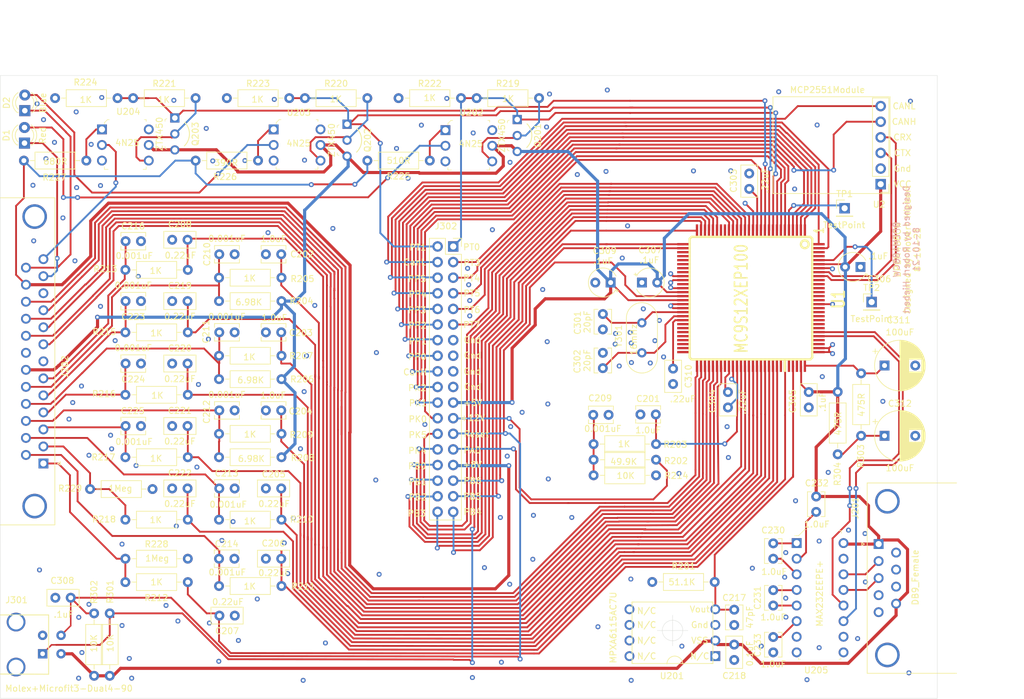
<source format=kicad_pcb>
(kicad_pcb (version 20171130) (host pcbnew "(5.1.6)-1")
  (layers (0 F.Cu mixed hide) (31 B.Cu mixed hide) (34 B.Paste user) (35 F.Paste user) (36 B.SilkS user) (37 F.SilkS user) (38 B.Mask user) (39 F.Mask user) (44 Edge.Cuts user))
  (net 0 "")
  (net 1 PAD00)
  (net 2 GND)
  (net 3 PAD01)
  (net 4 PAD02)
  (net 5 PAD03)
  (net 6 PAD04)
  (net 7 PAD06)
  (net 8 PAD07)
  (net 9 PAD08)
  (net 10 "Net-(C209-Pad2)")
  (net 11 /Inputs_RS232/CLT)
  (net 12 /Inputs_RS232/MAT)
  (net 13 /Inputs_RS232/PAD03in)
  (net 14 /Inputs_RS232/MAP)
  (net 15 /Inputs_RS232/TPS)
  (net 16 /Inputs_RS232/EOP)
  (net 17 PAD05)
  (net 18 VDD)
  (net 19 PAD09)
  (net 20 PAD10)
  (net 21 PAD11)
  (net 22 PAD12)
  (net 23 /Inputs_RS232/EFP)
  (net 24 /Inputs_RS232/Itrm)
  (net 25 /Inputs_RS232/Ftrm)
  (net 26 "Net-(C230-Pad2)")
  (net 27 "Net-(C230-Pad1)")
  (net 28 "Net-(C231-Pad2)")
  (net 29 "Net-(C231-Pad1)")
  (net 30 "Net-(C232-Pad1)")
  (net 31 "Net-(C233-Pad2)")
  (net 32 "Net-(C301-Pad2)")
  (net 33 "Net-(C302-Pad2)")
  (net 34 "Net-(C303-Pad2)")
  (net 35 "Net-(C304-Pad2)")
  (net 36 /CPU/RESET)
  (net 37 "Net-(C310-Pad1)")
  (net 38 "Net-(C311-Pad1)")
  (net 39 "Net-(C312-Pad1)")
  (net 40 "Net-(J201-Pad8)")
  (net 41 "Net-(J201-Pad7)")
  (net 42 "Net-(J201-Pad6)")
  (net 43 "Net-(J201-Pad4)")
  (net 44 "Net-(J201-Pad3)")
  (net 45 "Net-(J201-Pad2)")
  (net 46 PA4)
  (net 47 PA1)
  (net 48 PA6)
  (net 49 /Inputs_RS232/VSPD)
  (net 50 /Inputs_RS232/CMP)
  (net 51 PA3)
  (net 52 "Net-(J301-Pad1)")
  (net 53 /CPU/PT7)
  (net 54 /CPU/PT6)
  (net 55 +8V)
  (net 56 /CPU/PT5)
  (net 57 +BATT)
  (net 58 /CPU/PT4)
  (net 59 /CPU/PT3)
  (net 60 /CPU/PB6)
  (net 61 /CPU/PB5)
  (net 62 /CPU/PP5)
  (net 63 /CPU/PB4)
  (net 64 /CPU/PP4)
  (net 65 /CPU/PB3)
  (net 66 /CPU/PP3)
  (net 67 /CPU/PB2)
  (net 68 /CPU/PP2)
  (net 69 /CPU/PB1)
  (net 70 /CPU/PP1)
  (net 71 /CPU/PB0)
  (net 72 /CPU/PP0)
  (net 73 /CPU/PK2)
  (net 74 /CPU/PK5)
  (net 75 /CPU/PK1)
  (net 76 /CPU/PK4)
  (net 77 /CPU/PK0)
  (net 78 PT0)
  (net 79 "Net-(Q201-Pad2)")
  (net 80 PT1)
  (net 81 "Net-(Q202-Pad2)")
  (net 82 PT2)
  (net 83 "Net-(Q203-Pad2)")
  (net 84 /Inputs_RS232/CKP)
  (net 85 "Net-(U202-Pad6)")
  (net 86 "Net-(U202-Pad3)")
  (net 87 "Net-(U203-Pad6)")
  (net 88 "Net-(U203-Pad3)")
  (net 89 "Net-(U204-Pad6)")
  (net 90 "Net-(U204-Pad3)")
  (net 91 "Net-(U205-Pad9)")
  (net 92 "Net-(U205-Pad8)")
  (net 93 PS0)
  (net 94 PS1)
  (net 95 "Net-(U205-Pad10)")
  (net 96 "Net-(U205-Pad7)")
  (net 97 PA5)
  (net 98 PA2)
  (net 99 /CPU/PA0)
  (net 100 "Net-(R225-Pad2)")
  (net 101 "Net-(R226-Pad2)")
  (net 102 "Net-(R227-Pad2)")
  (net 103 "Net-(U1-Pad56)")
  (net 104 "Net-(U1-Pad53)")
  (net 105 /CPU/CanH)
  (net 106 /CPU/CanL)
  (net 107 "Net-(U1-Pad110)")
  (net 108 "Net-(U1-Pad109)")
  (net 109 PM0)
  (net 110 PM1)
  (net 111 "Net-(U1-Pad103)")
  (net 112 "Net-(U1-Pad102)")
  (net 113 "Net-(U1-Pad101)")
  (net 114 "Net-(U1-Pad100)")
  (net 115 "Net-(U1-Pad99)")
  (net 116 "Net-(U1-Pad98)")
  (net 117 "Net-(U1-Pad96)")
  (net 118 "Net-(U1-Pad95)")
  (net 119 "Net-(U1-Pad94)")
  (net 120 "Net-(U1-Pad93)")
  (net 121 "Net-(U1-Pad92)")
  (net 122 "Net-(U1-Pad91)")
  (net 123 "Net-(U1-Pad88)")
  (net 124 "Net-(U1-Pad87)")
  (net 125 "Net-(U1-Pad82)")
  (net 126 "Net-(U1-Pad80)")
  (net 127 "Net-(U1-Pad78)")
  (net 128 "Net-(U1-Pad64)")
  (net 129 "Net-(U1-Pad55)")
  (net 130 "Net-(U1-Pad54)")
  (net 131 "Net-(U1-Pad52)")
  (net 132 "Net-(U1-Pad51)")
  (net 133 "Net-(U1-Pad50)")
  (net 134 "Net-(U1-Pad49)")
  (net 135 "Net-(U1-Pad39)")
  (net 136 "Net-(U1-Pad36)")
  (net 137 "Net-(U1-Pad35)")
  (net 138 "Net-(U1-Pad34)")
  (net 139 "Net-(U1-Pad33)")
  (net 140 "Net-(U1-Pad32)")
  (net 141 "Net-(U1-Pad31)")
  (net 142 "Net-(U1-Pad22)")
  (net 143 "Net-(U1-Pad21)")
  (net 144 "Net-(U201-Pad8)")
  (net 145 "Net-(U201-Pad7)")
  (net 146 "Net-(U201-Pad6)")
  (net 147 "Net-(U201-Pad5)")
  (net 148 "Net-(U201-Pad1)")
  (net 149 /CPU/PK3)
  (net 150 /CPU/PK7)
  (net 151 "Net-(D1-Pad2)")
  (net 152 "Net-(D2-Pad2)")
  (net 153 /Inputs_RS232/EGO2)
  (net 154 /Inputs_RS232/EGO1)
  (module Resistor_THT:R_Axial_DIN0207_L6.3mm_D2.5mm_P10.16mm_Horizontal (layer F.Cu) (at 78.0796 118.2116)
    (fp_text reference R229 (at -3.2512 -0.1016) (layer F.SilkS))
    (fp_text value 1Meg (at 4.9276 -0.1016) (layer F.SilkS))
    (pad 2 thru_hole oval (at 10.16 0) (size 1.6 1.6) (drill 0.8) (layers *.Cu *.Mask) (net 2 GND))
    (pad 1 thru_hole circle (at 0 0) (size 1.6 1.6) (drill 0.8) (layers *.Cu *.Mask) (net 153 /Inputs_RS232/EGO2))
  )
  (module LED_THT:LED_D3.0mm (layer F.Cu) (at 67.4624 56.642 90)
    (fp_text reference D2 (at 1.27 -2.96 90) (layer F.SilkS))
    (fp_text value Blue (at 1.27 2.96 90) (layer F.SilkS))
    (pad 2 thru_hole circle (at 2.54 0 90) (size 1.8 1.8) (drill 0.9) (layers *.Cu *.Mask) (net 152 "Net-(D2-Pad2)"))
    (pad 1 thru_hole rect (at 0 0 90) (size 1.8 1.8) (drill 0.9) (layers *.Cu *.Mask) (net 84 /Inputs_RS232/CKP))
  )
  (module LED_THT:LED_D3.0mm (layer F.Cu) (at 67.4116 61.9252 90)
    (fp_text reference D1 (at 1.27 -2.96 90) (layer F.SilkS))
    (fp_text value Red (at 1.27 2.96 90) (layer F.SilkS))
    (pad 2 thru_hole circle (at 2.54 0 90) (size 1.8 1.8) (drill 0.9) (layers *.Cu *.Mask) (net 151 "Net-(D1-Pad2)"))
    (pad 1 thru_hole rect (at 0 0 90) (size 1.8 1.8) (drill 0.9) (layers *.Cu *.Mask) (net 50 /Inputs_RS232/CMP))
  )
  (module BPEM488CW:MPXA6115AC7U (layer F.Cu) (at 179.8066 145.3896 180)
    (fp_text reference U201 (at 7.0612 -3.2258) (layer F.SilkS))
    (fp_text value MPXA6115AC7U (at 16.6116 4.6482 90) (layer F.SilkS))
    (fp_text user N/C (at 11.176 7.366) (layer F.SilkS))
    (fp_text user N/C (at 11.176 5.08) (layer F.SilkS))
    (fp_text user N/C (at 11.176 2.54) (layer F.SilkS))
    (fp_text user N/C (at 11.176 0) (layer F.SilkS))
    (fp_text user N/C (at 2.54 0) (layer F.SilkS))
    (fp_text user Vout (at 2.54 7.62) (layer F.SilkS))
    (fp_text user Gnd (at 2.54 5.08) (layer F.SilkS))
    (fp_text user VSS (at 2.54 2.54) (layer F.SilkS))
    (pad 8 thru_hole circle (at 13.97 0 180) (size 1.6 1.6) (drill 1) (layers *.Cu *.Mask) (net 144 "Net-(U201-Pad8)"))
    (pad 7 thru_hole circle (at 13.97 2.54 180) (size 1.6 1.6) (drill 1) (layers *.Cu *.Mask) (net 145 "Net-(U201-Pad7)"))
    (pad 6 thru_hole circle (at 13.97 5.08 180) (size 1.6 1.6) (drill 1) (layers *.Cu *.Mask) (net 146 "Net-(U201-Pad6)"))
    (pad 5 thru_hole circle (at 13.97 7.62 180) (size 1.6 1.6) (drill 1) (layers *.Cu *.Mask) (net 147 "Net-(U201-Pad5)"))
    (pad 4 thru_hole circle (at 0 7.62 180) (size 1.6 1.6) (drill 1) (layers *.Cu *.Mask) (net 8 PAD07))
    (pad 3 thru_hole circle (at 0 5.08 180) (size 1.6 1.6) (drill 1) (layers *.Cu *.Mask) (net 2 GND))
    (pad 2 thru_hole circle (at 0 2.54 180) (size 1.6 1.6) (drill 1) (layers *.Cu *.Mask) (net 18 VDD))
    (pad 1 thru_hole rect (at 0 0 180) (size 1.6 1.6) (drill 1) (layers *.Cu *.Mask) (net 148 "Net-(U201-Pad1)"))
  )
  (module BPEM488CW:MCP2551Module (layer F.Cu) (at 206.7052 68.6054 180)
    (fp_text reference U2 (at 0.254 -3.302) (layer F.SilkS))
    (fp_text value MCP2551Module (at 8.6614 15.3416) (layer F.SilkS))
    (fp_text user CANL (at -3.81 12.7) (layer F.SilkS))
    (fp_text user CANH (at -3.81 10.16) (layer F.SilkS))
    (fp_text user CRX (at -3.556 7.62) (layer F.SilkS))
    (fp_text user CTX (at -3.556 5.08) (layer F.SilkS))
    (fp_text user Gnd (at -3.556 2.54) (layer F.SilkS))
    (fp_text user VCC (at -3.556 0) (layer F.SilkS))
    (pad 6 thru_hole oval (at 0 12.7 180) (size 1.7 1.7) (drill 1) (layers *.Cu *.Mask) (net 106 /CPU/CanL))
    (pad 5 thru_hole oval (at 0 10.16 180) (size 1.7 1.7) (drill 1) (layers *.Cu *.Mask) (net 105 /CPU/CanH))
    (pad 4 thru_hole oval (at 0 7.62 180) (size 1.7 1.7) (drill 1) (layers *.Cu *.Mask) (net 110 PM1))
    (pad 3 thru_hole oval (at 0 5.08 180) (size 1.7 1.7) (drill 1) (layers *.Cu *.Mask) (net 109 PM0))
    (pad 2 thru_hole oval (at 0 2.54 180) (size 1.7 1.7) (drill 1) (layers *.Cu *.Mask) (net 2 GND))
    (pad 1 thru_hole rect (at 0 0 180) (size 1.7 1.7) (drill 1) (layers *.Cu *.Mask) (net 18 VDD))
  )
  (module Connector_PinHeader_2.54mm:PinHeader_1x01_P2.54mm_Vertical (layer F.Cu) (at 205.232 87.7824)
    (fp_text reference TP2 (at 0 -2.33) (layer F.SilkS))
    (fp_text value TestPoint (at 0 2.7432) (layer F.SilkS))
    (pad 1 thru_hole rect (at 0 0) (size 1.7 1.7) (drill 1) (layers *.Cu *.Mask) (net 150 /CPU/PK7))
  )
  (module Connector_PinHeader_2.54mm:PinHeader_1x01_P2.54mm_Vertical (layer F.Cu) (at 200.8378 72.517)
    (fp_text reference TP1 (at 0 -2.33) (layer F.SilkS))
    (fp_text value TestPoint (at -0.0762 2.7432) (layer F.SilkS))
    (pad 1 thru_hole rect (at 0 0) (size 1.7 1.7) (drill 1) (layers *.Cu *.Mask) (net 149 /CPU/PK3))
  )
  (module BPEM488CW:MC9S12XEP100 (layer F.Cu) (at 185.5978 87.1474 270)
    (fp_text reference U1 (at 0.175 -14.225 90) (layer F.SilkS) (effects (font (size 2.032 1.524) (thickness 0.3048))))
    (fp_text value MC9S12XEP100 (at 0.075 1.575 90) (layer F.SilkS) (effects (font (size 2.032 1.524) (thickness 0.254))))
    (fp_text user 1 (at -11 -11.09 90) (layer F.SilkS) (effects (font (size 1.524 1.016) (thickness 0.254))))
    (pad 112 smd rect (at -8.7757 -10.9855) (size 2.032 0.381) (layers F.Cu F.Mask) (net 64 /CPU/PP4))
    (pad 111 smd rect (at -8.128 -10.9855) (size 2.032 0.381) (layers F.Cu F.Mask) (net 62 /CPU/PP5))
    (pad 110 smd rect (at -7.4803 -10.9855) (size 2.032 0.381) (layers F.Cu F.Mask) (net 107 "Net-(U1-Pad110)"))
    (pad 109 smd rect (at -6.8326 -10.9855) (size 2.032 0.381) (layers F.Cu F.Mask) (net 108 "Net-(U1-Pad109)"))
    (pad 108 smd rect (at -6.1849 -10.9855) (size 2.032 0.381) (layers F.Cu F.Mask) (net 150 /CPU/PK7))
    (pad 107 smd rect (at -5.5245 -10.9855) (size 2.032 0.381) (layers F.Cu F.Mask) (net 18 VDD))
    (pad 106 smd rect (at -4.8768 -10.9855) (size 2.032 0.381) (layers F.Cu F.Mask) (net 2 GND))
    (pad 105 smd rect (at -4.2291 -10.9855) (size 2.032 0.381) (layers F.Cu F.Mask) (net 109 PM0))
    (pad 104 smd rect (at -3.5814 -10.9855) (size 2.032 0.381) (layers F.Cu F.Mask) (net 110 PM1))
    (pad 103 smd rect (at -2.9337 -10.9855) (size 2.032 0.381) (layers F.Cu F.Mask) (net 111 "Net-(U1-Pad103)"))
    (pad 102 smd rect (at -2.2733 -10.9855) (size 2.032 0.381) (layers F.Cu F.Mask) (net 112 "Net-(U1-Pad102)"))
    (pad 101 smd rect (at -1.6256 -10.9855) (size 2.032 0.381) (layers F.Cu F.Mask) (net 113 "Net-(U1-Pad101)"))
    (pad 100 smd rect (at -0.9779 -10.9855) (size 2.032 0.381) (layers F.Cu F.Mask) (net 114 "Net-(U1-Pad100)"))
    (pad 99 smd rect (at -0.3302 -10.9855) (size 2.032 0.381) (layers F.Cu F.Mask) (net 115 "Net-(U1-Pad99)"))
    (pad 98 smd rect (at 0.3302 -10.9855) (size 2.032 0.381) (layers F.Cu F.Mask) (net 116 "Net-(U1-Pad98)"))
    (pad 97 smd rect (at 0.9779 -10.9855) (size 2.032 0.381) (layers F.Cu F.Mask) (net 2 GND))
    (pad 96 smd rect (at 1.6256 -10.9855) (size 2.032 0.381) (layers F.Cu F.Mask) (net 117 "Net-(U1-Pad96)"))
    (pad 95 smd rect (at 2.2733 -10.9855) (size 2.032 0.381) (layers F.Cu F.Mask) (net 118 "Net-(U1-Pad95)"))
    (pad 94 smd rect (at 2.9337 -10.9855) (size 2.032 0.381) (layers F.Cu F.Mask) (net 119 "Net-(U1-Pad94)"))
    (pad 93 smd rect (at 3.5814 -10.9855) (size 2.032 0.381) (layers F.Cu F.Mask) (net 120 "Net-(U1-Pad93)"))
    (pad 92 smd rect (at 4.2291 -10.9855) (size 2.032 0.381) (layers F.Cu F.Mask) (net 121 "Net-(U1-Pad92)"))
    (pad 91 smd rect (at 4.8768 -10.9855) (size 2.032 0.381) (layers F.Cu F.Mask) (net 122 "Net-(U1-Pad91)"))
    (pad 90 smd rect (at 5.5245 -10.9855) (size 2.032 0.381) (layers F.Cu F.Mask) (net 94 PS1))
    (pad 89 smd rect (at 6.1849 -10.9855) (size 2.032 0.381) (layers F.Cu F.Mask) (net 93 PS0))
    (pad 88 smd rect (at 6.8326 -10.9855) (size 2.032 0.381) (layers F.Cu F.Mask) (net 123 "Net-(U1-Pad88)"))
    (pad 87 smd rect (at 7.4803 -10.9855) (size 2.032 0.381) (layers F.Cu F.Mask) (net 124 "Net-(U1-Pad87)"))
    (pad 86 smd rect (at 8.128 -10.9855) (size 2.032 0.381) (layers F.Cu F.Mask) (net 2 GND))
    (pad 85 smd rect (at 8.7757 -10.9855) (size 2.032 0.381) (layers F.Cu F.Mask) (net 2 GND))
    (pad 84 smd rect (at 10.9855 -8.7757 90) (size 2.032 0.381) (layers F.Cu F.Mask) (net 38 "Net-(C311-Pad1)"))
    (pad 83 smd rect (at 10.9855 -8.128 90) (size 2.032 0.381) (layers F.Cu F.Mask) (net 18 VDD))
    (pad 82 smd rect (at 10.9855 -7.4803 90) (size 2.032 0.381) (layers F.Cu F.Mask) (net 125 "Net-(U1-Pad82)"))
    (pad 81 smd rect (at 10.9855 -6.8326 90) (size 2.032 0.381) (layers F.Cu F.Mask) (net 8 PAD07))
    (pad 80 smd rect (at 10.9855 -6.1849 90) (size 2.032 0.381) (layers F.Cu F.Mask) (net 126 "Net-(U1-Pad80)"))
    (pad 79 smd rect (at 10.9855 -5.5245 90) (size 2.032 0.381) (layers F.Cu F.SilkS F.Mask) (net 7 PAD06))
    (pad 78 smd rect (at 10.9855 -4.8768 90) (size 2.032 0.381) (layers F.Cu F.Mask) (net 127 "Net-(U1-Pad78)"))
    (pad 77 smd rect (at 10.9855 -4.2291 90) (size 2.032 0.381) (layers F.Cu F.Mask) (net 17 PAD05))
    (pad 76 smd rect (at 10.9855 -3.5814 90) (size 2.032 0.381) (layers F.Cu F.Mask) (net 22 PAD12))
    (pad 75 smd rect (at 10.9855 -2.9337 90) (size 2.032 0.381) (layers F.Cu F.Mask) (net 6 PAD04))
    (pad 74 smd rect (at 10.9855 -2.2733 90) (size 2.032 0.381) (layers F.Cu F.Mask) (net 21 PAD11))
    (pad 73 smd rect (at 10.9855 -1.6256 90) (size 2.032 0.381) (layers F.Cu F.Mask) (net 5 PAD03))
    (pad 72 smd rect (at 10.9855 -0.9779 90) (size 2.032 0.381) (layers F.Cu F.Mask) (net 20 PAD10))
    (pad 71 smd rect (at 10.9855 -0.3302 90) (size 2.032 0.381) (layers F.Cu F.Mask) (net 4 PAD02))
    (pad 70 smd rect (at 10.9855 0.3302 90) (size 2.032 0.381) (layers F.Cu F.Mask) (net 19 PAD09))
    (pad 69 smd rect (at 10.9855 0.9779 90) (size 2.032 0.381) (layers F.Cu F.Mask) (net 3 PAD01))
    (pad 68 smd rect (at 10.9855 1.6256 90) (size 2.032 0.381) (layers F.Cu F.Mask) (net 9 PAD08))
    (pad 67 smd rect (at 10.9855 2.2733 90) (size 2.032 0.381) (layers F.Cu F.Mask) (net 1 PAD00))
    (pad 66 smd rect (at 10.9855 2.9337 90) (size 2.032 0.381) (layers F.Cu F.Mask) (net 2 GND))
    (pad 65 smd rect (at 10.9855 3.5814 90) (size 2.032 0.381) (layers F.Cu F.Mask) (net 35 "Net-(C304-Pad2)"))
    (pad 64 smd rect (at 10.9855 4.2291 90) (size 2.032 0.381) (layers F.Cu F.Mask) (net 128 "Net-(U1-Pad64)"))
    (pad 63 smd rect (at 10.9855 4.8768 90) (size 2.032 0.381) (layers F.Cu F.Mask) (net 48 PA6))
    (pad 62 smd rect (at 10.9855 5.5245 90) (size 2.032 0.381) (layers F.Cu F.Mask) (net 97 PA5))
    (pad 61 smd rect (at 10.9855 6.1849 90) (size 2.032 0.381) (layers F.Cu F.Mask) (net 46 PA4))
    (pad 60 smd rect (at 10.9855 6.8326 90) (size 2.032 0.381) (layers F.Cu F.Mask) (net 51 PA3))
    (pad 59 smd rect (at 10.9855 7.4803 90) (size 2.032 0.381) (layers F.Cu F.Mask) (net 98 PA2))
    (pad 58 smd rect (at 10.9855 8.128 90) (size 2.032 0.381) (layers F.Cu F.Mask) (net 47 PA1))
    (pad 57 smd rect (at 10.9855 8.7757 90) (size 2.032 0.381) (layers F.Cu F.Mask) (net 99 /CPU/PA0))
    (pad 56 smd rect (at 8.7757 10.9855) (size 2.032 0.381) (layers F.Cu F.Mask) (net 103 "Net-(U1-Pad56)"))
    (pad 55 smd rect (at 8.128 10.9855) (size 2.032 0.381) (layers F.Cu F.Mask) (net 129 "Net-(U1-Pad55)"))
    (pad 54 smd rect (at 7.4803 10.9855) (size 2.032 0.381) (layers F.Cu F.Mask) (net 130 "Net-(U1-Pad54)"))
    (pad 53 smd rect (at 6.8326 10.9855) (size 2.032 0.381) (layers F.Cu F.Mask) (net 104 "Net-(U1-Pad53)"))
    (pad 52 smd rect (at 6.1849 10.9855) (size 2.032 0.381) (layers F.Cu F.Mask) (net 131 "Net-(U1-Pad52)"))
    (pad 51 smd rect (at 5.5245 10.9855) (size 2.032 0.381) (layers F.Cu F.Mask) (net 132 "Net-(U1-Pad51)"))
    (pad 50 smd rect (at 4.8768 10.9855) (size 2.032 0.381) (layers F.Cu F.Mask) (net 133 "Net-(U1-Pad50)"))
    (pad 49 smd rect (at 4.2291 10.9855) (size 2.032 0.381) (layers F.Cu F.Mask) (net 134 "Net-(U1-Pad49)"))
    (pad 48 smd rect (at 3.5814 10.9855) (size 2.032 0.381) (layers F.Cu F.Mask) (net 37 "Net-(C310-Pad1)"))
    (pad 47 smd rect (at 2.9337 10.9855) (size 2.032 0.381) (layers F.Cu F.Mask) (net 33 "Net-(C302-Pad2)"))
    (pad 46 smd rect (at 2.2733 10.9855) (size 2.032 0.381) (layers F.Cu F.Mask) (net 32 "Net-(C301-Pad2)"))
    (pad 45 smd rect (at 1.6256 10.9855) (size 2.032 0.381) (layers F.Cu F.Mask) (net 2 GND))
    (pad 44 smd rect (at 0.9779 10.9855) (size 2.032 0.381) (layers F.Cu F.Mask) (net 2 GND))
    (pad 43 smd rect (at 0.3302 10.9855) (size 2.032 0.381) (layers F.Cu F.Mask) (net 18 VDD))
    (pad 42 smd rect (at -0.3302 10.9855) (size 2.032 0.381) (layers F.Cu F.Mask) (net 36 /CPU/RESET))
    (pad 41 smd rect (at -0.9779 10.9855) (size 2.032 0.381) (layers F.Cu F.Mask) (net 18 VDD))
    (pad 40 smd rect (at -1.6256 10.9855) (size 2.032 0.381) (layers F.Cu F.Mask) (net 2 GND))
    (pad 39 smd rect (at -2.2733 10.9855) (size 2.032 0.381) (layers F.Cu F.Mask) (net 135 "Net-(U1-Pad39)"))
    (pad 38 smd rect (at -2.9337 10.9855) (size 2.032 0.381) (layers F.Cu F.Mask) (net 2 GND))
    (pad 37 smd rect (at -3.5814 10.9855) (size 2.032 0.381) (layers F.Cu F.Mask) (net 2 GND))
    (pad 36 smd rect (at -4.2291 10.9855) (size 2.032 0.381) (layers F.Cu F.Mask) (net 136 "Net-(U1-Pad36)"))
    (pad 35 smd rect (at -4.8768 10.9855) (size 2.032 0.381) (layers F.Cu F.Mask) (net 137 "Net-(U1-Pad35)"))
    (pad 34 smd rect (at -5.5245 10.9855) (size 2.032 0.381) (layers F.Cu F.Mask) (net 138 "Net-(U1-Pad34)"))
    (pad 33 smd rect (at -6.1849 10.9855) (size 2.032 0.381) (layers F.Cu F.Mask) (net 139 "Net-(U1-Pad33)"))
    (pad 32 smd rect (at -6.8326 10.9855) (size 2.032 0.381) (layers F.Cu F.Mask) (net 140 "Net-(U1-Pad32)"))
    (pad 31 smd rect (at -7.4803 10.9855) (size 2.032 0.381) (layers F.Cu F.Mask) (net 141 "Net-(U1-Pad31)"))
    (pad 30 smd rect (at -8.128 10.9855) (size 2.032 0.381) (layers F.Cu F.Mask) (net 60 /CPU/PB6))
    (pad 29 smd rect (at -8.7757 10.9855) (size 2.032 0.381) (layers F.Cu F.Mask) (net 61 /CPU/PB5))
    (pad 28 smd rect (at -10.9855 8.7757 90) (size 2.032 0.381) (layers F.Cu F.Mask) (net 63 /CPU/PB4))
    (pad 27 smd rect (at -10.9855 8.128 90) (size 2.032 0.381) (layers F.Cu F.Mask) (net 65 /CPU/PB3))
    (pad 26 smd rect (at -10.9855 7.4803 90) (size 2.032 0.381) (layers F.Cu F.Mask) (net 67 /CPU/PB2))
    (pad 25 smd rect (at -10.9855 6.8326 90) (size 2.032 0.381) (layers F.Cu F.Mask) (net 69 /CPU/PB1))
    (pad 24 smd rect (at -10.9855 6.1849 90) (size 2.032 0.381) (layers F.Cu F.Mask) (net 71 /CPU/PB0))
    (pad 23 smd rect (at -10.9855 5.5245 90) (size 2.032 0.381) (layers F.Cu F.Mask) (net 52 "Net-(J301-Pad1)"))
    (pad 22 smd rect (at -10.9855 4.8768 90) (size 2.032 0.381) (layers F.Cu F.Mask) (net 142 "Net-(U1-Pad22)"))
    (pad 21 smd rect (at -10.9855 4.2291 90) (size 2.032 0.381) (layers F.Cu F.Mask) (net 143 "Net-(U1-Pad21)"))
    (pad 20 smd rect (at -10.9855 3.5814 90) (size 2.032 0.381) (layers F.Cu F.Mask) (net 76 /CPU/PK4))
    (pad 19 smd rect (at -10.9855 2.9337 90) (size 2.032 0.381) (layers F.Cu F.Mask) (net 74 /CPU/PK5))
    (pad 18 smd rect (at -10.9855 2.2733 90) (size 2.032 0.381) (layers F.Cu F.Mask) (net 53 /CPU/PT7))
    (pad 17 smd rect (at -10.9855 1.6256 90) (size 2.032 0.381) (layers F.Cu F.Mask) (net 54 /CPU/PT6))
    (pad 16 smd rect (at -10.9855 0.9779 90) (size 2.032 0.381) (layers F.Cu F.Mask) (net 56 /CPU/PT5))
    (pad 15 smd rect (at -10.9855 0.3302 90) (size 2.032 0.381) (layers F.Cu F.Mask) (net 58 /CPU/PT4))
    (pad 14 smd rect (at -10.9855 -0.3302 90) (size 2.032 0.381) (layers F.Cu F.Mask) (net 2 GND))
    (pad 13 smd rect (at -10.9855 -0.9779 90) (size 2.032 0.381) (layers F.Cu F.Mask) (net 34 "Net-(C303-Pad2)"))
    (pad 12 smd rect (at -10.9855 -1.6256 90) (size 2.032 0.381) (layers F.Cu F.Mask) (net 59 /CPU/PT3))
    (pad 11 smd rect (at -10.9855 -2.2733 90) (size 2.032 0.381) (layers F.Cu F.Mask) (net 82 PT2))
    (pad 10 smd rect (at -10.9855 -2.9337 90) (size 2.032 0.381) (layers F.Cu F.Mask) (net 80 PT1))
    (pad 9 smd rect (at -10.9855 -3.5814 90) (size 2.032 0.381) (layers F.Cu F.Mask) (net 78 PT0))
    (pad 8 smd rect (at -10.9855 -4.2291 90) (size 2.032 0.381) (layers F.Cu F.Mask) (net 77 /CPU/PK0))
    (pad 7 smd rect (at -10.9855 -4.8768 90) (size 2.032 0.381) (layers F.Cu F.Mask) (net 75 /CPU/PK1))
    (pad 6 smd rect (at -10.9855 -5.5245 90) (size 2.032 0.381) (layers F.Cu F.Mask) (net 73 /CPU/PK2))
    (pad 5 smd rect (at -10.9855 -6.1849 90) (size 2.032 0.381) (layers F.Cu F.Mask) (net 149 /CPU/PK3))
    (pad 4 smd rect (at -10.9855 -6.8326 90) (size 2.032 0.381) (layers F.Cu F.Mask) (net 72 /CPU/PP0))
    (pad 3 smd rect (at -10.9855 -7.4803 90) (size 2.032 0.381) (layers F.Cu F.Mask) (net 70 /CPU/PP1))
    (pad 2 smd rect (at -10.9855 -8.128 90) (size 2.032 0.381) (layers F.Cu F.Mask) (net 68 /CPU/PP2))
    (pad 1 smd rect (at -10.9855 -8.7757 90) (size 2.032 0.381) (layers F.Cu F.Mask) (net 66 /CPU/PP3))
  )
  (module digikey-footprints:TO-92-3_Formed_Leads (layer F.Cu) (at 91.8718 57.8358 270)
    (fp_text reference Q203 (at 2.6 -3.35 90) (layer F.SilkS))
    (fp_text value ZTX450 (at 2.6 2.5 90) (layer F.SilkS))
    (pad 1 thru_hole rect (at 0 0 90) (size 1.5 1.5) (drill 0.9) (layers *.Cu *.Mask) (net 82 PT2))
    (pad 3 thru_hole circle (at 5.2 0 90) (size 1.5 1.5) (drill 0.9) (layers *.Cu *.Mask) (net 18 VDD))
    (pad 2 thru_hole circle (at 2.6 0 90) (size 1.5 1.5) (drill 0.9) (layers *.Cu *.Mask) (net 83 "Net-(Q203-Pad2)"))
  )
  (module digikey-footprints:TO-92-3_Formed_Leads (layer F.Cu) (at 119.888 58.8518 270)
    (fp_text reference Q202 (at 2.6 -3.35 90) (layer F.SilkS))
    (fp_text value ZTX450 (at 2.6 2.5 90) (layer F.SilkS))
    (pad 1 thru_hole rect (at 0 0 90) (size 1.5 1.5) (drill 0.9) (layers *.Cu *.Mask) (net 80 PT1))
    (pad 3 thru_hole circle (at 5.2 0 90) (size 1.5 1.5) (drill 0.9) (layers *.Cu *.Mask) (net 18 VDD))
    (pad 2 thru_hole circle (at 2.6 0 90) (size 1.5 1.5) (drill 0.9) (layers *.Cu *.Mask) (net 81 "Net-(Q202-Pad2)"))
  )
  (module digikey-footprints:TO-92-3_Formed_Leads (layer F.Cu) (at 147.574 58.0898 270)
    (fp_text reference Q201 (at 2.6 -3.35 90) (layer F.SilkS))
    (fp_text value ZTX450 (at 2.6 2.5 90) (layer F.SilkS))
    (pad 1 thru_hole rect (at 0 0 90) (size 1.5 1.5) (drill 0.9) (layers *.Cu *.Mask) (net 78 PT0))
    (pad 3 thru_hole circle (at 5.2 0 90) (size 1.5 1.5) (drill 0.9) (layers *.Cu *.Mask) (net 18 VDD))
    (pad 2 thru_hole circle (at 2.6 0 90) (size 1.5 1.5) (drill 0.9) (layers *.Cu *.Mask) (net 79 "Net-(Q201-Pad2)"))
  )
  (module Resistor_THT:R_Axial_DIN0207_L6.3mm_D2.5mm_P10.16mm_Horizontal (layer F.Cu) (at 95.25 64.77)
    (fp_text reference R226 (at 4.8 2.64) (layer F.SilkS))
    (fp_text value 390R (at 4.96 0.35) (layer F.SilkS))
    (pad 1 thru_hole circle (at 0 0) (size 1.6 1.6) (drill 0.8) (layers *.Cu *.Mask) (net 55 +8V))
    (pad 2 thru_hole oval (at 10.16 0) (size 1.6 1.6) (drill 0.8) (layers *.Cu *.Mask) (net 101 "Net-(R226-Pad2)"))
  )
  (module Connector_Dsub:DSUB-25_Female_Horizontal_P2.77x2.84mm_EdgePinOffset7.70mm_Housed_MountingHolesOffset9.12mm (layer F.Cu) (at 70.485 114.046 270)
    (fp_text reference J202 (at -15.748 -3.5052 90) (layer F.SilkS))
    (fp_text value DB25_Female)
    (pad 0 thru_hole circle (at 6.93 1.42 270) (size 4 4) (drill 3.2) (layers *.Cu *.Mask))
    (pad 0 thru_hole circle (at -40.17 1.42 270) (size 4 4) (drill 3.2) (layers *.Cu *.Mask))
    (pad 25 thru_hole circle (at -31.855 2.84 270) (size 1.6 1.6) (drill 1) (layers *.Cu *.Mask) (net 84 /Inputs_RS232/CKP))
    (pad 24 thru_hole circle (at -29.085 2.84 270) (size 1.6 1.6) (drill 1) (layers *.Cu *.Mask) (net 55 +8V))
    (pad 23 thru_hole circle (at -26.315 2.84 270) (size 1.6 1.6) (drill 1) (layers *.Cu *.Mask) (net 47 PA1))
    (pad 22 thru_hole circle (at -23.545 2.84 270) (size 1.6 1.6) (drill 1) (layers *.Cu *.Mask) (net 51 PA3))
    (pad 21 thru_hole circle (at -20.775 2.84 270) (size 1.6 1.6) (drill 1) (layers *.Cu *.Mask) (net 97 PA5))
    (pad 20 thru_hole circle (at -18.005 2.84 270) (size 1.6 1.6) (drill 1) (layers *.Cu *.Mask) (net 2 GND))
    (pad 19 thru_hole circle (at -15.235 2.84 270) (size 1.6 1.6) (drill 1) (layers *.Cu *.Mask) (net 18 VDD))
    (pad 18 thru_hole circle (at -12.465 2.84 270) (size 1.6 1.6) (drill 1) (layers *.Cu *.Mask) (net 11 /Inputs_RS232/CLT))
    (pad 17 thru_hole circle (at -9.695 2.84 270) (size 1.6 1.6) (drill 1) (layers *.Cu *.Mask) (net 12 /Inputs_RS232/MAT))
    (pad 16 thru_hole circle (at -6.925 2.84 270) (size 1.6 1.6) (drill 1) (layers *.Cu *.Mask) (net 13 /Inputs_RS232/PAD03in))
    (pad 15 thru_hole circle (at -4.155 2.84 270) (size 1.6 1.6) (drill 1) (layers *.Cu *.Mask) (net 14 /Inputs_RS232/MAP))
    (pad 14 thru_hole circle (at -1.385 2.84 270) (size 1.6 1.6) (drill 1) (layers *.Cu *.Mask) (net 15 /Inputs_RS232/TPS))
    (pad 13 thru_hole circle (at -33.24 0 270) (size 1.6 1.6) (drill 1) (layers *.Cu *.Mask) (net 49 /Inputs_RS232/VSPD))
    (pad 12 thru_hole circle (at -30.47 0 270) (size 1.6 1.6) (drill 1) (layers *.Cu *.Mask) (net 50 /Inputs_RS232/CMP))
    (pad 11 thru_hole circle (at -27.7 0 270) (size 1.6 1.6) (drill 1) (layers *.Cu *.Mask) (net 2 GND))
    (pad 10 thru_hole circle (at -24.93 0 270) (size 1.6 1.6) (drill 1) (layers *.Cu *.Mask) (net 98 PA2))
    (pad 9 thru_hole circle (at -22.16 0 270) (size 1.6 1.6) (drill 1) (layers *.Cu *.Mask) (net 46 PA4))
    (pad 8 thru_hole circle (at -19.39 0 270) (size 1.6 1.6) (drill 1) (layers *.Cu *.Mask) (net 48 PA6))
    (pad 7 thru_hole circle (at -16.62 0 270) (size 1.6 1.6) (drill 1) (layers *.Cu *.Mask) (net 2 GND))
    (pad 6 thru_hole circle (at -13.85 0 270) (size 1.6 1.6) (drill 1) (layers *.Cu *.Mask) (net 16 /Inputs_RS232/EOP))
    (pad 5 thru_hole circle (at -11.08 0 270) (size 1.6 1.6) (drill 1) (layers *.Cu *.Mask) (net 23 /Inputs_RS232/EFP))
    (pad 4 thru_hole circle (at -8.31 0 270) (size 1.6 1.6) (drill 1) (layers *.Cu *.Mask) (net 24 /Inputs_RS232/Itrm))
    (pad 3 thru_hole circle (at -5.54 0 270) (size 1.6 1.6) (drill 1) (layers *.Cu *.Mask) (net 25 /Inputs_RS232/Ftrm))
    (pad 2 thru_hole circle (at -2.77 0 270) (size 1.6 1.6) (drill 1) (layers *.Cu *.Mask) (net 153 /Inputs_RS232/EGO2))
    (pad 1 thru_hole rect (at 0 0 270) (size 1.6 1.6) (drill 1) (layers *.Cu *.Mask) (net 154 /Inputs_RS232/EGO1))
  )
  (module Connector_Dsub:DSUB-9_Female_Horizontal_P2.77x2.84mm_EdgePinOffset9.90mm_Housed_MountingHolesOffset11.32mm (layer F.Cu) (at 206.375 127.16 90)
    (fp_text reference J201 (at 5.875 -3.81 90) (layer F.SilkS))
    (fp_text value DB9_Female (at -5.428 5.969 90) (layer F.SilkS))
    (pad 0 thru_hole circle (at 6.96 1.42 90) (size 4 4) (drill 3.2) (layers *.Cu *.Mask))
    (pad 0 thru_hole circle (at -18.04 1.42 90) (size 4 4) (drill 3.2) (layers *.Cu *.Mask))
    (pad 9 thru_hole circle (at -9.695 2.84 90) (size 1.6 1.6) (drill 1) (layers *.Cu *.Mask) (net 18 VDD))
    (pad 8 thru_hole circle (at -6.925 2.84 90) (size 1.6 1.6) (drill 1) (layers *.Cu *.Mask) (net 40 "Net-(J201-Pad8)"))
    (pad 7 thru_hole circle (at -4.155 2.84 90) (size 1.6 1.6) (drill 1) (layers *.Cu *.Mask) (net 41 "Net-(J201-Pad7)"))
    (pad 6 thru_hole circle (at -1.385 2.84 90) (size 1.6 1.6) (drill 1) (layers *.Cu *.Mask) (net 42 "Net-(J201-Pad6)"))
    (pad 5 thru_hole circle (at -11.08 0 90) (size 1.6 1.6) (drill 1) (layers *.Cu *.Mask) (net 2 GND))
    (pad 4 thru_hole circle (at -8.31 0 90) (size 1.6 1.6) (drill 1) (layers *.Cu *.Mask) (net 43 "Net-(J201-Pad4)"))
    (pad 3 thru_hole circle (at -5.54 0 90) (size 1.6 1.6) (drill 1) (layers *.Cu *.Mask) (net 44 "Net-(J201-Pad3)"))
    (pad 2 thru_hole circle (at -2.77 0 90) (size 1.6 1.6) (drill 1) (layers *.Cu *.Mask) (net 45 "Net-(J201-Pad2)"))
    (pad 1 thru_hole rect (at 0 0 90) (size 1.6 1.6) (drill 1) (layers *.Cu *.Mask) (net 18 VDD))
  )
  (module Resistor_THT:R_Axial_DIN0207_L6.3mm_D2.5mm_P10.16mm_Horizontal (layer F.Cu) (at 99.06 133.985)
    (fp_text reference R211 (at 13.72 0.065) (layer F.SilkS))
    (fp_text value 1K (at 4.99 0.065) (layer F.SilkS))
    (pad 2 thru_hole oval (at 10.16 0) (size 1.6 1.6) (drill 0.8) (layers *.Cu *.Mask) (net 17 PAD05))
    (pad 1 thru_hole circle (at 0 0) (size 1.6 1.6) (drill 0.8) (layers *.Cu *.Mask) (net 15 /Inputs_RS232/TPS))
  )
  (module Capacitor_THT:C_Disc_D3.8mm_W2.6mm_P2.50mm (layer F.Cu) (at 196.215 121.92 90)
    (fp_text reference C232 (at 4.675 0.1 180) (layer F.SilkS))
    (fp_text value 1.0uF (at -2.025 0.1 180) (layer F.SilkS))
    (pad 1 thru_hole circle (at 0 0 90) (size 1.6 1.6) (drill 0.8) (layers *.Cu *.Mask) (net 30 "Net-(C232-Pad1)"))
    (pad 2 thru_hole circle (at 2.5 0 90) (size 1.6 1.6) (drill 0.8) (layers *.Cu *.Mask) (net 18 VDD))
  )
  (module Capacitor_THT:C_Disc_D3.8mm_W2.6mm_P2.50mm (layer F.Cu) (at 189.23 137.16 90)
    (fp_text reference C231 (at 1.25 -2.55 90) (layer F.SilkS))
    (fp_text value 1.0uF (at -1.905 0 180) (layer F.SilkS))
    (pad 2 thru_hole circle (at 2.5 0 90) (size 1.6 1.6) (drill 0.8) (layers *.Cu *.Mask) (net 28 "Net-(C231-Pad2)"))
    (pad 1 thru_hole circle (at 0 0 90) (size 1.6 1.6) (drill 0.8) (layers *.Cu *.Mask) (net 29 "Net-(C231-Pad1)"))
  )
  (module digikey-footprints:DIP-16_W7.62mm (layer F.Cu) (at 193.04 127)
    (fp_text reference U205 (at 3.175 20.6756) (layer F.SilkS))
    (fp_text value MAX232EEPE+ (at 3.736 8.198 90) (layer F.SilkS))
    (pad 9 thru_hole circle (at 7.62 17.78) (size 1.6 1.6) (drill 1) (layers *.Cu *.Mask) (net 91 "Net-(U205-Pad9)"))
    (pad 8 thru_hole circle (at 0 17.78) (size 1.6 1.6) (drill 1) (layers *.Cu *.Mask) (net 92 "Net-(U205-Pad8)"))
    (pad 16 thru_hole circle (at 7.62 0) (size 1.6 1.6) (drill 1) (layers *.Cu *.Mask) (net 18 VDD))
    (pad 15 thru_hole circle (at 7.62 2.54) (size 1.6 1.6) (drill 1) (layers *.Cu *.Mask) (net 2 GND))
    (pad 14 thru_hole circle (at 7.62 5.08) (size 1.6 1.6) (drill 1) (layers *.Cu *.Mask) (net 45 "Net-(J201-Pad2)"))
    (pad 13 thru_hole circle (at 7.62 7.62) (size 1.6 1.6) (drill 1) (layers *.Cu *.Mask) (net 44 "Net-(J201-Pad3)"))
    (pad 12 thru_hole circle (at 7.62 10.16) (size 1.6 1.6) (drill 1) (layers *.Cu *.Mask) (net 93 PS0))
    (pad 11 thru_hole circle (at 7.62 12.7) (size 1.6 1.6) (drill 1) (layers *.Cu *.Mask) (net 94 PS1))
    (pad 10 thru_hole circle (at 7.62 15.24) (size 1.6 1.6) (drill 1) (layers *.Cu *.Mask) (net 95 "Net-(U205-Pad10)"))
    (pad 7 thru_hole circle (at 0 15.24) (size 1.6 1.6) (drill 1) (layers *.Cu *.Mask) (net 96 "Net-(U205-Pad7)"))
    (pad 6 thru_hole circle (at 0 12.7) (size 1.6 1.6) (drill 1) (layers *.Cu *.Mask) (net 31 "Net-(C233-Pad2)"))
    (pad 5 thru_hole circle (at 0 10.16) (size 1.6 1.6) (drill 1) (layers *.Cu *.Mask) (net 29 "Net-(C231-Pad1)"))
    (pad 4 thru_hole circle (at 0 7.62) (size 1.6 1.6) (drill 1) (layers *.Cu *.Mask) (net 28 "Net-(C231-Pad2)"))
    (pad 3 thru_hole circle (at 0 5.08) (size 1.6 1.6) (drill 1) (layers *.Cu *.Mask) (net 27 "Net-(C230-Pad1)"))
    (pad 2 thru_hole circle (at 0 2.54) (size 1.6 1.6) (drill 1) (layers *.Cu *.Mask) (net 30 "Net-(C232-Pad1)"))
    (pad 1 thru_hole rect (at 0 0) (size 1.6 1.6) (drill 1) (layers *.Cu *.Mask) (net 26 "Net-(C230-Pad2)"))
  )
  (module Capacitor_THT:C_Disc_D5.0mm_W2.5mm_P2.50mm (layer F.Cu) (at 185.32 66.868 270)
    (fp_text reference C303 (at 1.182 2.54 90) (layer F.SilkS))
    (fp_text value .22uF (at 1.182 -2.61 90) (layer F.SilkS))
    (pad 2 thru_hole circle (at 2.5 0 270) (size 1.6 1.6) (drill 0.8) (layers *.Cu *.Mask) (net 34 "Net-(C303-Pad2)"))
    (pad 1 thru_hole circle (at 0 0 270) (size 1.6 1.6) (drill 0.8) (layers *.Cu *.Mask) (net 2 GND))
  )
  (module Capacitor_THT:CP_Radial_Tantal_D4.5mm_P2.50mm (layer F.Cu) (at 167.855 84.613)
    (fp_text reference C307 (at 1.365 -5.283) (layer F.SilkS))
    (fp_text value .1uF (at 1.215 -3.653) (layer F.SilkS))
    (pad 2 thru_hole circle (at 2.5 0) (size 1.6 1.6) (drill 0.8) (layers *.Cu *.Mask) (net 18 VDD))
    (pad 1 thru_hole rect (at 0 0) (size 1.6 1.6) (drill 0.8) (layers *.Cu *.Mask) (net 2 GND))
  )
  (module Crystal:Crystal_HC49-4H_Vertical (layer F.Cu) (at 167.855 96.043 90)
    (fp_text reference Y301 (at 2.703 -3.765 90) (layer F.SilkS))
    (fp_text value 16mHz (at 2.143 -1.325 90) (layer F.SilkS))
    (pad 2 thru_hole circle (at 4.88 0 90) (size 1.5 1.5) (drill 0.8) (layers *.Cu *.Mask) (net 32 "Net-(C301-Pad2)"))
    (pad 1 thru_hole circle (at 0 0 90) (size 1.5 1.5) (drill 0.8) (layers *.Cu *.Mask) (net 33 "Net-(C302-Pad2)"))
  )
  (module digikey-footprints:DIP-6_W7.62mm (layer F.Cu) (at 80.01 59.69)
    (fp_text reference U204 (at 4.29 -2.89) (layer F.SilkS))
    (fp_text value 4N25 (at 4.13 2.18) (layer F.SilkS))
    (pad 6 thru_hole circle (at 7.62 0) (size 1.6 1.6) (drill 1) (layers *.Cu *.Mask) (net 89 "Net-(U204-Pad6)"))
    (pad 5 thru_hole circle (at 7.62 2.54) (size 1.6 1.6) (drill 1) (layers *.Cu *.Mask) (net 18 VDD))
    (pad 4 thru_hole circle (at 7.62 5.08) (size 1.6 1.6) (drill 1) (layers *.Cu *.Mask) (net 83 "Net-(Q203-Pad2)"))
    (pad 3 thru_hole circle (at 0 5.08) (size 1.6 1.6) (drill 1) (layers *.Cu *.Mask) (net 90 "Net-(U204-Pad3)"))
    (pad 2 thru_hole circle (at 0 2.54) (size 1.6 1.6) (drill 1) (layers *.Cu *.Mask) (net 49 /Inputs_RS232/VSPD))
    (pad 1 thru_hole rect (at 0 0) (size 1.6 1.6) (drill 1) (layers *.Cu *.Mask) (net 102 "Net-(R227-Pad2)"))
  )
  (module digikey-footprints:DIP-6_W7.62mm (layer F.Cu) (at 107.95 59.69)
    (fp_text reference U203 (at 4.1 -2.74) (layer F.SilkS))
    (fp_text value 4N25 (at 4.05 2.28) (layer F.SilkS))
    (pad 6 thru_hole circle (at 7.62 0) (size 1.6 1.6) (drill 1) (layers *.Cu *.Mask) (net 87 "Net-(U203-Pad6)"))
    (pad 5 thru_hole circle (at 7.62 2.54) (size 1.6 1.6) (drill 1) (layers *.Cu *.Mask) (net 18 VDD))
    (pad 4 thru_hole circle (at 7.62 5.08) (size 1.6 1.6) (drill 1) (layers *.Cu *.Mask) (net 81 "Net-(Q202-Pad2)"))
    (pad 3 thru_hole circle (at 0 5.08) (size 1.6 1.6) (drill 1) (layers *.Cu *.Mask) (net 88 "Net-(U203-Pad3)"))
    (pad 2 thru_hole circle (at 0 2.54) (size 1.6 1.6) (drill 1) (layers *.Cu *.Mask) (net 152 "Net-(D2-Pad2)"))
    (pad 1 thru_hole rect (at 0 0) (size 1.6 1.6) (drill 1) (layers *.Cu *.Mask) (net 101 "Net-(R226-Pad2)"))
  )
  (module digikey-footprints:DIP-6_W7.62mm (layer F.Cu) (at 135.89 59.817)
    (fp_text reference U202 (at 4.23 -2.89) (layer F.SilkS))
    (fp_text value 4N25 (at 4.13 2.23) (layer F.SilkS))
    (pad 6 thru_hole circle (at 7.62 0) (size 1.6 1.6) (drill 1) (layers *.Cu *.Mask) (net 85 "Net-(U202-Pad6)"))
    (pad 5 thru_hole circle (at 7.62 2.54) (size 1.6 1.6) (drill 1) (layers *.Cu *.Mask) (net 18 VDD))
    (pad 4 thru_hole circle (at 7.62 5.08) (size 1.6 1.6) (drill 1) (layers *.Cu *.Mask) (net 79 "Net-(Q201-Pad2)"))
    (pad 3 thru_hole circle (at 0 5.08) (size 1.6 1.6) (drill 1) (layers *.Cu *.Mask) (net 86 "Net-(U202-Pad3)"))
    (pad 2 thru_hole circle (at 0 2.54) (size 1.6 1.6) (drill 1) (layers *.Cu *.Mask) (net 151 "Net-(D1-Pad2)"))
    (pad 1 thru_hole rect (at 0 0) (size 1.6 1.6) (drill 1) (layers *.Cu *.Mask) (net 100 "Net-(R225-Pad2)"))
  )
  (module Resistor_THT:R_Axial_DIN0207_L6.3mm_D2.5mm_P10.16mm_Horizontal (layer F.Cu) (at 199.715 112.553 90)
    (fp_text reference R304 (at -3.21 -0.03 90) (layer F.SilkS))
    (fp_text value 475R (at 4.983 0.065 90) (layer F.SilkS))
    (pad 2 thru_hole oval (at 10.16 0 90) (size 1.6 1.6) (drill 0.8) (layers *.Cu *.Mask) (net 18 VDD))
    (pad 1 thru_hole circle (at 0 0 90) (size 1.6 1.6) (drill 0.8) (layers *.Cu *.Mask) (net 39 "Net-(C312-Pad1)"))
  )
  (module Resistor_THT:R_Axial_DIN0207_L6.3mm_D2.5mm_P10.16mm_Horizontal (layer F.Cu) (at 203.525 99.383 270)
    (fp_text reference R303 (at 13.46 0.04 90) (layer F.SilkS))
    (fp_text value 475R (at 5.137 -0.055 90) (layer F.SilkS))
    (pad 2 thru_hole oval (at 10.16 0 270) (size 1.6 1.6) (drill 0.8) (layers *.Cu *.Mask) (net 39 "Net-(C312-Pad1)"))
    (pad 1 thru_hole circle (at 0 0 270) (size 1.6 1.6) (drill 0.8) (layers *.Cu *.Mask) (net 38 "Net-(C311-Pad1)"))
  )
  (module Resistor_THT:R_Axial_DIN0207_L6.3mm_D2.5mm_P10.16mm_Horizontal (layer F.Cu) (at 78.74 148.59 90)
    (fp_text reference R302 (at 13.62 -0.01 90) (layer F.SilkS))
    (fp_text value 10K (at 5.29 -0.04 90) (layer F.SilkS))
    (pad 2 thru_hole oval (at 10.16 0 90) (size 1.6 1.6) (drill 0.8) (layers *.Cu *.Mask) (net 36 /CPU/RESET))
    (pad 1 thru_hole circle (at 0 0 90) (size 1.6 1.6) (drill 0.8) (layers *.Cu *.Mask) (net 18 VDD))
  )
  (module Resistor_THT:R_Axial_DIN0207_L6.3mm_D2.5mm_P10.16mm_Horizontal (layer F.Cu) (at 81.28 148.59 90)
    (fp_text reference R301 (at 13.67 0.06 90) (layer F.SilkS))
    (fp_text value 10K (at 5.33 0.09 90) (layer F.SilkS))
    (pad 2 thru_hole oval (at 10.16 0 90) (size 1.6 1.6) (drill 0.8) (layers *.Cu *.Mask) (net 52 "Net-(J301-Pad1)"))
    (pad 1 thru_hole circle (at 0 0 90) (size 1.6 1.6) (drill 0.8) (layers *.Cu *.Mask) (net 18 VDD))
  )
  (module Resistor_THT:R_Axial_DIN0207_L6.3mm_D2.5mm_P10.16mm_Horizontal (layer F.Cu) (at 123.19 64.77)
    (fp_text reference R225 (at 5.08 2.54) (layer F.SilkS))
    (fp_text value 510R (at 5.08 0) (layer F.SilkS))
    (pad 2 thru_hole oval (at 10.16 0) (size 1.6 1.6) (drill 0.8) (layers *.Cu *.Mask) (net 100 "Net-(R225-Pad2)"))
    (pad 1 thru_hole circle (at 0 0) (size 1.6 1.6) (drill 0.8) (layers *.Cu *.Mask) (net 55 +8V))
  )
  (module Resistor_THT:R_Axial_DIN0207_L6.3mm_D2.5mm_P10.16mm_Horizontal (layer F.Cu) (at 170.16 115.976 180)
    (fp_text reference R214 (at -3.33 -0.054) (layer F.SilkS))
    (fp_text value 10K (at 4.95 -0.064) (layer F.SilkS))
    (pad 2 thru_hole oval (at 10.16 0 180) (size 1.6 1.6) (drill 0.8) (layers *.Cu *.Mask) (net 10 "Net-(C209-Pad2)"))
    (pad 1 thru_hole circle (at 0 0 180) (size 1.6 1.6) (drill 0.8) (layers *.Cu *.Mask) (net 2 GND))
  )
  (module Resistor_THT:R_Axial_DIN0207_L6.3mm_D2.5mm_P10.16mm_Horizontal (layer F.Cu) (at 99.06 87.63)
    (fp_text reference R204 (at 13.42 -0.02) (layer F.SilkS))
    (fp_text value 6.98K (at 4.84 0.18) (layer F.SilkS))
    (pad 2 thru_hole oval (at 10.16 0) (size 1.6 1.6) (drill 0.8) (layers *.Cu *.Mask) (net 18 VDD))
    (pad 1 thru_hole circle (at 0 0) (size 1.6 1.6) (drill 0.8) (layers *.Cu *.Mask) (net 11 /Inputs_RS232/CLT))
  )
  (module Resistor_THT:R_Axial_DIN0207_L6.3mm_D2.5mm_P10.16mm_Horizontal (layer F.Cu) (at 160 110.896)
    (fp_text reference R203 (at 13.31 0.074) (layer F.SilkS))
    (fp_text value 1K (at 4.96 -0.016) (layer F.SilkS))
    (pad 2 thru_hole oval (at 10.16 0) (size 1.6 1.6) (drill 0.8) (layers *.Cu *.Mask) (net 1 PAD00))
    (pad 1 thru_hole circle (at 0 0) (size 1.6 1.6) (drill 0.8) (layers *.Cu *.Mask) (net 10 "Net-(C209-Pad2)"))
  )
  (module Resistor_THT:R_Axial_DIN0207_L6.3mm_D2.5mm_P10.16mm_Horizontal (layer F.Cu) (at 160 113.436)
    (fp_text reference R202 (at 13.4 0.194) (layer F.SilkS))
    (fp_text value 49.9K (at 4.9 0.324) (layer F.SilkS))
    (pad 2 thru_hole oval (at 10.16 0) (size 1.6 1.6) (drill 0.8) (layers *.Cu *.Mask) (net 57 +BATT))
    (pad 1 thru_hole circle (at 0 0) (size 1.6 1.6) (drill 0.8) (layers *.Cu *.Mask) (net 10 "Net-(C209-Pad2)"))
  )
  (module Resistor_THT:R_Axial_DIN0207_L6.3mm_D2.5mm_P10.16mm_Horizontal (layer F.Cu) (at 179.705 133.3246 180)
    (fp_text reference R201 (at 5.076 2.57) (layer F.SilkS))
    (fp_text value 51.1K (at 5.336 -0.02) (layer F.SilkS))
    (pad 2 thru_hole oval (at 10.16 0 180) (size 1.6 1.6) (drill 0.8) (layers *.Cu *.Mask) (net 2 GND))
    (pad 1 thru_hole circle (at 0 0 180) (size 1.6 1.6) (drill 0.8) (layers *.Cu *.Mask) (net 8 PAD07))
  )
  (module Connector_PinSocket_2.54mm:PinSocket_2x18_P2.54mm_Vertical (layer F.Cu) (at 137.16 78.74)
    (fp_text reference J302 (at -1.18 -3.29) (layer F.SilkS))
    (fp_text value Conn_02x18_Odd_Even hide)
    (pad 36 thru_hole oval (at -2.54 43.18) (size 1.7 1.7) (drill 1) (layers *.Cu *.Mask) (net 65 /CPU/PB3))
    (pad 35 thru_hole oval (at 0 43.18) (size 1.7 1.7) (drill 1) (layers *.Cu *.Mask) (net 63 /CPU/PB4))
    (pad 34 thru_hole oval (at -2.54 40.64) (size 1.7 1.7) (drill 1) (layers *.Cu *.Mask) (net 67 /CPU/PB2))
    (pad 33 thru_hole oval (at 0 40.64) (size 1.7 1.7) (drill 1) (layers *.Cu *.Mask) (net 61 /CPU/PB5))
    (pad 32 thru_hole oval (at -2.54 38.1) (size 1.7 1.7) (drill 1) (layers *.Cu *.Mask) (net 69 /CPU/PB1))
    (pad 31 thru_hole oval (at 0 38.1) (size 1.7 1.7) (drill 1) (layers *.Cu *.Mask) (net 60 /CPU/PB6))
    (pad 30 thru_hole oval (at -2.54 35.56) (size 1.7 1.7) (drill 1) (layers *.Cu *.Mask) (net 71 /CPU/PB0))
    (pad 29 thru_hole oval (at 0 35.56) (size 1.7 1.7) (drill 1) (layers *.Cu *.Mask) (net 55 +8V))
    (pad 28 thru_hole oval (at -2.54 33.02) (size 1.7 1.7) (drill 1) (layers *.Cu *.Mask) (net 76 /CPU/PK4))
    (pad 27 thru_hole oval (at 0 33.02) (size 1.7 1.7) (drill 1) (layers *.Cu *.Mask) (net 99 /CPU/PA0))
    (pad 26 thru_hole oval (at -2.54 30.48) (size 1.7 1.7) (drill 1) (layers *.Cu *.Mask) (net 74 /CPU/PK5))
    (pad 25 thru_hole oval (at 0 30.48) (size 1.7 1.7) (drill 1) (layers *.Cu *.Mask) (net 36 /CPU/RESET))
    (pad 24 thru_hole oval (at -2.54 27.94) (size 1.7 1.7) (drill 1) (layers *.Cu *.Mask) (net 77 /CPU/PK0))
    (pad 23 thru_hole oval (at 0 27.94) (size 1.7 1.7) (drill 1) (layers *.Cu *.Mask) (net 57 +BATT))
    (pad 22 thru_hole oval (at -2.54 25.4) (size 1.7 1.7) (drill 1) (layers *.Cu *.Mask) (net 75 /CPU/PK1))
    (pad 21 thru_hole oval (at 0 25.4) (size 1.7 1.7) (drill 1) (layers *.Cu *.Mask) (net 18 VDD))
    (pad 20 thru_hole oval (at -2.54 22.86) (size 1.7 1.7) (drill 1) (layers *.Cu *.Mask) (net 73 /CPU/PK2))
    (pad 19 thru_hole oval (at 0 22.86) (size 1.7 1.7) (drill 1) (layers *.Cu *.Mask) (net 2 GND))
    (pad 18 thru_hole oval (at -2.54 20.32) (size 1.7 1.7) (drill 1) (layers *.Cu *.Mask) (net 105 /CPU/CanH))
    (pad 17 thru_hole oval (at 0 20.32) (size 1.7 1.7) (drill 1) (layers *.Cu *.Mask) (net 2 GND))
    (pad 16 thru_hole oval (at -2.54 17.78) (size 1.7 1.7) (drill 1) (layers *.Cu *.Mask) (net 72 /CPU/PP0))
    (pad 15 thru_hole oval (at 0 17.78) (size 1.7 1.7) (drill 1) (layers *.Cu *.Mask) (net 2 GND))
    (pad 14 thru_hole oval (at -2.54 15.24) (size 1.7 1.7) (drill 1) (layers *.Cu *.Mask) (net 70 /CPU/PP1))
    (pad 13 thru_hole oval (at 0 15.24) (size 1.7 1.7) (drill 1) (layers *.Cu *.Mask) (net 2 GND))
    (pad 12 thru_hole oval (at -2.54 12.7) (size 1.7 1.7) (drill 1) (layers *.Cu *.Mask) (net 68 /CPU/PP2))
    (pad 11 thru_hole oval (at 0 12.7) (size 1.7 1.7) (drill 1) (layers *.Cu *.Mask) (net 53 /CPU/PT7))
    (pad 10 thru_hole oval (at -2.54 10.16) (size 1.7 1.7) (drill 1) (layers *.Cu *.Mask) (net 66 /CPU/PP3))
    (pad 9 thru_hole oval (at 0 10.16) (size 1.7 1.7) (drill 1) (layers *.Cu *.Mask) (net 54 /CPU/PT6))
    (pad 8 thru_hole oval (at -2.54 7.62) (size 1.7 1.7) (drill 1) (layers *.Cu *.Mask) (net 64 /CPU/PP4))
    (pad 7 thru_hole oval (at 0 7.62) (size 1.7 1.7) (drill 1) (layers *.Cu *.Mask) (net 56 /CPU/PT5))
    (pad 6 thru_hole oval (at -2.54 5.08) (size 1.7 1.7) (drill 1) (layers *.Cu *.Mask) (net 62 /CPU/PP5))
    (pad 5 thru_hole oval (at 0 5.08) (size 1.7 1.7) (drill 1) (layers *.Cu *.Mask) (net 58 /CPU/PT4))
    (pad 4 thru_hole oval (at -2.54 2.54) (size 1.7 1.7) (drill 1) (layers *.Cu *.Mask) (net 106 /CPU/CanL))
    (pad 3 thru_hole oval (at 0 2.54) (size 1.7 1.7) (drill 1) (layers *.Cu *.Mask) (net 59 /CPU/PT3))
    (pad 2 thru_hole oval (at -2.54 0) (size 1.7 1.7) (drill 1) (layers *.Cu *.Mask) (net 80 PT1))
    (pad 1 thru_hole rect (at 0 0) (size 1.7 1.7) (drill 1) (layers *.Cu *.Mask) (net 78 PT0))
  )
  (module digikey-footprints:Molex-Microfit3-Dual4-90 (layer F.Cu) (at 70.358 143.51 270)
    (fp_text reference J301 (at -7.25 4.24 180) (layer F.SilkS))
    (fp_text value Molex+Microfit3-Dual4-90 (at 7.14 -4.29 180) (layer F.SilkS))
    (pad 1 thru_hole rect (at 1.5 0 270) (size 1.524 1.524) (drill 0.762) (layers *.Cu *.Mask) (net 52 "Net-(J301-Pad1)"))
    (pad 2 thru_hole circle (at -1.5 0 270) (size 1.524 1.524) (drill 0.762) (layers *.Cu *.Mask) (net 2 GND))
    (pad "" thru_hole circle (at 3.66 4.32 270) (size 3.048 3.048) (drill 2.41) (layers *.Cu *.Mask))
    (pad "" thru_hole circle (at -3.66 4.32 270) (size 3.048 3.048) (drill 2.41) (layers *.Cu *.Mask))
    (pad 3 thru_hole circle (at 1.5 -3 270) (size 1.524 1.524) (drill 0.762) (layers *.Cu *.Mask) (net 18 VDD))
    (pad 4 thru_hole circle (at -1.5 -3 270) (size 1.524 1.524) (drill 0.762) (layers *.Cu *.Mask) (net 36 /CPU/RESET))
  )
  (module Capacitor_THT:CP_Radial_D8.0mm_P5.00mm (layer F.Cu) (at 207.335 109.543)
    (fp_text reference C312 (at 2.5 -5.25) (layer F.SilkS))
    (fp_text value 100uF (at 2.5 5.25) (layer F.SilkS))
    (pad 2 thru_hole circle (at 5 0) (size 1.6 1.6) (drill 0.8) (layers *.Cu *.Mask) (net 2 GND))
    (pad 1 thru_hole rect (at 0 0) (size 1.6 1.6) (drill 0.8) (layers *.Cu *.Mask) (net 39 "Net-(C312-Pad1)"))
  )
  (module Capacitor_THT:CP_Radial_D8.0mm_P5.00mm (layer F.Cu) (at 207.335 98.113)
    (fp_text reference C311 (at 2.285 -7.393) (layer F.SilkS))
    (fp_text value 100uF (at 2.495 -5.413) (layer F.SilkS))
    (pad 2 thru_hole circle (at 5 0) (size 1.6 1.6) (drill 0.8) (layers *.Cu *.Mask) (net 2 GND))
    (pad 1 thru_hole rect (at 0 0) (size 1.6 1.6) (drill 0.8) (layers *.Cu *.Mask) (net 38 "Net-(C311-Pad1)"))
  )
  (module Capacitor_THT:C_Disc_D5.0mm_W2.5mm_P2.50mm (layer F.Cu) (at 172.935 98.618 270)
    (fp_text reference C310 (at 1.25 -2.5 90) (layer F.SilkS))
    (fp_text value .22uF (at 4.942 -1.565 180) (layer F.SilkS))
    (pad 2 thru_hole circle (at 2.5 0 270) (size 1.6 1.6) (drill 0.8) (layers *.Cu *.Mask) (net 2 GND))
    (pad 1 thru_hole circle (at 0 0 270) (size 1.6 1.6) (drill 0.8) (layers *.Cu *.Mask) (net 37 "Net-(C310-Pad1)"))
  )
  (module Capacitor_THT:CP_Radial_Tantal_D4.5mm_P2.50mm (layer F.Cu) (at 162.775 84.613 180)
    (fp_text reference C309 (at 0.965 5.173) (layer F.SilkS))
    (fp_text value .1uF (at 1.25 3.5) (layer F.SilkS))
    (pad 2 thru_hole circle (at 2.5 0 180) (size 1.6 1.6) (drill 0.8) (layers *.Cu *.Mask) (net 2 GND))
    (pad 1 thru_hole rect (at 0 0 180) (size 1.6 1.6) (drill 0.8) (layers *.Cu *.Mask) (net 18 VDD))
  )
  (module Capacitor_THT:C_Disc_D5.0mm_W2.5mm_P2.50mm (layer F.Cu) (at 74.93 135.89 180)
    (fp_text reference C308 (at 1.36 2.78) (layer F.SilkS))
    (fp_text value .1uF (at 1.18 -2.73) (layer F.SilkS))
    (pad 2 thru_hole circle (at 2.5 0 180) (size 1.6 1.6) (drill 0.8) (layers *.Cu *.Mask) (net 2 GND))
    (pad 1 thru_hole circle (at 0 0 180) (size 1.6 1.6) (drill 0.8) (layers *.Cu *.Mask) (net 36 /CPU/RESET))
  )
  (module Capacitor_THT:CP_Radial_Tantal_D4.5mm_P2.50mm (layer F.Cu) (at 203.415 82.073 180)
    (fp_text reference C306 (at -3.0616 -1.9756) (layer F.SilkS))
    (fp_text value .1uF (at -2.8838 1.7582) (layer F.SilkS))
    (pad 2 thru_hole circle (at 2.5 0 180) (size 1.6 1.6) (drill 0.8) (layers *.Cu *.Mask) (net 18 VDD))
    (pad 1 thru_hole rect (at 0 0 180) (size 1.6 1.6) (drill 0.8) (layers *.Cu *.Mask) (net 2 GND))
  )
  (module Capacitor_THT:C_Disc_D5.0mm_W2.5mm_P2.50mm (layer F.Cu) (at 195.005 104.933 90)
    (fp_text reference C305 (at 1.023 -2.635 90) (layer F.SilkS))
    (fp_text value .1uF (at 0.873 2.235 90) (layer F.SilkS))
    (pad 2 thru_hole circle (at 2.5 0 90) (size 1.6 1.6) (drill 0.8) (layers *.Cu *.Mask) (net 18 VDD))
    (pad 1 thru_hole circle (at 0 0 90) (size 1.6 1.6) (drill 0.8) (layers *.Cu *.Mask) (net 2 GND))
  )
  (module Capacitor_THT:C_Disc_D5.0mm_W2.5mm_P2.50mm (layer F.Cu) (at 181.855 104.933 90)
    (fp_text reference C304 (at 1.023 -2.535 90) (layer F.SilkS))
    (fp_text value .22uF (at 0.923 2.385 90) (layer F.SilkS))
    (pad 2 thru_hole circle (at 2.5 0 90) (size 1.6 1.6) (drill 0.8) (layers *.Cu *.Mask) (net 35 "Net-(C304-Pad2)"))
    (pad 1 thru_hole circle (at 0 0 90) (size 1.6 1.6) (drill 0.8) (layers *.Cu *.Mask) (net 2 GND))
  )
  (module Capacitor_THT:C_Disc_D3.8mm_W2.6mm_P2.50mm (layer F.Cu) (at 161.505 96.043 270)
    (fp_text reference C302 (at 1.407 4.165 90) (layer F.SilkS))
    (fp_text value 20pF (at 1.25 2.55 90) (layer F.SilkS))
    (pad 2 thru_hole circle (at 2.5 0 270) (size 1.6 1.6) (drill 0.8) (layers *.Cu *.Mask) (net 33 "Net-(C302-Pad2)"))
    (pad 1 thru_hole circle (at 0 0 270) (size 1.6 1.6) (drill 0.8) (layers *.Cu *.Mask) (net 2 GND))
  )
  (module Capacitor_THT:C_Disc_D3.8mm_W2.6mm_P2.50mm (layer F.Cu) (at 161.505 92.233 90)
    (fp_text reference C301 (at 1.073 -4.105 90) (layer F.SilkS))
    (fp_text value 20pF (at 1.223 -2.535 90) (layer F.SilkS))
    (pad 2 thru_hole circle (at 2.5 0 90) (size 1.6 1.6) (drill 0.8) (layers *.Cu *.Mask) (net 32 "Net-(C301-Pad2)"))
    (pad 1 thru_hole circle (at 0 0 90) (size 1.6 1.6) (drill 0.8) (layers *.Cu *.Mask) (net 2 GND))
  )
  (module Capacitor_THT:C_Disc_D5.0mm_W2.5mm_P2.50mm (layer F.Cu) (at 182.88 143.51 270)
    (fp_text reference C218 (at 5.08 0 180) (layer F.SilkS))
    (fp_text value 0.1uF (at 1.454 -2.54 90) (layer F.SilkS))
    (pad 2 thru_hole circle (at 2.5 0 270) (size 1.6 1.6) (drill 0.8) (layers *.Cu *.Mask) (net 2 GND))
    (pad 1 thru_hole circle (at 0 0 270) (size 1.6 1.6) (drill 0.8) (layers *.Cu *.Mask) (net 18 VDD))
  )
  (module Capacitor_THT:C_Disc_D3.8mm_W2.6mm_P2.50mm (layer F.Cu) (at 182.88 140.335 90)
    (fp_text reference C217 (at 4.445 0 180) (layer F.SilkS))
    (fp_text value 47pF (at 1.27 2.54 90) (layer F.SilkS))
    (pad 2 thru_hole circle (at 2.5 0 90) (size 1.6 1.6) (drill 0.8) (layers *.Cu *.Mask) (net 8 PAD07))
    (pad 1 thru_hole circle (at 0 0 90) (size 1.6 1.6) (drill 0.8) (layers *.Cu *.Mask) (net 2 GND))
  )
  (module Capacitor_THT:C_Disc_D3.8mm_W2.6mm_P2.50mm (layer F.Cu) (at 101.6 105.41 180)
    (fp_text reference C212 (at 4.55 -0.24 90) (layer F.SilkS))
    (fp_text value 0.001uF (at 1.25 2.55) (layer F.SilkS))
    (pad 2 thru_hole circle (at 2.5 0 180) (size 1.6 1.6) (drill 0.8) (layers *.Cu *.Mask) (net 13 /Inputs_RS232/PAD03in))
    (pad 1 thru_hole circle (at 0 0 180) (size 1.6 1.6) (drill 0.8) (layers *.Cu *.Mask) (net 2 GND))
  )
  (module Capacitor_THT:C_Disc_D3.8mm_W2.6mm_P2.50mm (layer F.Cu) (at 101.6 92.71 180)
    (fp_text reference C211 (at 4.65 0.12 90) (layer F.SilkS))
    (fp_text value 0.001uF (at 1.25 2.55) (layer F.SilkS))
    (pad 2 thru_hole circle (at 2.5 0 180) (size 1.6 1.6) (drill 0.8) (layers *.Cu *.Mask) (net 12 /Inputs_RS232/MAT))
    (pad 1 thru_hole circle (at 0 0 180) (size 1.6 1.6) (drill 0.8) (layers *.Cu *.Mask) (net 2 GND))
  )
  (module Capacitor_THT:C_Disc_D3.8mm_W2.6mm_P2.50mm (layer F.Cu) (at 101.6 80.01 180)
    (fp_text reference C210 (at 4.5 0.01 90) (layer F.SilkS))
    (fp_text value 0.001uF (at 1.25 2.55) (layer F.SilkS))
    (pad 2 thru_hole circle (at 2.5 0 180) (size 1.6 1.6) (drill 0.8) (layers *.Cu *.Mask) (net 11 /Inputs_RS232/CLT))
    (pad 1 thru_hole circle (at 0 0 180) (size 1.6 1.6) (drill 0.8) (layers *.Cu *.Mask) (net 2 GND))
  )
  (module Capacitor_THT:C_Disc_D3.8mm_W2.6mm_P2.50mm (layer F.Cu) (at 162.44 106.136 180)
    (fp_text reference C209 (at 1.38 2.716) (layer F.SilkS))
    (fp_text value 0.001uF (at 0.94 -2.254) (layer F.SilkS))
    (pad 2 thru_hole circle (at 2.5 0 180) (size 1.6 1.6) (drill 0.8) (layers *.Cu *.Mask) (net 10 "Net-(C209-Pad2)"))
    (pad 1 thru_hole circle (at 0 0 180) (size 1.6 1.6) (drill 0.8) (layers *.Cu *.Mask) (net 2 GND))
  )
  (module Capacitor_THT:C_Disc_D3.8mm_W2.6mm_P2.50mm (layer F.Cu) (at 106.68 105.41)
    (fp_text reference C204 (at 5.65 0.14) (layer F.SilkS))
    (fp_text value 1.0uF (at 1.18 -2.45) (layer F.SilkS))
    (pad 2 thru_hole circle (at 2.5 0) (size 1.6 1.6) (drill 0.8) (layers *.Cu *.Mask) (net 5 PAD03))
    (pad 1 thru_hole circle (at 0 0) (size 1.6 1.6) (drill 0.8) (layers *.Cu *.Mask) (net 2 GND))
  )
  (module Capacitor_THT:C_Disc_D3.8mm_W2.6mm_P2.50mm (layer F.Cu) (at 106.68 92.71)
    (fp_text reference C203 (at 5.7 0.08) (layer F.SilkS))
    (fp_text value 1.0uF (at 1.38 -2.36) (layer F.SilkS))
    (pad 2 thru_hole circle (at 2.5 0) (size 1.6 1.6) (drill 0.8) (layers *.Cu *.Mask) (net 4 PAD02))
    (pad 1 thru_hole circle (at 0 0) (size 1.6 1.6) (drill 0.8) (layers *.Cu *.Mask) (net 2 GND))
  )
  (module Capacitor_THT:C_Disc_D3.8mm_W2.6mm_P2.50mm (layer F.Cu) (at 106.68 80.01)
    (fp_text reference C202 (at 5.9 -0.01) (layer F.SilkS))
    (fp_text value 1.0uF (at 1.23 -2.5) (layer F.SilkS))
    (pad 2 thru_hole circle (at 2.5 0) (size 1.6 1.6) (drill 0.8) (layers *.Cu *.Mask) (net 3 PAD01))
    (pad 1 thru_hole circle (at 0 0) (size 1.6 1.6) (drill 0.8) (layers *.Cu *.Mask) (net 2 GND))
  )
  (module Capacitor_THT:C_Disc_D3.8mm_W2.6mm_P2.50mm (layer F.Cu) (at 167.62 106.07)
    (fp_text reference C201 (at 1.25 -2.55) (layer F.SilkS))
    (fp_text value 1.0uF (at 1.25 2.55) (layer F.SilkS))
    (pad 2 thru_hole circle (at 2.5 0) (size 1.6 1.6) (drill 0.8) (layers *.Cu *.Mask) (net 1 PAD00))
    (pad 1 thru_hole circle (at 0 0) (size 1.6 1.6) (drill 0.8) (layers *.Cu *.Mask) (net 2 GND))
  )
  (module Capacitor_THT:C_Disc_D5.0mm_W2.5mm_P2.50mm (layer F.Cu) (at 106.68 118.11)
    (fp_text reference C205 (at 1.28 -2.31) (layer F.SilkS))
    (fp_text value 0.22uF (at 1.33 2.51) (layer F.SilkS))
    (pad 2 thru_hole circle (at 2.5 0) (size 1.6 1.6) (drill 0.8) (layers *.Cu *.Mask) (net 6 PAD04))
    (pad 1 thru_hole circle (at 0 0) (size 1.6 1.6) (drill 0.8) (layers *.Cu *.Mask) (net 2 GND))
  )
  (module Capacitor_THT:C_Disc_D5.0mm_W2.5mm_P2.50mm (layer F.Cu) (at 106.68 129.54)
    (fp_text reference C206 (at 1.25 -2.5) (layer F.SilkS))
    (fp_text value 0.22uF (at 1.33 2.31) (layer F.SilkS))
    (pad 1 thru_hole circle (at 0 0) (size 1.6 1.6) (drill 0.8) (layers *.Cu *.Mask) (net 2 GND))
    (pad 2 thru_hole circle (at 2.5 0) (size 1.6 1.6) (drill 0.8) (layers *.Cu *.Mask) (net 17 PAD05))
  )
  (module Capacitor_THT:C_Disc_D5.0mm_W2.5mm_P2.50mm (layer F.Cu) (at 101.62 138.8 180)
    (fp_text reference C207 (at 1.25 -2.5) (layer F.SilkS))
    (fp_text value 0.22uF (at 1.12 2.23) (layer F.SilkS))
    (pad 2 thru_hole circle (at 2.5 0 180) (size 1.6 1.6) (drill 0.8) (layers *.Cu *.Mask) (net 7 PAD06))
    (pad 1 thru_hole circle (at 0 0 180) (size 1.6 1.6) (drill 0.8) (layers *.Cu *.Mask) (net 2 GND))
  )
  (module Capacitor_THT:C_Disc_D5.0mm_W2.5mm_P2.50mm (layer F.Cu) (at 91.44 77.65)
    (fp_text reference C208 (at 1.25 -2.5) (layer F.SilkS))
    (fp_text value 0.22uF (at 1.34 2.55) (layer F.SilkS))
    (pad 1 thru_hole circle (at 0 0) (size 1.6 1.6) (drill 0.8) (layers *.Cu *.Mask) (net 2 GND))
    (pad 2 thru_hole circle (at 2.5 0) (size 1.6 1.6) (drill 0.8) (layers *.Cu *.Mask) (net 9 PAD08))
  )
  (module Capacitor_THT:C_Disc_D3.8mm_W2.6mm_P2.50mm (layer F.Cu) (at 101.6 118.11 180)
    (fp_text reference C213 (at 1.3 2.46) (layer F.SilkS))
    (fp_text value 0.001uF (at 1.05 -2.61) (layer F.SilkS))
    (pad 1 thru_hole circle (at 0 0 180) (size 1.6 1.6) (drill 0.8) (layers *.Cu *.Mask) (net 2 GND))
    (pad 2 thru_hole circle (at 2.5 0 180) (size 1.6 1.6) (drill 0.8) (layers *.Cu *.Mask) (net 14 /Inputs_RS232/MAP))
  )
  (module Capacitor_THT:C_Disc_D3.8mm_W2.6mm_P2.50mm (layer F.Cu) (at 101.56 129.54 180)
    (fp_text reference C214 (at 1.26 2.41) (layer F.SilkS))
    (fp_text value 0.001uF (at 1.16 -2.21) (layer F.SilkS))
    (pad 2 thru_hole circle (at 2.5 0 180) (size 1.6 1.6) (drill 0.8) (layers *.Cu *.Mask) (net 15 /Inputs_RS232/TPS))
    (pad 1 thru_hole circle (at 0 0 180) (size 1.6 1.6) (drill 0.8) (layers *.Cu *.Mask) (net 2 GND))
  )
  (module Capacitor_THT:C_Disc_D3.8mm_W2.6mm_P2.50mm (layer F.Cu) (at 86.36 77.88 180)
    (fp_text reference C216 (at 1.29 2.45) (layer F.SilkS))
    (fp_text value 0.001uF (at 1.09 -2.38) (layer F.SilkS))
    (pad 1 thru_hole circle (at 0 0 180) (size 1.6 1.6) (drill 0.8) (layers *.Cu *.Mask) (net 2 GND))
    (pad 2 thru_hole circle (at 2.5 0 180) (size 1.6 1.6) (drill 0.8) (layers *.Cu *.Mask) (net 16 /Inputs_RS232/EOP))
  )
  (module Capacitor_THT:C_Disc_D5.0mm_W2.5mm_P2.50mm (layer F.Cu) (at 91.44 87.63)
    (fp_text reference C219 (at 1.25 -2.5) (layer F.SilkS))
    (fp_text value 0.22uF (at 1.25 2.5) (layer F.SilkS))
    (pad 2 thru_hole circle (at 2.5 0) (size 1.6 1.6) (drill 0.8) (layers *.Cu *.Mask) (net 19 PAD09))
    (pad 1 thru_hole circle (at 0 0) (size 1.6 1.6) (drill 0.8) (layers *.Cu *.Mask) (net 2 GND))
  )
  (module Capacitor_THT:C_Disc_D5.0mm_W2.5mm_P2.50mm (layer F.Cu) (at 91.44 97.79)
    (fp_text reference C220 (at 1.25 -2.5) (layer F.SilkS))
    (fp_text value 0.22uF (at 1.25 2.5) (layer F.SilkS))
    (pad 1 thru_hole circle (at 0 0) (size 1.6 1.6) (drill 0.8) (layers *.Cu *.Mask) (net 2 GND))
    (pad 2 thru_hole circle (at 2.5 0) (size 1.6 1.6) (drill 0.8) (layers *.Cu *.Mask) (net 20 PAD10))
  )
  (module Capacitor_THT:C_Disc_D5.0mm_W2.5mm_P2.50mm (layer F.Cu) (at 91.44 107.95)
    (fp_text reference C221 (at 1.25 -2.5) (layer F.SilkS))
    (fp_text value 0.22uF (at 1.25 2.5) (layer F.SilkS))
    (pad 2 thru_hole circle (at 2.5 0) (size 1.6 1.6) (drill 0.8) (layers *.Cu *.Mask) (net 21 PAD11))
    (pad 1 thru_hole circle (at 0 0) (size 1.6 1.6) (drill 0.8) (layers *.Cu *.Mask) (net 2 GND))
  )
  (module Capacitor_THT:C_Disc_D5.0mm_W2.5mm_P2.50mm (layer F.Cu) (at 91.44 118.11)
    (fp_text reference C222 (at 1.25 -2.5) (layer F.SilkS))
    (fp_text value 0.22uF (at 1.25 2.5) (layer F.SilkS))
    (pad 1 thru_hole circle (at 0 0) (size 1.6 1.6) (drill 0.8) (layers *.Cu *.Mask) (net 2 GND))
    (pad 2 thru_hole circle (at 2.5 0) (size 1.6 1.6) (drill 0.8) (layers *.Cu *.Mask) (net 22 PAD12))
  )
  (module Capacitor_THT:C_Disc_D3.8mm_W2.6mm_P2.50mm (layer F.Cu) (at 86.36 87.63 180)
    (fp_text reference C223 (at 1.25 -2.55) (layer F.SilkS))
    (fp_text value 0.001uF (at 1.25 2.55) (layer F.SilkS))
    (pad 2 thru_hole circle (at 2.5 0 180) (size 1.6 1.6) (drill 0.8) (layers *.Cu *.Mask) (net 23 /Inputs_RS232/EFP))
    (pad 1 thru_hole circle (at 0 0 180) (size 1.6 1.6) (drill 0.8) (layers *.Cu *.Mask) (net 2 GND))
  )
  (module Capacitor_THT:C_Disc_D3.8mm_W2.6mm_P2.50mm (layer F.Cu) (at 86.36 97.79 180)
    (fp_text reference C224 (at 1.25 -2.55) (layer F.SilkS))
    (fp_text value 0.001uF (at 1.25 2.55) (layer F.SilkS))
    (pad 1 thru_hole circle (at 0 0 180) (size 1.6 1.6) (drill 0.8) (layers *.Cu *.Mask) (net 2 GND))
    (pad 2 thru_hole circle (at 2.5 0 180) (size 1.6 1.6) (drill 0.8) (layers *.Cu *.Mask) (net 24 /Inputs_RS232/Itrm))
  )
  (module Capacitor_THT:C_Disc_D3.8mm_W2.6mm_P2.50mm (layer F.Cu) (at 86.36 107.95 180)
    (fp_text reference C225 (at 1.34 2.46) (layer F.SilkS))
    (fp_text value 0.001uF (at 1.13 -2.56) (layer F.SilkS))
    (pad 2 thru_hole circle (at 2.5 0 180) (size 1.6 1.6) (drill 0.8) (layers *.Cu *.Mask) (net 25 /Inputs_RS232/Ftrm))
    (pad 1 thru_hole circle (at 0 0 180) (size 1.6 1.6) (drill 0.8) (layers *.Cu *.Mask) (net 2 GND))
  )
  (module Capacitor_THT:C_Disc_D3.8mm_W2.6mm_P2.50mm (layer F.Cu) (at 189.23 129.54 90)
    (fp_text reference C230 (at 4.625 -0.01 180) (layer F.SilkS))
    (fp_text value 1.0uF (at -2.125 0.14 180) (layer F.SilkS))
    (pad 1 thru_hole circle (at 0 0 90) (size 1.6 1.6) (drill 0.8) (layers *.Cu *.Mask) (net 27 "Net-(C230-Pad1)"))
    (pad 2 thru_hole circle (at 2.5 0 90) (size 1.6 1.6) (drill 0.8) (layers *.Cu *.Mask) (net 26 "Net-(C230-Pad2)"))
  )
  (module Capacitor_THT:C_Disc_D3.8mm_W2.6mm_P2.50mm (layer F.Cu) (at 189.23 144.78 90)
    (fp_text reference C233 (at 1.16 -2.54 90) (layer F.SilkS))
    (fp_text value 1.0uF (at -1.905 0 180) (layer F.SilkS))
    (pad 2 thru_hole circle (at 2.5 0 90) (size 1.6 1.6) (drill 0.8) (layers *.Cu *.Mask) (net 31 "Net-(C233-Pad2)"))
    (pad 1 thru_hole circle (at 0 0 90) (size 1.6 1.6) (drill 0.8) (layers *.Cu *.Mask) (net 2 GND))
  )
  (module Resistor_THT:R_Axial_DIN0207_L6.3mm_D2.5mm_P10.16mm_Horizontal (layer F.Cu) (at 99.06 83.82)
    (fp_text reference R205 (at 13.57 0.19) (layer F.SilkS))
    (fp_text value 1K (at 5 0.09) (layer F.SilkS))
    (pad 1 thru_hole circle (at 0 0) (size 1.6 1.6) (drill 0.8) (layers *.Cu *.Mask) (net 11 /Inputs_RS232/CLT))
    (pad 2 thru_hole oval (at 10.16 0) (size 1.6 1.6) (drill 0.8) (layers *.Cu *.Mask) (net 3 PAD01))
  )
  (module Resistor_THT:R_Axial_DIN0207_L6.3mm_D2.5mm_P10.16mm_Horizontal (layer F.Cu) (at 99.06 100.33)
    (fp_text reference R206 (at 13.52 0.01) (layer F.SilkS))
    (fp_text value 6.98K (at 5.15 0.16) (layer F.SilkS))
    (pad 2 thru_hole oval (at 10.16 0) (size 1.6 1.6) (drill 0.8) (layers *.Cu *.Mask) (net 18 VDD))
    (pad 1 thru_hole circle (at 0 0) (size 1.6 1.6) (drill 0.8) (layers *.Cu *.Mask) (net 12 /Inputs_RS232/MAT))
  )
  (module Resistor_THT:R_Axial_DIN0207_L6.3mm_D2.5mm_P10.16mm_Horizontal (layer F.Cu) (at 99.06 96.52)
    (fp_text reference R207 (at 13.37 0.02) (layer F.SilkS))
    (fp_text value 1K (at 4.94 0.22) (layer F.SilkS))
    (pad 2 thru_hole oval (at 10.16 0) (size 1.6 1.6) (drill 0.8) (layers *.Cu *.Mask) (net 4 PAD02))
    (pad 1 thru_hole circle (at 0 0) (size 1.6 1.6) (drill 0.8) (layers *.Cu *.Mask) (net 12 /Inputs_RS232/MAT))
  )
  (module Resistor_THT:R_Axial_DIN0207_L6.3mm_D2.5mm_P10.16mm_Horizontal (layer F.Cu) (at 99.06 113.03)
    (fp_text reference R208 (at 13.62 0.1) (layer F.SilkS))
    (fp_text value 6.98K (at 5.25 0.25) (layer F.SilkS))
    (pad 2 thru_hole oval (at 10.16 0) (size 1.6 1.6) (drill 0.8) (layers *.Cu *.Mask) (net 18 VDD))
    (pad 1 thru_hole circle (at 0 0) (size 1.6 1.6) (drill 0.8) (layers *.Cu *.Mask) (net 13 /Inputs_RS232/PAD03in))
  )
  (module Resistor_THT:R_Axial_DIN0207_L6.3mm_D2.5mm_P10.16mm_Horizontal (layer F.Cu) (at 99.06 109.22)
    (fp_text reference R209 (at 13.42 0.16) (layer F.SilkS))
    (fp_text value 1K (at 5.05 0.1) (layer F.SilkS))
    (pad 1 thru_hole circle (at 0 0) (size 1.6 1.6) (drill 0.8) (layers *.Cu *.Mask) (net 13 /Inputs_RS232/PAD03in))
    (pad 2 thru_hole oval (at 10.16 0) (size 1.6 1.6) (drill 0.8) (layers *.Cu *.Mask) (net 5 PAD03))
  )
  (module Resistor_THT:R_Axial_DIN0207_L6.3mm_D2.5mm_P10.16mm_Horizontal (layer F.Cu) (at 99.06 123.19)
    (fp_text reference R210 (at 13.47 -0.05) (layer F.SilkS))
    (fp_text value 1K (at 5.04 0.25) (layer F.SilkS))
    (pad 1 thru_hole circle (at 0 0) (size 1.6 1.6) (drill 0.8) (layers *.Cu *.Mask) (net 14 /Inputs_RS232/MAP))
    (pad 2 thru_hole oval (at 10.16 0) (size 1.6 1.6) (drill 0.8) (layers *.Cu *.Mask) (net 6 PAD04))
  )
  (module Resistor_THT:R_Axial_DIN0207_L6.3mm_D2.5mm_P10.16mm_Horizontal (layer F.Cu) (at 83.82 133.35)
    (fp_text reference R212 (at 5.04 2.56) (layer F.SilkS))
    (fp_text value 1K (at 5.08 0) (layer F.SilkS))
    (pad 1 thru_hole circle (at 0 0) (size 1.6 1.6) (drill 0.8) (layers *.Cu *.Mask) (net 154 /Inputs_RS232/EGO1))
    (pad 2 thru_hole oval (at 10.16 0) (size 1.6 1.6) (drill 0.8) (layers *.Cu *.Mask) (net 7 PAD06))
  )
  (module Resistor_THT:R_Axial_DIN0207_L6.3mm_D2.5mm_P10.16mm_Horizontal (layer F.Cu) (at 83.82 82.55)
    (fp_text reference R213 (at -3.27 -0.16) (layer F.SilkS))
    (fp_text value 1K (at 4.95 0.14) (layer F.SilkS))
    (pad 2 thru_hole oval (at 10.16 0) (size 1.6 1.6) (drill 0.8) (layers *.Cu *.Mask) (net 9 PAD08))
    (pad 1 thru_hole circle (at 0 0) (size 1.6 1.6) (drill 0.8) (layers *.Cu *.Mask) (net 16 /Inputs_RS232/EOP))
  )
  (module Resistor_THT:R_Axial_DIN0207_L6.3mm_D2.5mm_P10.16mm_Horizontal (layer F.Cu) (at 83.82 92.71)
    (fp_text reference R215 (at -3.42 -0.08) (layer F.SilkS))
    (fp_text value 1K (at 5.06 0.13) (layer F.SilkS))
    (pad 2 thru_hole oval (at 10.16 0) (size 1.6 1.6) (drill 0.8) (layers *.Cu *.Mask) (net 19 PAD09))
    (pad 1 thru_hole circle (at 0 0) (size 1.6 1.6) (drill 0.8) (layers *.Cu *.Mask) (net 23 /Inputs_RS232/EFP))
  )
  (module Resistor_THT:R_Axial_DIN0207_L6.3mm_D2.5mm_P10.16mm_Horizontal (layer F.Cu) (at 83.82 102.87)
    (fp_text reference R216 (at -3.47 -0.14) (layer F.SilkS))
    (fp_text value 1K (at 5.21 0.12) (layer F.SilkS))
    (pad 1 thru_hole circle (at 0 0) (size 1.6 1.6) (drill 0.8) (layers *.Cu *.Mask) (net 24 /Inputs_RS232/Itrm))
    (pad 2 thru_hole oval (at 10.16 0) (size 1.6 1.6) (drill 0.8) (layers *.Cu *.Mask) (net 20 PAD10))
  )
  (module Resistor_THT:R_Axial_DIN0207_L6.3mm_D2.5mm_P10.16mm_Horizontal (layer F.Cu) (at 83.82 113.03)
    (fp_text reference R217 (at -3.57 0) (layer F.SilkS))
    (fp_text value 1K (at 5.01 0.2) (layer F.SilkS))
    (pad 2 thru_hole oval (at 10.16 0) (size 1.6 1.6) (drill 0.8) (layers *.Cu *.Mask) (net 21 PAD11))
    (pad 1 thru_hole circle (at 0 0) (size 1.6 1.6) (drill 0.8) (layers *.Cu *.Mask) (net 25 /Inputs_RS232/Ftrm))
  )
  (module Resistor_THT:R_Axial_DIN0207_L6.3mm_D2.5mm_P10.16mm_Horizontal (layer F.Cu) (at 83.82 123.19)
    (fp_text reference R218 (at -3.47 -0.06) (layer F.SilkS))
    (fp_text value 1K (at 4.95 0.04) (layer F.SilkS))
    (pad 1 thru_hole circle (at 0 0) (size 1.6 1.6) (drill 0.8) (layers *.Cu *.Mask) (net 153 /Inputs_RS232/EGO2))
    (pad 2 thru_hole oval (at 10.16 0) (size 1.6 1.6) (drill 0.8) (layers *.Cu *.Mask) (net 22 PAD12))
  )
  (module Resistor_THT:R_Axial_DIN0207_L6.3mm_D2.5mm_P10.16mm_Horizontal (layer F.Cu) (at 140.97 54.61)
    (fp_text reference R219 (at 5.08 -2.37) (layer F.SilkS))
    (fp_text value 1K (at 5.11 0.11) (layer F.SilkS))
    (pad 1 thru_hole circle (at 0 0) (size 1.6 1.6) (drill 0.8) (layers *.Cu *.Mask) (net 78 PT0))
    (pad 2 thru_hole oval (at 10.16 0) (size 1.6 1.6) (drill 0.8) (layers *.Cu *.Mask) (net 79 "Net-(Q201-Pad2)"))
  )
  (module Resistor_THT:R_Axial_DIN0207_L6.3mm_D2.5mm_P10.16mm_Horizontal (layer F.Cu) (at 113.03 54.61)
    (fp_text reference R220 (at 5.08 -2.37) (layer F.SilkS))
    (fp_text value 1K (at 5.04 0.16) (layer F.SilkS))
    (pad 2 thru_hole oval (at 10.16 0) (size 1.6 1.6) (drill 0.8) (layers *.Cu *.Mask) (net 81 "Net-(Q202-Pad2)"))
    (pad 1 thru_hole circle (at 0 0) (size 1.6 1.6) (drill 0.8) (layers *.Cu *.Mask) (net 80 PT1))
  )
  (module Resistor_THT:R_Axial_DIN0207_L6.3mm_D2.5mm_P10.16mm_Horizontal (layer F.Cu) (at 85.09 54.61)
    (fp_text reference R221 (at 5.08 -2.37) (layer F.SilkS))
    (fp_text value 1K (at 4.98 0.26) (layer F.SilkS))
    (pad 1 thru_hole circle (at 0 0) (size 1.6 1.6) (drill 0.8) (layers *.Cu *.Mask) (net 82 PT2))
    (pad 2 thru_hole oval (at 10.16 0) (size 1.6 1.6) (drill 0.8) (layers *.Cu *.Mask) (net 83 "Net-(Q203-Pad2)"))
  )
  (module Resistor_THT:R_Axial_DIN0207_L6.3mm_D2.5mm_P10.16mm_Horizontal (layer F.Cu) (at 128.27 54.61)
    (fp_text reference R222 (at 5.08 -2.37) (layer F.SilkS))
    (fp_text value 1K (at 5.07 -0.04) (layer F.SilkS))
    (pad 2 thru_hole oval (at 10.16 0) (size 1.6 1.6) (drill 0.8) (layers *.Cu *.Mask) (net 78 PT0))
    (pad 1 thru_hole circle (at 0 0) (size 1.6 1.6) (drill 0.8) (layers *.Cu *.Mask) (net 2 GND))
  )
  (module Resistor_THT:R_Axial_DIN0207_L6.3mm_D2.5mm_P10.16mm_Horizontal (layer F.Cu) (at 100.33 54.61)
    (fp_text reference R223 (at 5.08 -2.37) (layer F.SilkS))
    (fp_text value 1K (at 5 0.21) (layer F.SilkS))
    (pad 1 thru_hole circle (at 0 0) (size 1.6 1.6) (drill 0.8) (layers *.Cu *.Mask) (net 2 GND))
    (pad 2 thru_hole oval (at 10.16 0) (size 1.6 1.6) (drill 0.8) (layers *.Cu *.Mask) (net 80 PT1))
  )
  (module Resistor_THT:R_Axial_DIN0207_L6.3mm_D2.5mm_P10.16mm_Horizontal (layer F.Cu) (at 72.39 54.61)
    (fp_text reference R224 (at 4.95 -2.58) (layer F.SilkS))
    (fp_text value 1K (at 5 0.26) (layer F.SilkS))
    (pad 2 thru_hole oval (at 10.16 0) (size 1.6 1.6) (drill 0.8) (layers *.Cu *.Mask) (net 82 PT2))
    (pad 1 thru_hole circle (at 0 0) (size 1.6 1.6) (drill 0.8) (layers *.Cu *.Mask) (net 2 GND))
  )
  (module Resistor_THT:R_Axial_DIN0207_L6.3mm_D2.5mm_P10.16mm_Horizontal (layer F.Cu) (at 67.31 64.77)
    (fp_text reference R227 (at 4.97 2.74) (layer F.SilkS))
    (fp_text value 680R (at 5.12 0.15) (layer F.SilkS))
    (pad 2 thru_hole oval (at 10.16 0) (size 1.6 1.6) (drill 0.8) (layers *.Cu *.Mask) (net 102 "Net-(R227-Pad2)"))
    (pad 1 thru_hole circle (at 0 0) (size 1.6 1.6) (drill 0.8) (layers *.Cu *.Mask) (net 55 +8V))
  )
  (module Resistor_THT:R_Axial_DIN0207_L6.3mm_D2.5mm_P10.16mm_Horizontal (layer F.Cu) (at 83.82 129.54)
    (fp_text reference R228 (at 5.08 -2.37) (layer F.SilkS))
    (fp_text value 1Meg (at 5.18 -0.06) (layer F.SilkS))
    (pad 1 thru_hole circle (at 0 0) (size 1.6 1.6) (drill 0.8) (layers *.Cu *.Mask) (net 154 /Inputs_RS232/EGO1))
    (pad 2 thru_hole oval (at 10.16 0) (size 1.6 1.6) (drill 0.8) (layers *.Cu *.Mask) (net 2 GND))
  )
  (gr_line (start 63.4746 50.927) (end 63.5 152.273) (layer Edge.Cuts) (width 0.05))
  (gr_line (start 215.9 152.273) (end 63.5 152.273) (layer Edge.Cuts) (width 0.05))
  (gr_line (start 215.9 50.927) (end 215.9 152.273) (layer Edge.Cuts) (width 0.05))
  (gr_line (start 63.4746 50.927) (end 215.9 50.927) (layer Edge.Cuts) (width 0.05))
  (gr_text PT1 (at 131.4196 78.8924) (layer F.SilkS) (effects (font (size 1 1))))
  (gr_text CanL (at 130.9116 81.3054) (layer F.SilkS) (effects (font (size 1 1))))
  (gr_text "PP5\n" (at 131.2926 84.0232) (layer F.SilkS) (effects (font (size 1 1))))
  (gr_text PP4 (at 131.3942 86.5124) (layer F.SilkS) (effects (font (size 1 1))))
  (gr_text PP3 (at 131.2926 89.1032) (layer F.SilkS) (effects (font (size 1 1))))
  (gr_text PP2 (at 131.3434 91.5924) (layer F.SilkS) (effects (font (size 1 1))))
  (gr_text PP1 (at 131.4196 94.1578) (layer F.SilkS) (effects (font (size 1 1))))
  (gr_text PP0 (at 131.318 96.6978) (layer F.SilkS) (effects (font (size 1 1))))
  (gr_text CanH (at 130.9624 99.187) (layer F.SilkS) (effects (font (size 1 1))))
  (gr_text PK2 (at 131.318 101.7524) (layer F.SilkS) (effects (font (size 1 1))))
  (gr_text PK1 (at 131.445 104.2162) (layer F.SilkS) (effects (font (size 1 1))))
  (gr_text PK0 (at 131.3942 106.8324) (layer F.SilkS) (effects (font (size 1 1))))
  (gr_text "PK5\n" (at 131.3942 109.3978) (layer F.SilkS) (effects (font (size 1 1))))
  (gr_text "PK4\n" (at 131.3434 111.9632) (layer F.SilkS) (effects (font (size 1 1))))
  (gr_text PB0 (at 131.318 114.4778) (layer F.SilkS) (effects (font (size 1 1))))
  (gr_text "PB1\n" (at 131.3942 117.0432) (layer F.SilkS) (effects (font (size 1 1))))
  (gr_text "PB2\n" (at 131.3942 119.5324) (layer F.SilkS) (effects (font (size 1 1))))
  (gr_text "PB3\n" (at 131.2418 122.174) (layer F.SilkS) (effects (font (size 1 1))))
  (gr_text PB4 (at 140.3096 121.92) (layer F.SilkS) (effects (font (size 1 1))))
  (gr_text PB5 (at 140.2842 119.4308) (layer F.SilkS) (effects (font (size 1 1))))
  (gr_text PB6 (at 140.3096 116.8654) (layer F.SilkS) (effects (font (size 1 1))))
  (gr_text +8V (at 140.2588 114.2492) (layer F.SilkS) (effects (font (size 1 1))))
  (gr_text PA0 (at 140.2588 111.887) (layer F.SilkS) (effects (font (size 1 1))))
  (gr_text "Reset\n" (at 140.9192 109.2708) (layer F.SilkS) (effects (font (size 1 1))))
  (gr_text +12V (at 140.335 106.6292) (layer F.SilkS) (effects (font (size 1 1))))
  (gr_text "+5V\n" (at 140.335 104.1654) (layer F.SilkS) (effects (font (size 1 1))))
  (gr_text Gnd (at 140.335 101.5746) (layer F.SilkS) (effects (font (size 1 1))))
  (gr_text Gnd (at 140.2588 99.0854) (layer F.SilkS) (effects (font (size 1 1))))
  (gr_text Gnd (at 140.3096 96.4692) (layer F.SilkS) (effects (font (size 1 1))))
  (gr_text Gnd (at 140.2842 93.9546) (layer F.SilkS) (effects (font (size 1 1))))
  (gr_text PT7 (at 140.1572 91.4908) (layer F.SilkS) (effects (font (size 1 1))))
  (gr_text PT6 (at 140.208 89.0524) (layer F.SilkS) (effects (font (size 1 1))))
  (gr_text "PT5\n" (at 140.208 86.36) (layer F.SilkS) (effects (font (size 1 1))))
  (gr_text "PT4\n" (at 140.1572 83.9216) (layer F.SilkS) (effects (font (size 1 1))))
  (gr_text PT3 (at 140.208 81.3816) (layer F.SilkS) (effects (font (size 1 1))))
  (gr_text PT0 (at 140.1572 78.8416) (layer F.SilkS) (effects (font (size 1 1))))
  (target plus (at 172.847 141.224) (size 5) (width 0.05) (layer Edge.Cuts))
  (gr_text "BPEM488CW\nDesigned by Robert Hiebert\n8-10-21" (at 210.8962 79.248 90) (layer B.SilkS) (effects (font (size 1 1)) (justify mirror)))
  (gr_text "BPEM488CW\nDesigned by Robert Hiebert\n8-10-21" (at 211.074 79.248 90) (layer F.SilkS) (effects (font (size 1 1))))
  (segment (start 170.16 106.11) (end 170.12 106.07) (width 0.3) (layer F.Cu) (net 1))
  (segment (start 170.16 110.896) (end 170.16 106.11) (width 0.3) (layer F.Cu) (net 1))
  (segment (start 183.3617 105.5363) (end 183.32 106.92) (width 0.3) (layer F.Cu) (net 1))
  (segment (start 183.3617 98.1385) (end 183.3617 105.5363) (width 0.3) (layer F.Cu) (net 1))
  (via (at 181.34 110.85) (size 0.8) (drill 0.4) (layers F.Cu B.Cu) (net 1))
  (segment (start 183.32 106.92) (end 183.32 108.87) (width 0.3) (layer F.Cu) (net 1))
  (segment (start 183.32 108.87) (end 181.34 110.85) (width 0.3) (layer F.Cu) (net 1))
  (segment (start 170.206 110.85) (end 170.16 110.896) (width 0.3) (layer B.Cu) (net 1))
  (segment (start 181.34 110.85) (end 170.206 110.85) (width 0.3) (layer B.Cu) (net 1))
  (via (at 184.65 71.708) (size 0.8) (drill 0.4) (layers F.Cu B.Cu) (net 2))
  (segment (start 185.9652 76.1675) (end 185.9652 73.0232) (width 0.3) (layer F.Cu) (net 2))
  (segment (start 185.9652 73.0232) (end 184.65 71.708) (width 0.3) (layer F.Cu) (net 2))
  (segment (start 185.04 66.868) (end 185.32 66.868) (width 0.3) (layer B.Cu) (net 2))
  (via (at 182.46 100.328) (size 0.8) (drill 0.4) (layers F.Cu B.Cu) (net 2))
  (segment (start 182.7013 98.1385) (end 182.7013 100.0867) (width 0.3) (layer F.Cu) (net 2))
  (segment (start 182.7013 100.0867) (end 182.46 100.328) (width 0.3) (layer F.Cu) (net 2))
  (segment (start 182.46 100.328) (end 183.36 101.228) (width 0.3) (layer B.Cu) (net 2))
  (segment (start 183.36 103.428) (end 181.855 104.933) (width 0.3) (layer B.Cu) (net 2))
  (segment (start 183.36 101.228) (end 183.36 103.428) (width 0.3) (layer B.Cu) (net 2))
  (via (at 198.88 88.148) (size 0.8) (drill 0.4) (layers F.Cu B.Cu) (net 2))
  (segment (start 198.8629 88.1309) (end 198.88 88.148) (width 0.3) (layer F.Cu) (net 2))
  (segment (start 196.6205 88.1309) (end 198.8629 88.1309) (width 0.3) (layer F.Cu) (net 2))
  (via (at 198.88 94.708) (size 0.8) (drill 0.4) (layers F.Cu B.Cu) (net 2))
  (segment (start 198.307 95.281) (end 198.88 94.708) (width 0.3) (layer F.Cu) (net 2))
  (segment (start 196.6205 95.281) (end 198.307 95.281) (width 0.3) (layer F.Cu) (net 2))
  (via (at 198.88 96.178) (size 0.8) (drill 0.4) (layers F.Cu B.Cu) (net 2))
  (segment (start 198.84 96.178) (end 198.88 96.178) (width 0.3) (layer F.Cu) (net 2))
  (segment (start 198.5907 95.9287) (end 198.84 96.178) (width 0.3) (layer F.Cu) (net 2))
  (segment (start 198.307 95.281) (end 198.307 95.9064) (width 0.3) (layer F.Cu) (net 2))
  (segment (start 196.6205 95.9287) (end 198.3293 95.9287) (width 0.3) (layer F.Cu) (net 2))
  (segment (start 198.307 95.9064) (end 198.3293 95.9287) (width 0.3) (layer F.Cu) (net 2))
  (segment (start 198.3293 95.9287) (end 198.5907 95.9287) (width 0.3) (layer F.Cu) (net 2))
  (via (at 172.54 83.178) (size 0.8) (drill 0.4) (layers F.Cu B.Cu) (net 2))
  (segment (start 174.6495 83.5716) (end 172.9336 83.5716) (width 0.3) (layer F.Cu) (net 2))
  (segment (start 172.9336 83.5716) (end 172.54 83.178) (width 0.3) (layer F.Cu) (net 2))
  (via (at 172.54 88.398) (size 0.8) (drill 0.4) (layers F.Cu B.Cu) (net 2))
  (via (at 172.54 84.638) (size 0.8) (drill 0.4) (layers F.Cu B.Cu) (net 2))
  (segment (start 174.6495 84.2193) (end 172.9587 84.2193) (width 0.3) (layer F.Cu) (net 2))
  (segment (start 172.9587 84.2193) (end 172.54 84.638) (width 0.3) (layer F.Cu) (net 2))
  (segment (start 172.9206 88.7786) (end 172.54 88.398) (width 0.3) (layer F.Cu) (net 2))
  (segment (start 174.6495 88.7786) (end 172.9206 88.7786) (width 0.3) (layer F.Cu) (net 2))
  (segment (start 172.8071 88.1309) (end 172.54 88.398) (width 0.3) (layer F.Cu) (net 2))
  (segment (start 174.6495 88.1309) (end 172.8071 88.1309) (width 0.3) (layer F.Cu) (net 2))
  (segment (start 167.554 106.136) (end 167.62 106.07) (width 0.3) (layer B.Cu) (net 2))
  (via (at 172.54 85.4251) (size 0.8) (drill 0.4) (layers F.Cu B.Cu) (net 2))
  (segment (start 174.6495 85.5274) (end 172.6423 85.5274) (width 0.3) (layer F.Cu) (net 2))
  (segment (start 172.6423 85.5274) (end 172.54 85.4251) (width 0.3) (layer F.Cu) (net 2))
  (via (at 181.93 113.08) (size 0.8) (drill 0.4) (layers F.Cu B.Cu) (net 2))
  (via (at 181.72 108.06) (size 0.8) (drill 0.4) (layers F.Cu B.Cu) (net 2))
  (via (at 156.45 122.83) (size 0.8) (drill 0.4) (layers F.Cu B.Cu) (net 2))
  (via (at 150.11 129.63) (size 0.8) (drill 0.4) (layers F.Cu B.Cu) (net 2))
  (via (at 150.21 122.48) (size 0.8) (drill 0.4) (layers F.Cu B.Cu) (net 2))
  (via (at 146.35 133.69) (size 0.8) (drill 0.4) (layers F.Cu B.Cu) (net 2))
  (via (at 142.24 131) (size 0.8) (drill 0.4) (layers F.Cu B.Cu) (net 2))
  (via (at 144.83 122.83) (size 0.8) (drill 0.4) (layers F.Cu B.Cu) (net 2))
  (via (at 145 146.38) (size 0.8) (drill 0.4) (layers F.Cu B.Cu) (net 2))
  (via (at 99.02 146.23) (size 0.8) (drill 0.4) (layers F.Cu B.Cu) (net 2))
  (via (at 92.37 139.68) (size 0.8) (drill 0.4) (layers F.Cu B.Cu) (net 2))
  (via (at 90.44 137.14) (size 0.8) (drill 0.4) (layers F.Cu B.Cu) (net 2))
  (via (at 76.24 139.07) (size 0.8) (drill 0.4) (layers F.Cu B.Cu) (net 2))
  (via (at 76.75 144.81) (size 0.8) (drill 0.4) (layers F.Cu B.Cu) (net 2))
  (via (at 84.46 145.77) (size 0.8) (drill 0.4) (layers F.Cu B.Cu) (net 2))
  (via (at 110.24 131.97) (size 0.8) (drill 0.4) (layers F.Cu B.Cu) (net 2))
  (via (at 81.42 109.45) (size 0.8) (drill 0.4) (layers F.Cu B.Cu) (net 2))
  (via (at 81.59 111.67) (size 0.8) (drill 0.4) (layers F.Cu B.Cu) (net 2))
  (via (at 113.3 96.53) (size 0.8) (drill 0.4) (layers F.Cu B.Cu) (net 2))
  (via (at 139.5 82.3) (size 0.8) (drill 0.4) (layers F.Cu B.Cu) (net 2))
  (via (at 139.68 84.97) (size 0.8) (drill 0.4) (layers F.Cu B.Cu) (net 2))
  (via (at 139.85 87.54) (size 0.8) (drill 0.4) (layers F.Cu B.Cu) (net 2))
  (via (at 139.85 90.03) (size 0.8) (drill 0.4) (layers F.Cu B.Cu) (net 2))
  (via (at 196.6976 144.018) (size 0.8) (drill 0.4) (layers F.Cu B.Cu) (net 2))
  (via (at 196.6976 126.6698) (size 0.8) (drill 0.4) (layers F.Cu B.Cu) (net 2))
  (via (at 191.262 135.9662) (size 0.8) (drill 0.4) (layers F.Cu B.Cu) (net 2))
  (via (at 191.262 128.5494) (size 0.8) (drill 0.4) (layers F.Cu B.Cu) (net 2))
  (via (at 207.0608 103.9368) (size 0.8) (drill 0.4) (layers F.Cu B.Cu) (net 2))
  (via (at 198.1708 115.4938) (size 0.8) (drill 0.4) (layers F.Cu B.Cu) (net 2))
  (via (at 197.2056 99.9236) (size 0.8) (drill 0.4) (layers F.Cu B.Cu) (net 2))
  (via (at 204.1652 125.4506) (size 0.8) (drill 0.4) (layers F.Cu B.Cu) (net 2))
  (via (at 201.4728 124.8918) (size 0.8) (drill 0.4) (layers F.Cu B.Cu) (net 2))
  (via (at 204.216 133.3246) (size 0.8) (drill 0.4) (layers F.Cu B.Cu) (net 2))
  (via (at 91.71 54.96) (size 0.8) (drill 0.4) (layers F.Cu B.Cu) (net 2))
  (via (at 170.7 90.77) (size 0.8) (drill 0.4) (layers F.Cu B.Cu) (net 2))
  (via (at 169.98 94.07) (size 0.8) (drill 0.4) (layers F.Cu B.Cu) (net 2))
  (via (at 168.09 88.89) (size 0.8) (drill 0.4) (layers F.Cu B.Cu) (net 2))
  (via (at 163.58 92.91) (size 0.8) (drill 0.4) (layers F.Cu B.Cu) (net 2))
  (via (at 165.95 92.72) (size 0.8) (drill 0.4) (layers F.Cu B.Cu) (net 2))
  (via (at 166.12 94.46) (size 0.8) (drill 0.4) (layers F.Cu B.Cu) (net 2))
  (via (at 163.51 94.63) (size 0.8) (drill 0.4) (layers F.Cu B.Cu) (net 2))
  (via (at 171.39 96.71) (size 0.8) (drill 0.4) (layers F.Cu B.Cu) (net 2))
  (via (at 169.22 97.7) (size 0.8) (drill 0.4) (layers F.Cu B.Cu) (net 2))
  (via (at 166.15 97.63) (size 0.8) (drill 0.4) (layers F.Cu B.Cu) (net 2))
  (via (at 164.17 98.19) (size 0.8) (drill 0.4) (layers F.Cu B.Cu) (net 2))
  (via (at 211.3 148.11) (size 0.8) (drill 0.4) (layers F.Cu B.Cu) (net 2))
  (via (at 173.89 115.67) (size 0.8) (drill 0.4) (layers F.Cu B.Cu) (net 2))
  (via (at 148.37 105.72) (size 0.8) (drill 0.4) (layers F.Cu B.Cu) (net 2))
  (via (at 151.72 85.75) (size 0.8) (drill 0.4) (layers F.Cu B.Cu) (net 2))
  (via (at 164.66 80.63) (size 0.8) (drill 0.4) (layers F.Cu B.Cu) (net 2))
  (via (at 182.32 66.43) (size 0.8) (drill 0.4) (layers F.Cu B.Cu) (net 2))
  (via (at 157.35 67.04) (size 0.8) (drill 0.4) (layers F.Cu B.Cu) (net 2))
  (via (at 162.02 66.53) (size 0.8) (drill 0.4) (layers F.Cu B.Cu) (net 2))
  (via (at 211.55 55.11) (size 0.8) (drill 0.4) (layers F.Cu B.Cu) (net 2))
  (via (at 152.83 53.94) (size 0.8) (drill 0.4) (layers F.Cu B.Cu) (net 2))
  (via (at 136.12 54.65) (size 0.8) (drill 0.4) (layers F.Cu B.Cu) (net 2))
  (via (at 108.05 54.81) (size 0.8) (drill 0.4) (layers F.Cu B.Cu) (net 2))
  (via (at 143.53 76.02) (size 0.8) (drill 0.4) (layers F.Cu B.Cu) (net 2))
  (via (at 112.97 64.7) (size 0.8) (drill 0.4) (layers F.Cu B.Cu) (net 2))
  (via (at 96.98 59.53) (size 0.8) (drill 0.4) (layers F.Cu B.Cu) (net 2))
  (via (at 103.2764 64.77) (size 0.8) (drill 0.4) (layers F.Cu B.Cu) (net 2))
  (via (at 98.044 64.8208) (size 0.8) (drill 0.4) (layers F.Cu B.Cu) (net 2))
  (via (at 79.98 54.5) (size 0.8) (drill 0.4) (layers F.Cu B.Cu) (net 2))
  (via (at 129.81 67.64) (size 0.8) (drill 0.4) (layers F.Cu B.Cu) (net 2))
  (via (at 79.78 88.48) (size 0.8) (drill 0.4) (layers F.Cu B.Cu) (net 2))
  (via (at 107.03 76.5) (size 0.8) (drill 0.4) (layers F.Cu B.Cu) (net 2))
  (via (at 114.64 88.33) (size 0.8) (drill 0.4) (layers F.Cu B.Cu) (net 2))
  (via (at 85.92 83.61) (size 0.8) (drill 0.4) (layers F.Cu B.Cu) (net 2))
  (via (at 82.16 94.06) (size 0.8) (drill 0.4) (layers F.Cu B.Cu) (net 2))
  (via (at 97.33 93.81) (size 0.8) (drill 0.4) (layers F.Cu B.Cu) (net 2))
  (via (at 132.55 107.69) (size 0.8) (drill 0.4) (layers F.Cu B.Cu) (net 2))
  (via (at 112.91 102.36) (size 0.8) (drill 0.4) (layers F.Cu B.Cu) (net 2))
  (via (at 95.71 101.19) (size 0.8) (drill 0.4) (layers F.Cu B.Cu) (net 2))
  (via (at 112.31 111.65) (size 0.8) (drill 0.4) (layers F.Cu B.Cu) (net 2))
  (via (at 76.68 101.45) (size 0.8) (drill 0.4) (layers F.Cu B.Cu) (net 2))
  (via (at 75.26 104.14) (size 0.8) (drill 0.4) (layers F.Cu B.Cu) (net 2))
  (via (at 74.65 106.83) (size 0.8) (drill 0.4) (layers F.Cu B.Cu) (net 2))
  (via (at 95.46 114.64) (size 0.8) (drill 0.4) (layers F.Cu B.Cu) (net 2))
  (via (at 85.56 114.39) (size 0.8) (drill 0.4) (layers F.Cu B.Cu) (net 2))
  (via (at 77.9 112.71) (size 0.8) (drill 0.4) (layers F.Cu B.Cu) (net 2))
  (via (at 111.14 122.91) (size 0.8) (drill 0.4) (layers F.Cu B.Cu) (net 2))
  (via (at 101.34 123.51) (size 0.8) (drill 0.4) (layers F.Cu B.Cu) (net 2))
  (via (at 92.11 124.23) (size 0.8) (drill 0.4) (layers F.Cu B.Cu) (net 2))
  (via (at 83.28 127.17) (size 0.8) (drill 0.4) (layers F.Cu B.Cu) (net 2))
  (via (at 109.67 126.97) (size 0.8) (drill 0.4) (layers F.Cu B.Cu) (net 2))
  (via (at 99.52 126.56) (size 0.8) (drill 0.4) (layers F.Cu B.Cu) (net 2))
  (via (at 97.49 140.01) (size 0.8) (drill 0.4) (layers F.Cu B.Cu) (net 2))
  (via (at 77.9 136.96) (size 0.8) (drill 0.4) (layers F.Cu B.Cu) (net 2))
  (via (at 76.22 148.98) (size 0.8) (drill 0.4) (layers F.Cu B.Cu) (net 2))
  (via (at 84.85 148.98) (size 0.8) (drill 0.4) (layers F.Cu B.Cu) (net 2))
  (via (at 83.28 140.41) (size 0.8) (drill 0.4) (layers F.Cu B.Cu) (net 2))
  (via (at 116.37 143.25) (size 0.8) (drill 0.4) (layers F.Cu B.Cu) (net 2))
  (via (at 102.21 142.84) (size 0.8) (drill 0.4) (layers F.Cu B.Cu) (net 2))
  (via (at 187.28 143.76) (size 0.8) (drill 0.4) (layers F.Cu B.Cu) (net 2))
  (via (at 191.29 139.04) (size 0.8) (drill 0.4) (layers F.Cu B.Cu) (net 2))
  (via (at 191.09 132.54) (size 0.8) (drill 0.4) (layers F.Cu B.Cu) (net 2))
  (via (at 202.96 142.54) (size 0.8) (drill 0.4) (layers F.Cu B.Cu) (net 2))
  (via (at 140.28 148.88) (size 0.8) (drill 0.4) (layers F.Cu B.Cu) (net 2))
  (via (at 125.11 132.08) (size 0.8) (drill 0.4) (layers F.Cu B.Cu) (net 2))
  (via (at 166.06 132.85) (size 0.8) (drill 0.4) (layers F.Cu B.Cu) (net 2))
  (via (at 117.58 75.81) (size 0.8) (drill 0.4) (layers F.Cu B.Cu) (net 2))
  (via (at 174.36 143.77) (size 0.8) (drill 0.4) (layers F.Cu B.Cu) (net 2))
  (via (at 198.8566 82.3785) (size 0.8) (drill 0.4) (layers F.Cu B.Cu) (net 2))
  (segment (start 196.5833 82.2706) (end 198.7487 82.2706) (width 0.3) (layer F.Cu) (net 2))
  (segment (start 198.7487 82.2706) (end 198.8566 82.3785) (width 0.3) (layer F.Cu) (net 2))
  (via (at 146.5072 108.0516) (size 0.8) (drill 0.4) (layers F.Cu B.Cu) (net 2))
  (via (at 145.9484 112.8522) (size 0.8) (drill 0.4) (layers F.Cu B.Cu) (net 2))
  (via (at 196.3674 58.9788) (size 0.8) (drill 0.4) (layers F.Cu B.Cu) (net 2))
  (via (at 192.7098 69.3928) (size 0.8) (drill 0.4) (layers F.Cu B.Cu) (net 2))
  (via (at 68.9102 77.8256) (size 0.8) (drill 0.4) (layers F.Cu B.Cu) (net 2))
  (via (at 70.8914 64.4652) (size 0.8) (drill 0.4) (layers F.Cu B.Cu) (net 2))
  (via (at 72.2884 61.7982) (size 0.8) (drill 0.4) (layers F.Cu B.Cu) (net 2))
  (via (at 70.5104 58.1152) (size 0.8) (drill 0.4) (layers F.Cu B.Cu) (net 2))
  (via (at 78.2574 62.1284) (size 0.8) (drill 0.4) (layers F.Cu B.Cu) (net 2))
  (via (at 79.7814 68.834) (size 0.8) (drill 0.4) (layers F.Cu B.Cu) (net 2))
  (via (at 68.7832 68.7832) (size 0.8) (drill 0.4) (layers F.Cu B.Cu) (net 2))
  (via (at 75.6158 81.0768) (size 0.8) (drill 0.4) (layers F.Cu B.Cu) (net 2))
  (via (at 73.66 74.0918) (size 0.8) (drill 0.4) (layers F.Cu B.Cu) (net 2))
  (via (at 75.8952 69.1642) (size 0.8) (drill 0.4) (layers F.Cu B.Cu) (net 2))
  (via (at 69.469 55.5244) (size 0.8) (drill 0.4) (layers F.Cu B.Cu) (net 2))
  (via (at 131.9784 59.0042) (size 0.8) (drill 0.4) (layers F.Cu B.Cu) (net 2))
  (via (at 146.4056 65.0494) (size 0.8) (drill 0.4) (layers F.Cu B.Cu) (net 2))
  (via (at 152.3492 59.309) (size 0.8) (drill 0.4) (layers F.Cu B.Cu) (net 2))
  (via (at 165.5318 75.3872) (size 0.8) (drill 0.4) (layers F.Cu B.Cu) (net 2))
  (via (at 140.4112 60.2742) (size 0.8) (drill 0.4) (layers F.Cu B.Cu) (net 2))
  (via (at 185.8264 131.0894) (size 0.8) (drill 0.4) (layers F.Cu B.Cu) (net 2))
  (via (at 190.119 53.5686) (size 0.8) (drill 0.4) (layers F.Cu B.Cu) (net 2))
  (via (at 162.2298 53.2892) (size 0.8) (drill 0.4) (layers F.Cu B.Cu) (net 2))
  (via (at 176.2506 66.4464) (size 0.8) (drill 0.4) (layers F.Cu B.Cu) (net 2))
  (via (at 127.9398 62.7888) (size 0.8) (drill 0.4) (layers F.Cu B.Cu) (net 2))
  (via (at 124.6632 96.012) (size 0.8) (drill 0.4) (layers F.Cu B.Cu) (net 2))
  (via (at 152.4508 94.234) (size 0.8) (drill 0.4) (layers F.Cu B.Cu) (net 2))
  (via (at 152.5524 104.3686) (size 0.8) (drill 0.4) (layers F.Cu B.Cu) (net 2))
  (via (at 192.8622 120.1166) (size 0.8) (drill 0.4) (layers F.Cu B.Cu) (net 2))
  (via (at 152.6286 116.5606) (size 0.8) (drill 0.4) (layers F.Cu B.Cu) (net 2))
  (via (at 124.5616 116.7384) (size 0.8) (drill 0.4) (layers F.Cu B.Cu) (net 2))
  (via (at 194.7164 149.225) (size 0.8) (drill 0.4) (layers F.Cu B.Cu) (net 2))
  (via (at 166.116 149.3266) (size 0.8) (drill 0.4) (layers F.Cu B.Cu) (net 2))
  (via (at 160.7058 140.6144) (size 0.8) (drill 0.4) (layers F.Cu B.Cu) (net 2))
  (via (at 112.7506 149.3266) (size 0.8) (drill 0.4) (layers F.Cu B.Cu) (net 2))
  (via (at 105.283 136.0932) (size 0.8) (drill 0.4) (layers F.Cu B.Cu) (net 2))
  (via (at 69.85 131.3688) (size 0.8) (drill 0.4) (layers F.Cu B.Cu) (net 2))
  (via (at 75.819 56.8452) (size 0.8) (drill 0.4) (layers F.Cu B.Cu) (net 2))
  (segment (start 184.6571 98.1385) (end 184.6571 105.937984) (width 0.3) (layer F.Cu) (net 3))
  (segment (start 109.18 85.05) (end 109.22 85.09) (width 0.3) (layer F.Cu) (net 3))
  (segment (start 109.18 80.01) (end 109.18 85.05) (width 0.3) (layer F.Cu) (net 3))
  (segment (start 184.6571 114.8929) (end 174.16003 125.38997) (width 0.3) (layer F.Cu) (net 3))
  (segment (start 184.6571 105.937984) (end 184.6571 114.8929) (width 0.3) (layer F.Cu) (net 3))
  (segment (start 174.16003 125.38997) (end 167.91 125.38997) (width 0.3) (layer F.Cu) (net 3))
  (segment (start 167.91 125.38997) (end 167.88 125.38997) (width 0.3) (layer F.Cu) (net 3))
  (segment (start 167.91 125.38997) (end 162.717207 125.38997) (width 0.3) (layer F.Cu) (net 3))
  (segment (start 148.757177 139.35) (end 122.11 139.35) (width 0.3) (layer F.Cu) (net 3))
  (segment (start 162.717207 125.38997) (end 148.757177 139.35) (width 0.3) (layer F.Cu) (net 3))
  (segment (start 119.98 137.22) (end 119.878336 137.22) (width 0.3) (layer F.Cu) (net 3))
  (segment (start 122.11 139.35) (end 119.98 137.22) (width 0.3) (layer F.Cu) (net 3))
  (segment (start 119.878336 137.22) (end 115.30007 132.641734) (width 0.3) (layer F.Cu) (net 3))
  (segment (start 115.30007 132.641734) (end 115.30007 127.28) (width 0.3) (layer F.Cu) (net 3))
  (segment (start 115.30007 127.28) (end 115.30007 100.24993) (width 0.3) (layer F.Cu) (net 3))
  (segment (start 115.30007 100.24993) (end 115.30007 99.87993) (width 0.3) (layer F.Cu) (net 3))
  (segment (start 115.26 91.13) (end 109.22 85.09) (width 0.3) (layer F.Cu) (net 3))
  (segment (start 115.30007 100.24993) (end 115.30007 91.17007) (width 0.3) (layer F.Cu) (net 3))
  (segment (start 115.30007 91.17007) (end 115.26 91.13) (width 0.3) (layer F.Cu) (net 3))
  (segment (start 109.18 97.75) (end 109.22 97.79) (width 0.3) (layer F.Cu) (net 4))
  (segment (start 109.18 92.71) (end 109.18 97.75) (width 0.3) (layer F.Cu) (net 4))
  (segment (start 185.9652 106.1648) (end 185.9652 106.326968) (width 0.3) (layer F.Cu) (net 4))
  (segment (start 185.9652 106.1648) (end 185.9652 115.619174) (width 0.3) (layer F.Cu) (net 4))
  (segment (start 185.9652 98.1385) (end 185.9652 106.1648) (width 0.3) (layer F.Cu) (net 4))
  (segment (start 185.9652 115.619174) (end 174.994384 126.58999) (width 0.3) (layer F.Cu) (net 4))
  (segment (start 167.66999 126.58999) (end 163.311467 126.589991) (width 0.3) (layer F.Cu) (net 4))
  (segment (start 167.66999 126.58999) (end 167.45 126.58999) (width 0.3) (layer F.Cu) (net 4))
  (segment (start 174.994384 126.58999) (end 167.66999 126.58999) (width 0.3) (layer F.Cu) (net 4))
  (segment (start 121.661252 140.7) (end 121.185626 140.224374) (width 0.3) (layer F.Cu) (net 4))
  (segment (start 163.311467 126.589991) (end 149.201458 140.7) (width 0.3) (layer F.Cu) (net 4))
  (segment (start 149.201458 140.7) (end 121.661252 140.7) (width 0.3) (layer F.Cu) (net 4))
  (segment (start 121.185626 140.224374) (end 114.10005 133.138798) (width 0.3) (layer F.Cu) (net 4))
  (segment (start 109.22 97.79) (end 110.66 97.79) (width 0.3) (layer F.Cu) (net 4))
  (segment (start 110.66 97.79) (end 114.10005 101.23005) (width 0.3) (layer F.Cu) (net 4))
  (segment (start 114.10005 133.138798) (end 114.10005 126.50005) (width 0.3) (layer F.Cu) (net 4))
  (segment (start 114.10005 101.23005) (end 114.10005 126.50005) (width 0.3) (layer F.Cu) (net 4))
  (segment (start 114.10005 126.50005) (end 114.10005 126.197054) (width 0.3) (layer F.Cu) (net 4))
  (segment (start 187.2606 98.1385) (end 187.2606 105.9874) (width 0.3) (layer F.Cu) (net 5))
  (segment (start 109.18 110.45) (end 109.22 110.49) (width 0.3) (layer F.Cu) (net 5))
  (segment (start 109.18 105.41) (end 109.18 110.45) (width 0.3) (layer F.Cu) (net 5))
  (segment (start 187.2606 105.9874) (end 187.2606 116.020858) (width 0.3) (layer F.Cu) (net 5))
  (segment (start 187.2606 116.020858) (end 175.411508 127.86995) (width 0.3) (layer F.Cu) (net 5))
  (segment (start 175.411508 127.86995) (end 166.86 127.86995) (width 0.3) (layer F.Cu) (net 5))
  (segment (start 149.76 141.95) (end 149.76 141.959179) (width 0.3) (layer F.Cu) (net 5))
  (segment (start 166.86 127.86995) (end 163.84005 127.86995) (width 0.3) (layer F.Cu) (net 5))
  (segment (start 163.84005 127.86995) (end 149.76 141.95) (width 0.3) (layer F.Cu) (net 5))
  (segment (start 149.76 141.959179) (end 121.182799 141.918631) (width 0.3) (layer F.Cu) (net 5))
  (segment (start 121.182799 141.918631) (end 112.90003 133.635862) (width 0.3) (layer F.Cu) (net 5))
  (segment (start 112.90003 133.635862) (end 112.90003 126.07003) (width 0.3) (layer F.Cu) (net 5))
  (segment (start 112.90003 126.07003) (end 112.90003 125.69999) (width 0.3) (layer F.Cu) (net 5))
  (segment (start 112.8 114.07) (end 109.22 110.49) (width 0.3) (layer F.Cu) (net 5))
  (segment (start 112.90003 126.07003) (end 112.90003 114.17003) (width 0.3) (layer F.Cu) (net 5))
  (segment (start 112.90003 114.17003) (end 112.8 114.07) (width 0.3) (layer F.Cu) (net 5))
  (segment (start 109.18 123.15) (end 109.22 123.19) (width 0.3) (layer F.Cu) (net 6))
  (segment (start 109.18 118.11) (end 109.18 123.15) (width 0.3) (layer F.Cu) (net 6))
  (segment (start 111.70001 134.132926) (end 111.70001 125.69999) (width 0.3) (layer F.Cu) (net 6))
  (segment (start 120.685029 143.117945) (end 111.70001 134.132926) (width 0.3) (layer F.Cu) (net 6))
  (segment (start 111.70001 125.69999) (end 109.22 123.21998) (width 0.3) (layer F.Cu) (net 6))
  (segment (start 188.5687 116.4413) (end 175.94003 129.06997) (width 0.3) (layer F.Cu) (net 6))
  (segment (start 109.22 123.21998) (end 109.22 123.19) (width 0.3) (layer F.Cu) (net 6))
  (segment (start 188.5687 98.1385) (end 188.5687 116.4413) (width 0.3) (layer F.Cu) (net 6))
  (segment (start 175.94003 129.06997) (end 164.381487 129.069971) (width 0.3) (layer F.Cu) (net 6))
  (segment (start 164.381487 129.069971) (end 150.291502 143.159955) (width 0.3) (layer F.Cu) (net 6))
  (segment (start 150.291502 143.159955) (end 120.685029 143.117945) (width 0.3) (layer F.Cu) (net 6))
  (segment (start 191.1595 116.6205) (end 191.1595 106.2075) (width 0.3) (layer F.Cu) (net 7))
  (segment (start 176.91 130.87) (end 191.1595 116.6205) (width 0.3) (layer F.Cu) (net 7))
  (segment (start 165.21 130.87) (end 176.91 130.87) (width 0.3) (layer F.Cu) (net 7))
  (segment (start 191.1595 106.2075) (end 191.1595 98.1385) (width 0.3) (layer F.Cu) (net 7))
  (segment (start 151.12 144.96) (end 165.21 130.87) (width 0.3) (layer F.Cu) (net 7))
  (segment (start 100.97 144.89) (end 150.3 144.96) (width 0.3) (layer F.Cu) (net 7))
  (segment (start 150.3 144.96) (end 151.12 144.96) (width 0.3) (layer F.Cu) (net 7))
  (segment (start 93.98 133.35) (end 93.98 135.35) (width 0.3) (layer F.Cu) (net 7))
  (segment (start 97.06 138.43) (end 99.06 138.43) (width 0.3) (layer F.Cu) (net 7))
  (segment (start 93.98 135.35) (end 97.06 138.43) (width 0.3) (layer F.Cu) (net 7))
  (segment (start 99.06 142.98) (end 100.97 144.89) (width 0.3) (layer F.Cu) (net 7))
  (segment (start 99.06 138.43) (end 99.06 142.98) (width 0.3) (layer F.Cu) (net 7))
  (segment (start 192.4676 98.1385) (end 192.4676 98.2804) (width 0.3) (layer F.Cu) (net 8))
  (segment (start 192.4676 98.2804) (end 192.460401 98.287599) (width 0.3) (layer F.Cu) (net 8))
  (segment (start 192.460401 115.910401) (end 192.460401 116.168141) (width 0.3) (layer F.Cu) (net 8))
  (segment (start 192.460401 115.910401) (end 192.460401 116.249599) (width 0.3) (layer F.Cu) (net 8))
  (segment (start 192.460401 98.287599) (end 192.460401 115.910401) (width 0.3) (layer F.Cu) (net 8))
  (segment (start 192.460401 116.168141) (end 182.236 126.392542) (width 0.3) (layer F.Cu) (net 8))
  (segment (start 182.236 126.392542) (end 182.217458 126.392542) (width 0.3) (layer F.Cu) (net 8))
  (segment (start 182.217458 126.392542) (end 179.705 128.905) (width 0.3) (layer F.Cu) (net 8))
  (segment (start 182.84 137.795) (end 182.88 137.835) (width 0.3) (layer F.Cu) (net 8))
  (segment (start 179.705 137.7696) (end 179.6034 137.8712) (width 0.3) (layer F.Cu) (net 8))
  (segment (start 179.6396 137.835) (end 179.6034 137.8712) (width 0.3) (layer F.Cu) (net 8))
  (segment (start 182.88 137.835) (end 179.6396 137.835) (width 0.3) (layer F.Cu) (net 8))
  (segment (start 179.705 128.905) (end 179.705 133.3246) (width 0.3) (layer F.Cu) (net 8))
  (segment (start 179.8066 133.4262) (end 179.705 133.3246) (width 0.3) (layer F.Cu) (net 8))
  (segment (start 179.8066 137.7696) (end 179.8066 133.4262) (width 0.3) (layer F.Cu) (net 8))
  (segment (start 184.0094 98.1385) (end 184.0094 105.737142) (width 0.3) (layer F.Cu) (net 9))
  (segment (start 93.94 82.51) (end 93.98 82.55) (width 0.3) (layer F.Cu) (net 9))
  (segment (start 93.94 77.47) (end 93.94 82.51) (width 0.3) (layer F.Cu) (net 9))
  (segment (start 184.0094 114.5506) (end 173.77004 124.78996) (width 0.3) (layer F.Cu) (net 9))
  (segment (start 184.0094 105.737142) (end 184.0094 114.5506) (width 0.3) (layer F.Cu) (net 9))
  (segment (start 168.28 124.78996) (end 168.18 124.78996) (width 0.3) (layer F.Cu) (net 9))
  (segment (start 168.44 124.73992) (end 162.509387 124.73992) (width 0.3) (layer F.Cu) (net 9))
  (segment (start 168.44004 124.78996) (end 168.44004 124.73996) (width 0.3) (layer F.Cu) (net 9))
  (segment (start 168.44004 124.78996) (end 168.28 124.78996) (width 0.3) (layer F.Cu) (net 9))
  (segment (start 168.44004 124.73996) (end 168.44 124.73992) (width 0.3) (layer F.Cu) (net 9))
  (segment (start 173.77004 124.78996) (end 168.44004 124.78996) (width 0.3) (layer F.Cu) (net 9))
  (segment (start 162.509387 124.73992) (end 148.499307 138.75) (width 0.3) (layer F.Cu) (net 9))
  (segment (start 122.358542 138.75) (end 116.008542 132.4) (width 0.3) (layer F.Cu) (net 9))
  (segment (start 148.499307 138.75) (end 122.358542 138.75) (width 0.3) (layer F.Cu) (net 9))
  (segment (start 116.008542 127.808542) (end 116.008542 127.578542) (width 0.3) (layer F.Cu) (net 9))
  (segment (start 116.008542 132.4) (end 116.008542 127.808542) (width 0.3) (layer F.Cu) (net 9))
  (segment (start 116.008542 98.381458) (end 116.008542 127.808542) (width 0.3) (layer F.Cu) (net 9))
  (segment (start 109.82 77.47) (end 116 83.65) (width 0.3) (layer F.Cu) (net 9))
  (segment (start 93.94 77.47) (end 109.82 77.47) (width 0.3) (layer F.Cu) (net 9))
  (segment (start 116 83.65) (end 116 97.33) (width 0.3) (layer F.Cu) (net 9))
  (segment (start 116 97.33) (end 116.008542 97.338542) (width 0.3) (layer F.Cu) (net 9))
  (segment (start 116.008542 97.338542) (end 116.008542 98.381458) (width 0.3) (layer F.Cu) (net 9))
  (segment (start 160 110.896) (end 159.87 110.896) (width 0.3) (layer F.Cu) (net 10))
  (segment (start 160.04 110.726) (end 160.04 105.816) (width 0.3) (layer F.Cu) (net 10))
  (segment (start 159.87 110.896) (end 160.04 110.726) (width 0.3) (layer F.Cu) (net 10))
  (segment (start 160 110.896) (end 160 113.436) (width 0.3) (layer F.Cu) (net 10))
  (segment (start 160 113.436) (end 160 115.976) (width 0.3) (layer F.Cu) (net 10))
  (segment (start 99.1 80.01) (end 99.1 80.13) (width 0.3) (layer F.Cu) (net 11))
  (segment (start 99.06 80.17) (end 99.06 85.09) (width 0.3) (layer F.Cu) (net 11))
  (segment (start 99.1 80.13) (end 99.06 80.17) (width 0.3) (layer F.Cu) (net 11))
  (segment (start 99.06 85.09) (end 99.06 87.63) (width 0.3) (layer F.Cu) (net 11))
  (segment (start 72.075002 101.24) (end 80.35601 92.958992) (width 0.3) (layer F.Cu) (net 11))
  (segment (start 80.35601 92.958992) (end 80.35601 92.95399) (width 0.3) (layer F.Cu) (net 11))
  (segment (start 80.35601 92.95399) (end 81.64 91.67) (width 0.3) (layer F.Cu) (net 11))
  (segment (start 81.64 91.67) (end 81.64 86.99) (width 0.3) (layer F.Cu) (net 11))
  (segment (start 83.54 85.09) (end 99.06 85.09) (width 0.3) (layer F.Cu) (net 11))
  (segment (start 81.64 86.99) (end 83.54 85.09) (width 0.3) (layer F.Cu) (net 11))
  (segment (start 72.075002 101.24) (end 72.075002 101.254598) (width 0.3) (layer F.Cu) (net 11))
  (segment (start 71.7486 101.581) (end 67.645 101.581) (width 0.3) (layer F.Cu) (net 11))
  (segment (start 72.075002 101.254598) (end 71.7486 101.581) (width 0.3) (layer F.Cu) (net 11))
  (segment (start 99.1 97.75) (end 99.06 97.79) (width 0.3) (layer F.Cu) (net 12))
  (segment (start 99.1 92.71) (end 99.1 97.75) (width 0.3) (layer F.Cu) (net 12))
  (segment (start 99.06 97.79) (end 99.06 100.33) (width 0.3) (layer F.Cu) (net 12))
  (segment (start 72.075002 104.01) (end 76.81 99.31) (width 0.3) (layer F.Cu) (net 12))
  (segment (start 76.81 99.31) (end 76.82 99.31) (width 0.3) (layer F.Cu) (net 12))
  (segment (start 76.82 99.31) (end 80.78 95.35) (width 0.3) (layer F.Cu) (net 12))
  (segment (start 96.62 95.35) (end 99.06 97.79) (width 0.3) (layer F.Cu) (net 12))
  (segment (start 80.78 95.35) (end 96.62 95.35) (width 0.3) (layer F.Cu) (net 12))
  (segment (start 72.075002 104.01) (end 72.012 104.01) (width 0.3) (layer F.Cu) (net 12))
  (segment (start 71.671 104.351) (end 67.645 104.351) (width 0.3) (layer F.Cu) (net 12))
  (segment (start 72.012 104.01) (end 71.671 104.351) (width 0.3) (layer F.Cu) (net 12))
  (segment (start 99.1 110.45) (end 99.06 110.49) (width 0.3) (layer F.Cu) (net 13))
  (segment (start 99.1 105.41) (end 99.1 110.45) (width 0.3) (layer F.Cu) (net 13))
  (segment (start 99.06 110.49) (end 99.06 113.03) (width 0.3) (layer F.Cu) (net 13))
  (segment (start 73.79 105.41) (end 99.1 105.41) (width 0.3) (layer F.Cu) (net 13))
  (segment (start 72.42 106.78) (end 73.79 105.41) (width 0.3) (layer F.Cu) (net 13))
  (segment (start 72.42 106.78) (end 72.3408 106.78) (width 0.3) (layer F.Cu) (net 13))
  (segment (start 71.9998 107.121) (end 67.645 107.121) (width 0.3) (layer F.Cu) (net 13))
  (segment (start 72.3408 106.78) (end 71.9998 107.121) (width 0.3) (layer F.Cu) (net 13))
  (segment (start 99.06 118.15) (end 99.1 118.11) (width 0.3) (layer F.Cu) (net 14))
  (segment (start 99.06 123.19) (end 99.06 118.15) (width 0.3) (layer F.Cu) (net 14))
  (segment (start 83.57 115.83) (end 96.82 115.83) (width 0.3) (layer F.Cu) (net 14))
  (segment (start 96.82 115.83) (end 99.1 118.11) (width 0.3) (layer F.Cu) (net 14))
  (segment (start 77.631 109.891) (end 83.57 115.83) (width 0.3) (layer F.Cu) (net 14))
  (segment (start 67.645 109.891) (end 77.631 109.891) (width 0.3) (layer F.Cu) (net 14))
  (segment (start 99.1 133.31) (end 99.06 133.35) (width 0.3) (layer F.Cu) (net 15))
  (segment (start 96.67 125.84) (end 99.1 128.27) (width 0.3) (layer F.Cu) (net 15))
  (segment (start 73.3672 112.661) (end 76.0476 115.3414) (width 0.3) (layer F.Cu) (net 15))
  (segment (start 76.0476 115.3414) (end 76.0476 120.1928) (width 0.3) (layer F.Cu) (net 15))
  (segment (start 67.645 112.661) (end 73.3672 112.661) (width 0.3) (layer F.Cu) (net 15))
  (segment (start 76.0476 120.1928) (end 81.6948 125.84) (width 0.3) (layer F.Cu) (net 15))
  (segment (start 99.1 128.27) (end 99.1 133.31) (width 0.3) (layer F.Cu) (net 15))
  (segment (start 81.6948 125.84) (end 96.67 125.84) (width 0.3) (layer F.Cu) (net 15))
  (segment (start 83.86 82.51) (end 83.82 82.55) (width 0.3) (layer F.Cu) (net 16))
  (segment (start 83.86 77.47) (end 83.86 82.51) (width 0.3) (layer F.Cu) (net 16))
  (segment (start 83.721458 84.06) (end 83.721458 82.648542) (width 0.3) (layer F.Cu) (net 16))
  (segment (start 83.721458 82.648542) (end 83.82 82.55) (width 0.3) (layer F.Cu) (net 16))
  (segment (start 81.039991 86.741467) (end 83.721458 84.06) (width 0.3) (layer F.Cu) (net 16))
  (segment (start 81.03999 91.28001) (end 81.039991 86.741467) (width 0.3) (layer F.Cu) (net 16))
  (segment (start 72.465 99.855) (end 81.03999 91.28001) (width 0.3) (layer F.Cu) (net 16))
  (segment (start 72.465 99.855) (end 72.4332 99.855) (width 0.3) (layer F.Cu) (net 16))
  (segment (start 72.0922 100.196) (end 70.485 100.196) (width 0.3) (layer F.Cu) (net 16))
  (segment (start 72.4332 99.855) (end 72.0922 100.196) (width 0.3) (layer F.Cu) (net 16))
  (segment (start 109.22 128.31) (end 109.18 128.27) (width 0.3) (layer F.Cu) (net 17))
  (segment (start 109.22 133.35) (end 109.22 128.31) (width 0.3) (layer F.Cu) (net 17))
  (segment (start 150.300614 144.35999) (end 120.187259 144.317259) (width 0.3) (layer F.Cu) (net 17))
  (segment (start 189.8641 117.0559) (end 176.65001 130.26999) (width 0.3) (layer F.Cu) (net 17))
  (segment (start 189.8641 98.1385) (end 189.8641 117.0559) (width 0.3) (layer F.Cu) (net 17))
  (segment (start 120.187259 144.317259) (end 109.22 133.35) (width 0.3) (layer F.Cu) (net 17))
  (segment (start 176.65001 130.26999) (end 164.94001 130.26999) (width 0.3) (layer F.Cu) (net 17))
  (segment (start 164.94001 130.26999) (end 150.85001 144.35999) (width 0.3) (layer F.Cu) (net 17))
  (segment (start 150.85001 144.35999) (end 150.300614 144.35999) (width 0.3) (layer F.Cu) (net 17))
  (segment (start 200.4705 81.6285) (end 200.915 82.073) (width 0.3) (layer F.Cu) (net 18))
  (segment (start 196.6205 81.6285) (end 200.4705 81.6285) (width 0.3) (layer F.Cu) (net 18))
  (segment (start 171.9171 86.1751) (end 170.355 84.613) (width 0.3) (layer F.Cu) (net 18))
  (segment (start 174.6495 86.1751) (end 171.9171 86.1751) (width 0.3) (layer F.Cu) (net 18))
  (segment (start 165.6452 87.4832) (end 162.775 84.613) (width 0.3) (layer F.Cu) (net 18))
  (segment (start 174.6495 87.4832) (end 165.6452 87.4832) (width 0.3) (layer F.Cu) (net 18))
  (segment (start 193.770199 98.338199) (end 193.770199 101.198199) (width 0.3) (layer F.Cu) (net 18))
  (segment (start 193.763 98.331) (end 193.770199 98.338199) (width 0.3) (layer F.Cu) (net 18))
  (segment (start 193.770199 101.198199) (end 195.005 102.433) (width 0.3) (layer F.Cu) (net 18))
  (segment (start 193.763 98.1385) (end 193.763 98.331) (width 0.3) (layer F.Cu) (net 18))
  (segment (start 81.28 148.59) (end 81.32 148.59) (width 0.3) (layer F.Cu) (net 18))
  (segment (start 73.001919 98.115999) (end 79.293959 91.823959) (width 0.508) (layer F.Cu) (net 18))
  (segment (start 72.61 98.47) (end 72.964001 98.115999) (width 0.508) (layer F.Cu) (net 18))
  (segment (start 72.964001 98.115999) (end 73.001919 98.115999) (width 0.508) (layer F.Cu) (net 18))
  (via (at 79.28 90.25) (size 0.8) (drill 0.4) (layers F.Cu B.Cu) (net 18))
  (segment (start 79.293959 91.823959) (end 79.293959 90.263959) (width 0.508) (layer F.Cu) (net 18))
  (segment (start 79.293959 90.263959) (end 79.28 90.25) (width 0.508) (layer F.Cu) (net 18))
  (segment (start 79.28 90.25) (end 107.78 90.25) (width 0.508) (layer B.Cu) (net 18))
  (segment (start 109.22 88.81) (end 109.22 87.63) (width 0.508) (layer B.Cu) (net 18))
  (segment (start 107.78 90.25) (end 109.22 88.81) (width 0.508) (layer B.Cu) (net 18))
  (segment (start 195.045 102.393) (end 195.005 102.433) (width 0.508) (layer F.Cu) (net 18))
  (segment (start 199.715 102.393) (end 195.045 102.393) (width 0.508) (layer F.Cu) (net 18))
  (segment (start 81.28 148.59) (end 78.74 148.59) (width 0.508) (layer F.Cu) (net 18))
  (segment (start 78.74 148.59) (end 75.16 145.01) (width 0.508) (layer F.Cu) (net 18))
  (segment (start 200.915 82.073) (end 200.915 77.245) (width 0.508) (layer B.Cu) (net 18))
  (segment (start 200.915 77.245) (end 197.08 73.41) (width 0.508) (layer B.Cu) (net 18))
  (segment (start 197.08 73.41) (end 175.5 73.41) (width 0.508) (layer B.Cu) (net 18))
  (segment (start 175.5 73.41) (end 171.51 77.4) (width 0.508) (layer B.Cu) (net 18))
  (segment (start 171.51 83.458) (end 170.355 84.613) (width 0.508) (layer B.Cu) (net 18))
  (segment (start 171.51 77.4) (end 171.51 83.458) (width 0.508) (layer B.Cu) (net 18))
  (segment (start 170.355 84.613) (end 170.355 83.005) (width 0.508) (layer B.Cu) (net 18))
  (segment (start 170.355 83.005) (end 168.93 81.58) (width 0.508) (layer B.Cu) (net 18))
  (segment (start 168.93 81.58) (end 164.03 81.58) (width 0.508) (layer B.Cu) (net 18))
  (segment (start 162.775 82.835) (end 162.775 84.613) (width 0.508) (layer B.Cu) (net 18))
  (segment (start 164.03 81.58) (end 162.775 82.835) (width 0.508) (layer B.Cu) (net 18))
  (segment (start 160.65 82.488) (end 162.775 84.613) (width 0.508) (layer B.Cu) (net 18))
  (segment (start 160.65 68.1) (end 160.65 82.488) (width 0.508) (layer B.Cu) (net 18))
  (segment (start 137.16 104.14) (end 146.71 104.14) (width 0.508) (layer B.Cu) (net 18))
  (via (at 146.74 104.11) (size 0.8) (drill 0.4) (layers F.Cu B.Cu) (net 18))
  (segment (start 146.71 104.14) (end 146.74 104.11) (width 0.508) (layer B.Cu) (net 18))
  (segment (start 146.74 104.11) (end 146.74 95.280481) (width 0.508) (layer F.Cu) (net 18))
  (segment (start 146.74 95.280481) (end 150.5 91.520481) (width 0.508) (layer F.Cu) (net 18))
  (segment (start 150.5 91.520481) (end 150.5 88.89) (width 0.508) (layer F.Cu) (net 18))
  (segment (start 150.5 88.89) (end 152.13 87.26) (width 0.508) (layer F.Cu) (net 18))
  (segment (start 152.13 87.26) (end 161.77 87.26) (width 0.508) (layer F.Cu) (net 18))
  (segment (start 162.775 86.255) (end 162.775 84.613) (width 0.508) (layer F.Cu) (net 18))
  (segment (start 161.77 87.26) (end 162.775 86.255) (width 0.508) (layer F.Cu) (net 18))
  (segment (start 109.22 87.63) (end 111.32 89.73) (width 0.508) (layer B.Cu) (net 18))
  (segment (start 111.32 98.23) (end 109.22 100.33) (width 0.508) (layer B.Cu) (net 18))
  (segment (start 111.32 89.73) (end 111.32 98.23) (width 0.508) (layer B.Cu) (net 18))
  (segment (start 109.22 100.33) (end 111.42 102.53) (width 0.508) (layer B.Cu) (net 18))
  (segment (start 111.42 110.83) (end 109.22 113.03) (width 0.508) (layer B.Cu) (net 18))
  (segment (start 111.42 102.53) (end 111.42 110.83) (width 0.508) (layer B.Cu) (net 18))
  (segment (start 111.47 87.63) (end 109.22 87.63) (width 0.508) (layer B.Cu) (net 18))
  (segment (start 75.16 145.01) (end 73.358 145.01) (width 0.508) (layer F.Cu) (net 18))
  (segment (start 182.88 143.51) (end 184.15 143.51) (width 0.508) (layer F.Cu) (net 18))
  (segment (start 184.15 143.51) (end 187.198 146.558) (width 0.508) (layer F.Cu) (net 18))
  (segment (start 187.198 146.558) (end 201.422 146.558) (width 0.508) (layer F.Cu) (net 18))
  (segment (start 209.215 138.765) (end 209.215 136.855) (width 0.508) (layer F.Cu) (net 18))
  (segment (start 201.422 146.558) (end 209.215 138.765) (width 0.508) (layer F.Cu) (net 18))
  (segment (start 209.215 136.855) (end 211.074 134.996) (width 0.508) (layer F.Cu) (net 18))
  (segment (start 211.074 134.996) (end 211.074 128.016) (width 0.508) (layer F.Cu) (net 18))
  (segment (start 211.074 128.016) (end 209.55 126.492) (width 0.508) (layer F.Cu) (net 18))
  (segment (start 207.043 126.492) (end 206.375 127.16) (width 0.508) (layer F.Cu) (net 18))
  (segment (start 209.55 126.492) (end 207.043 126.492) (width 0.508) (layer F.Cu) (net 18))
  (segment (start 200.82 127.16) (end 200.66 127) (width 0.508) (layer F.Cu) (net 18))
  (segment (start 206.375 127.16) (end 200.82 127.16) (width 0.508) (layer F.Cu) (net 18))
  (segment (start 196.215 119.42) (end 203.24 119.42) (width 0.508) (layer F.Cu) (net 18))
  (segment (start 203.24 119.42) (end 204.724 120.904) (width 0.508) (layer F.Cu) (net 18))
  (segment (start 204.724 120.904) (end 204.724 124.206) (width 0.508) (layer F.Cu) (net 18))
  (segment (start 206.375 125.857) (end 206.375 127.16) (width 0.508) (layer F.Cu) (net 18))
  (segment (start 204.724 124.206) (end 206.375 125.857) (width 0.508) (layer F.Cu) (net 18))
  (segment (start 196.215 111.379) (end 196.215 119.42) (width 0.508) (layer F.Cu) (net 18))
  (segment (start 199.715 102.393) (end 199.715 107.879) (width 0.508) (layer F.Cu) (net 18))
  (segment (start 199.715 107.879) (end 196.215 111.379) (width 0.508) (layer F.Cu) (net 18))
  (segment (start 72.61 98.47) (end 72.5482 98.47) (width 0.508) (layer F.Cu) (net 18))
  (segment (start 72.2072 98.811) (end 67.645 98.811) (width 0.508) (layer F.Cu) (net 18))
  (segment (start 72.5482 98.47) (end 72.2072 98.811) (width 0.508) (layer F.Cu) (net 18))
  (segment (start 112.98428 86.11572) (end 111.47 87.63) (width 0.508) (layer B.Cu) (net 18))
  (segment (start 112.98428 72.83196) (end 112.98428 86.11572) (width 0.508) (layer B.Cu) (net 18))
  (segment (start 117.23116 63.89116) (end 115.57 62.23) (width 0.508) (layer F.Cu) (net 18))
  (segment (start 102.11 66.62) (end 116.12284 66.62) (width 0.508) (layer F.Cu) (net 18))
  (segment (start 116.12284 66.62) (end 117.23116 65.51168) (width 0.508) (layer F.Cu) (net 18))
  (segment (start 117.23116 65.51168) (end 117.23116 63.89116) (width 0.508) (layer F.Cu) (net 18))
  (segment (start 145.30324 64.15024) (end 143.51 62.357) (width 0.508) (layer F.Cu) (net 18))
  (segment (start 131.68 66.82) (end 144.127 66.82) (width 0.508) (layer F.Cu) (net 18))
  (segment (start 145.30324 65.64376) (end 145.30324 64.15024) (width 0.508) (layer F.Cu) (net 18))
  (segment (start 144.127 66.82) (end 145.30324 65.64376) (width 0.508) (layer F.Cu) (net 18))
  (segment (start 102.11 66.62) (end 102.11 66.4992) (width 0.508) (layer F.Cu) (net 18))
  (segment (start 98.6212 63.0104) (end 92.0496 63.0104) (width 0.508) (layer F.Cu) (net 18))
  (segment (start 102.11 66.4992) (end 98.6212 63.0104) (width 0.508) (layer F.Cu) (net 18))
  (segment (start 88.4104 63.0104) (end 87.63 62.23) (width 0.508) (layer F.Cu) (net 18))
  (segment (start 92.0496 63.0104) (end 88.4104 63.0104) (width 0.508) (layer F.Cu) (net 18))
  (segment (start 118.0662 62.23) (end 120.0658 64.2296) (width 0.508) (layer F.Cu) (net 18))
  (segment (start 115.57 62.23) (end 118.0662 62.23) (width 0.508) (layer F.Cu) (net 18))
  (segment (start 112.98428 72.83196) (end 113.01984 72.83196) (width 0.508) (layer B.Cu) (net 18))
  (segment (start 113.01984 72.83196) (end 117.221 68.6308) (width 0.508) (layer B.Cu) (net 18))
  (segment (start 117.221 68.6308) (end 117.221 68.58) (width 0.508) (layer B.Cu) (net 18))
  (segment (start 120.0658 65.7352) (end 120.0658 64.2296) (width 0.508) (layer B.Cu) (net 18))
  (segment (start 117.221 68.58) (end 120.0658 65.7352) (width 0.508) (layer B.Cu) (net 18))
  (segment (start 122.546199 66.709999) (end 120.0658 64.2296) (width 0.508) (layer F.Cu) (net 18))
  (segment (start 131.569999 66.709999) (end 122.546199 66.709999) (width 0.508) (layer F.Cu) (net 18))
  (segment (start 131.68 66.82) (end 131.569999 66.709999) (width 0.508) (layer F.Cu) (net 18))
  (segment (start 146.6412 62.357) (end 147.574 63.2898) (width 0.508) (layer F.Cu) (net 18))
  (segment (start 143.51 62.357) (end 146.6412 62.357) (width 0.508) (layer F.Cu) (net 18))
  (segment (start 160.65 68.1) (end 160.6322 68.1) (width 0.508) (layer B.Cu) (net 18))
  (segment (start 155.822 63.2898) (end 147.574 63.2898) (width 0.508) (layer B.Cu) (net 18))
  (segment (start 160.6322 68.1) (end 155.822 63.2898) (width 0.508) (layer B.Cu) (net 18))
  (segment (start 180.1622 143.51) (end 179.6034 142.9512) (width 0.508) (layer F.Cu) (net 18))
  (segment (start 182.88 143.51) (end 180.1622 143.51) (width 0.508) (layer F.Cu) (net 18))
  (segment (start 178.0032 142.9512) (end 179.6034 142.9512) (width 0.508) (layer F.Cu) (net 18))
  (segment (start 173.580399 147.374001) (end 178.0032 142.9512) (width 0.508) (layer F.Cu) (net 18))
  (segment (start 83.044001 147.374001) (end 173.580399 147.374001) (width 0.508) (layer F.Cu) (net 18))
  (segment (start 81.28 148.59) (end 81.828002 148.59) (width 0.508) (layer F.Cu) (net 18))
  (segment (start 81.828002 148.59) (end 83.044001 147.374001) (width 0.508) (layer F.Cu) (net 18))
  (segment (start 200.97 82.128) (end 200.915 82.073) (width 0.508) (layer B.Cu) (net 18))
  (segment (start 200.97 97.01) (end 200.97 82.128) (width 0.508) (layer B.Cu) (net 18))
  (segment (start 199.715 102.393) (end 199.73 102.378) (width 0.508) (layer B.Cu) (net 18))
  (segment (start 199.73 98.25) (end 200.97 97.01) (width 0.508) (layer B.Cu) (net 18))
  (segment (start 199.73 102.378) (end 199.73 98.25) (width 0.508) (layer B.Cu) (net 18))
  (segment (start 206.7052 76.2828) (end 200.915 82.073) (width 0.508) (layer F.Cu) (net 18))
  (segment (start 206.7052 68.6054) (end 206.7052 76.2828) (width 0.508) (layer F.Cu) (net 18))
  (segment (start 185.3048 98.1385) (end 185.3048 106.138826) (width 0.3) (layer F.Cu) (net 19))
  (segment (start 93.98 87.67) (end 93.94 87.63) (width 0.3) (layer F.Cu) (net 19))
  (segment (start 93.98 92.71) (end 93.98 87.67) (width 0.3) (layer F.Cu) (net 19))
  (segment (start 185.3048 115.2052) (end 174.52002 125.98998) (width 0.3) (layer F.Cu) (net 19))
  (segment (start 185.3048 106.138826) (end 185.3048 115.2052) (width 0.3) (layer F.Cu) (net 19))
  (segment (start 174.52002 125.98998) (end 167.68 125.98998) (width 0.3) (layer F.Cu) (net 19))
  (segment (start 167.68 125.98998) (end 167.65 125.98998) (width 0.3) (layer F.Cu) (net 19))
  (segment (start 167.190018 125.989982) (end 163.062934 125.989982) (width 0.3) (layer F.Cu) (net 19))
  (segment (start 167.68 125.98998) (end 167.19002 125.98998) (width 0.3) (layer F.Cu) (net 19))
  (segment (start 167.19002 125.98998) (end 167.190018 125.989982) (width 0.3) (layer F.Cu) (net 19))
  (segment (start 149.042916 140.01) (end 121.819794 140.01) (width 0.3) (layer F.Cu) (net 19))
  (segment (start 163.062934 125.989982) (end 149.042916 140.01) (width 0.3) (layer F.Cu) (net 19))
  (segment (start 121.819794 140.01) (end 121.785635 139.975841) (width 0.3) (layer F.Cu) (net 19))
  (segment (start 121.785635 139.975841) (end 114.70006 132.890266) (width 0.3) (layer F.Cu) (net 19))
  (segment (start 114.70006 127.31994) (end 114.70006 127.12) (width 0.3) (layer F.Cu) (net 19))
  (segment (start 114.70006 132.890266) (end 114.70006 127.31994) (width 0.3) (layer F.Cu) (net 19))
  (segment (start 93.98 92.71) (end 95.24 92.71) (width 0.3) (layer F.Cu) (net 19))
  (segment (start 95.24 92.71) (end 97.4 90.55) (width 0.3) (layer F.Cu) (net 19))
  (segment (start 97.4 90.55) (end 110.49 90.55) (width 0.3) (layer F.Cu) (net 19))
  (segment (start 114.70006 94.76006) (end 114.70006 99.98006) (width 0.3) (layer F.Cu) (net 19))
  (segment (start 110.49 90.55) (end 114.70006 94.76006) (width 0.3) (layer F.Cu) (net 19))
  (segment (start 114.70006 127.31994) (end 114.70006 99.98006) (width 0.3) (layer F.Cu) (net 19))
  (segment (start 114.70006 99.98006) (end 114.70006 99.61994) (width 0.3) (layer F.Cu) (net 19))
  (segment (start 186.6129 98.1385) (end 186.6129 106.52781) (width 0.3) (layer F.Cu) (net 20))
  (segment (start 93.94 102.83) (end 93.98 102.87) (width 0.3) (layer F.Cu) (net 20))
  (segment (start 93.94 97.79) (end 93.94 102.83) (width 0.3) (layer F.Cu) (net 20))
  (segment (start 186.6129 106.52781) (end 186.6129 115.820016) (width 0.3) (layer F.Cu) (net 20))
  (segment (start 186.6129 115.820016) (end 175.242916 127.19) (width 0.3) (layer F.Cu) (net 20))
  (segment (start 163.56 127.19) (end 149.391354 141.358645) (width 0.3) (layer F.Cu) (net 20))
  (segment (start 167.38 127.19) (end 167.15 127.19) (width 0.3) (layer F.Cu) (net 20))
  (segment (start 167.38 127.19) (end 163.56 127.19) (width 0.3) (layer F.Cu) (net 20))
  (segment (start 175.242916 127.19) (end 167.38 127.19) (width 0.3) (layer F.Cu) (net 20))
  (segment (start 149.391354 141.358645) (end 121.431683 141.318973) (width 0.3) (layer F.Cu) (net 20))
  (segment (start 121.431683 141.318973) (end 113.50004 133.38733) (width 0.3) (layer F.Cu) (net 20))
  (segment (start 93.98 102.87) (end 111.42 102.87) (width 0.3) (layer F.Cu) (net 20))
  (segment (start 113.50004 104.95004) (end 113.50004 126.41004) (width 0.3) (layer F.Cu) (net 20))
  (segment (start 111.42 102.87) (end 113.50004 104.95004) (width 0.3) (layer F.Cu) (net 20))
  (segment (start 113.50004 133.38733) (end 113.50004 126.41004) (width 0.3) (layer F.Cu) (net 20))
  (segment (start 113.50004 126.41004) (end 113.50004 125.948522) (width 0.3) (layer F.Cu) (net 20))
  (segment (start 187.9083 98.1385) (end 187.9083 106.0663) (width 0.3) (layer F.Cu) (net 21))
  (segment (start 93.98 107.99) (end 93.94 107.95) (width 0.3) (layer F.Cu) (net 21))
  (segment (start 93.98 113.03) (end 93.98 107.99) (width 0.3) (layer F.Cu) (net 21))
  (segment (start 187.9083 116.2217) (end 175.66004 128.46996) (width 0.3) (layer F.Cu) (net 21))
  (segment (start 187.9083 106.0663) (end 187.9083 116.2217) (width 0.3) (layer F.Cu) (net 21))
  (segment (start 165.020038 128.469962) (end 164.132954 128.469962) (width 0.3) (layer F.Cu) (net 21))
  (segment (start 165.02004 128.46996) (end 165.020038 128.469962) (width 0.3) (layer F.Cu) (net 21))
  (segment (start 166.62996 128.46996) (end 165.02004 128.46996) (width 0.3) (layer F.Cu) (net 21))
  (segment (start 166.62996 128.46996) (end 166.39 128.46996) (width 0.3) (layer F.Cu) (net 21))
  (segment (start 175.66004 128.46996) (end 166.62996 128.46996) (width 0.3) (layer F.Cu) (net 21))
  (segment (start 164.132954 128.469962) (end 150.043323 142.559592) (width 0.3) (layer F.Cu) (net 21))
  (segment (start 150.043323 142.559592) (end 120.933914 142.518288) (width 0.3) (layer F.Cu) (net 21))
  (segment (start 120.933914 142.518288) (end 112.30002 133.884394) (width 0.3) (layer F.Cu) (net 21))
  (segment (start 93.98 113.03) (end 95.7 113.03) (width 0.3) (layer F.Cu) (net 21))
  (segment (start 95.7 113.03) (end 97.96 115.29) (width 0.3) (layer F.Cu) (net 21))
  (segment (start 97.96 115.29) (end 110.34 115.29) (width 0.3) (layer F.Cu) (net 21))
  (segment (start 112.30002 117.25002) (end 112.30002 125.80998) (width 0.3) (layer F.Cu) (net 21))
  (segment (start 110.34 115.29) (end 112.30002 117.25002) (width 0.3) (layer F.Cu) (net 21))
  (segment (start 112.30002 133.884394) (end 112.30002 125.80998) (width 0.3) (layer F.Cu) (net 21))
  (segment (start 112.30002 125.80998) (end 112.30002 125.451458) (width 0.3) (layer F.Cu) (net 21))
  (segment (start 93.94 123.15) (end 93.98 123.19) (width 0.3) (layer F.Cu) (net 22))
  (segment (start 93.94 118.11) (end 93.94 123.15) (width 0.3) (layer F.Cu) (net 22))
  (segment (start 111.1 126.72) (end 109.53 125.15) (width 0.3) (layer F.Cu) (net 22))
  (segment (start 111.1 134.381458) (end 111.1 126.72) (width 0.3) (layer F.Cu) (net 22))
  (segment (start 120.436144 143.717602) (end 111.1 134.381458) (width 0.3) (layer F.Cu) (net 22))
  (segment (start 150.301222 143.75998) (end 120.436144 143.717602) (width 0.3) (layer F.Cu) (net 22))
  (segment (start 109.53 125.15) (end 95.94 125.15) (width 0.3) (layer F.Cu) (net 22))
  (segment (start 176.401478 129.66998) (end 164.63002 129.66998) (width 0.3) (layer F.Cu) (net 22))
  (segment (start 95.94 125.15) (end 93.98 123.19) (width 0.3) (layer F.Cu) (net 22))
  (segment (start 164.63002 129.66998) (end 150.54002 143.75998) (width 0.3) (layer F.Cu) (net 22))
  (segment (start 189.2164 116.855058) (end 176.401478 129.66998) (width 0.3) (layer F.Cu) (net 22))
  (segment (start 189.2164 98.1385) (end 189.2164 116.855058) (width 0.3) (layer F.Cu) (net 22))
  (segment (start 150.54002 143.75998) (end 150.301222 143.75998) (width 0.3) (layer F.Cu) (net 22))
  (segment (start 83.86 92.67) (end 83.82 92.71) (width 0.3) (layer F.Cu) (net 23))
  (segment (start 83.86 87.63) (end 83.86 92.67) (width 0.3) (layer F.Cu) (net 23))
  (segment (start 81.63 92.71) (end 83.82 92.71) (width 0.3) (layer F.Cu) (net 23))
  (segment (start 71.61 102.625) (end 79.32 95.02) (width 0.3) (layer F.Cu) (net 23))
  (segment (start 79.32 95.02) (end 81.63 92.71) (width 0.3) (layer F.Cu) (net 23))
  (segment (start 71.61 102.625) (end 71.5682 102.625) (width 0.3) (layer F.Cu) (net 23))
  (segment (start 71.2272 102.966) (end 70.485 102.966) (width 0.3) (layer F.Cu) (net 23))
  (segment (start 71.5682 102.625) (end 71.2272 102.966) (width 0.3) (layer F.Cu) (net 23))
  (segment (start 83.82 97.83) (end 83.86 97.79) (width 0.3) (layer F.Cu) (net 24))
  (segment (start 83.82 102.87) (end 83.82 97.83) (width 0.3) (layer F.Cu) (net 24))
  (segment (start 71.61 105.395) (end 74.155 102.85) (width 0.3) (layer F.Cu) (net 24))
  (segment (start 83.8 102.85) (end 83.82 102.87) (width 0.3) (layer F.Cu) (net 24))
  (segment (start 74.155 102.85) (end 83.8 102.85) (width 0.3) (layer F.Cu) (net 24))
  (segment (start 71.61 105.395) (end 71.5922 105.395) (width 0.3) (layer F.Cu) (net 24))
  (segment (start 71.2512 105.736) (end 70.485 105.736) (width 0.3) (layer F.Cu) (net 24))
  (segment (start 71.5922 105.395) (end 71.2512 105.736) (width 0.3) (layer F.Cu) (net 24))
  (segment (start 83.86 112.99) (end 83.82 113.03) (width 0.3) (layer F.Cu) (net 25))
  (segment (start 83.86 107.95) (end 83.86 112.99) (width 0.3) (layer F.Cu) (net 25))
  (segment (start 70.826 108.165) (end 70.485 108.506) (width 0.3) (layer F.Cu) (net 25))
  (segment (start 83.86 107.95) (end 83.645 108.165) (width 0.3) (layer F.Cu) (net 25))
  (segment (start 83.645 108.165) (end 70.826 108.165) (width 0.3) (layer F.Cu) (net 25))
  (segment (start 193 127.04) (end 193.04 127) (width 0.3) (layer F.Cu) (net 26))
  (segment (start 189.23 127.04) (end 193 127.04) (width 0.3) (layer F.Cu) (net 26))
  (segment (start 190.5 129.54) (end 193.04 132.08) (width 0.3) (layer F.Cu) (net 27))
  (segment (start 189.23 129.54) (end 190.5 129.54) (width 0.3) (layer F.Cu) (net 27))
  (segment (start 193 134.66) (end 193.04 134.62) (width 0.3) (layer F.Cu) (net 28))
  (segment (start 189.23 134.66) (end 193 134.66) (width 0.3) (layer F.Cu) (net 28))
  (segment (start 189.23 137.16) (end 193.04 137.16) (width 0.3) (layer F.Cu) (net 29))
  (segment (start 193.548 129.54) (end 193.04 129.54) (width 0.3) (layer F.Cu) (net 30))
  (segment (start 194.564 128.524) (end 193.548 129.54) (width 0.3) (layer F.Cu) (net 30))
  (segment (start 196.215 121.92) (end 194.564 123.571) (width 0.3) (layer F.Cu) (net 30))
  (segment (start 194.564 123.571) (end 194.564 128.524) (width 0.3) (layer F.Cu) (net 30))
  (segment (start 190.46 142.28) (end 193.04 139.7) (width 0.3) (layer F.Cu) (net 31))
  (segment (start 189.23 142.28) (end 190.46 142.28) (width 0.3) (layer F.Cu) (net 31))
  (segment (start 169.5917 89.4263) (end 167.855 91.163) (width 0.3) (layer F.Cu) (net 32))
  (segment (start 174.6495 89.4263) (end 169.5917 89.4263) (width 0.3) (layer F.Cu) (net 32))
  (segment (start 162.935 91.163) (end 161.505 89.733) (width 0.3) (layer F.Cu) (net 32))
  (segment (start 167.855 91.163) (end 162.935 91.163) (width 0.3) (layer F.Cu) (net 32))
  (segment (start 164.005 96.043) (end 161.505 98.543) (width 0.3) (layer F.Cu) (net 33))
  (segment (start 167.855 96.043) (end 164.005 96.043) (width 0.3) (layer F.Cu) (net 33))
  (segment (start 173.072657 90.093899) (end 171.68 91.486556) (width 0.3) (layer F.Cu) (net 33))
  (segment (start 174.644101 90.093899) (end 173.072657 90.093899) (width 0.3) (layer F.Cu) (net 33))
  (segment (start 174.6495 90.0867) (end 174.6495 90.0885) (width 0.3) (layer F.Cu) (net 33))
  (segment (start 174.6495 90.0885) (end 174.644101 90.093899) (width 0.3) (layer F.Cu) (net 33))
  (segment (start 171.68 91.486556) (end 171.68 94.248) (width 0.3) (layer F.Cu) (net 33))
  (segment (start 169.885 96.043) (end 167.855 96.043) (width 0.3) (layer F.Cu) (net 33))
  (segment (start 171.68 94.248) (end 169.885 96.043) (width 0.3) (layer F.Cu) (net 33))
  (segment (start 186.6129 70.6609) (end 185.32 69.368) (width 0.3) (layer F.Cu) (net 34))
  (segment (start 186.6129 76.1675) (end 186.6129 70.6609) (width 0.3) (layer F.Cu) (net 34))
  (segment (start 182.0536 98.1385) (end 182.0536 99.4244) (width 0.3) (layer F.Cu) (net 35))
  (segment (start 182.0536 99.4244) (end 181.43 100.048) (width 0.3) (layer F.Cu) (net 35))
  (segment (start 181.43 102.008) (end 181.855 102.433) (width 0.3) (layer F.Cu) (net 35))
  (segment (start 181.43 100.048) (end 181.43 102.008) (width 0.3) (layer F.Cu) (net 35))
  (segment (start 174.6495 86.8228) (end 166.9748 86.8228) (width 0.3) (layer F.Cu) (net 36))
  (segment (start 166.9748 86.8228) (end 165.15 84.998) (width 0.3) (layer F.Cu) (net 36))
  (segment (start 77.47 138.43) (end 74.93 135.89) (width 0.3) (layer F.Cu) (net 36))
  (segment (start 78.74 138.43) (end 77.47 138.43) (width 0.3) (layer F.Cu) (net 36))
  (segment (start 165.15 84.998) (end 165.15 83.59) (width 0.3) (layer F.Cu) (net 36))
  (segment (start 165.15 83.59) (end 162.9 81.34) (width 0.3) (layer F.Cu) (net 36))
  (segment (start 162.9 81.34) (end 160 81.34) (width 0.3) (layer F.Cu) (net 36))
  (segment (start 160 81.34) (end 153.688542 81.34) (width 0.3) (layer F.Cu) (net 36))
  (segment (start 153.688542 81.34) (end 149.620028 85.408514) (width 0.3) (layer F.Cu) (net 36))
  (segment (start 149.620027 91.404834) (end 145.400096 95.624765) (width 0.3) (layer F.Cu) (net 36))
  (segment (start 149.620028 85.408514) (end 149.620027 91.404834) (width 0.3) (layer F.Cu) (net 36))
  (via (at 145.650086 109.16) (size 0.8) (drill 0.4) (layers F.Cu B.Cu) (net 36))
  (segment (start 145.400096 95.624765) (end 145.400096 108.91001) (width 0.3) (layer F.Cu) (net 36))
  (segment (start 145.400096 108.91001) (end 145.650086 109.16) (width 0.3) (layer F.Cu) (net 36))
  (segment (start 137.22 109.16) (end 137.16 109.22) (width 0.3) (layer B.Cu) (net 36))
  (segment (start 145.650086 109.16) (end 137.22 109.16) (width 0.3) (layer B.Cu) (net 36))
  (segment (start 74.93 135.89) (end 91.26288 135.89) (width 0.3) (layer F.Cu) (net 36))
  (segment (start 100.762182 145.389716) (end 137.381679 145.441679) (width 0.3) (layer F.Cu) (net 36))
  (segment (start 91.26288 135.89) (end 100.616644 145.243764) (width 0.3) (layer F.Cu) (net 36))
  (segment (start 100.616644 145.243764) (end 100.762182 145.389716) (width 0.3) (layer F.Cu) (net 36))
  (segment (start 145.650086 109.16) (end 146.37 109.16) (width 0.3) (layer B.Cu) (net 36))
  (segment (start 146.37 109.16) (end 148.05 110.84) (width 0.3) (layer B.Cu) (net 36))
  (via (at 148.05 145.86) (size 0.8) (drill 0.4) (layers F.Cu B.Cu) (net 36))
  (segment (start 148.05 110.84) (end 148.05 145.86) (width 0.3) (layer B.Cu) (net 36))
  (segment (start 137.400001 145.460001) (end 137.381679 145.441679) (width 0.3) (layer F.Cu) (net 36))
  (segment (start 147.650001 145.460001) (end 137.400001 145.460001) (width 0.3) (layer F.Cu) (net 36))
  (segment (start 148.05 145.86) (end 147.650001 145.460001) (width 0.3) (layer F.Cu) (net 36))
  (segment (start 74.93 140.438) (end 73.358 142.01) (width 0.25) (layer F.Cu) (net 36))
  (segment (start 74.93 135.89) (end 74.93 140.438) (width 0.25) (layer F.Cu) (net 36))
  (segment (start 172.935 91.080098) (end 172.935 98.618) (width 0.3) (layer F.Cu) (net 37))
  (segment (start 173.280698 90.7344) (end 172.935 91.080098) (width 0.3) (layer F.Cu) (net 37))
  (segment (start 174.6495 90.7344) (end 173.280698 90.7344) (width 0.3) (layer F.Cu) (net 37))
  (segment (start 202.2805 98.1385) (end 203.525 99.383) (width 0.3) (layer F.Cu) (net 38))
  (segment (start 194.4107 98.1385) (end 202.2805 98.1385) (width 0.3) (layer F.Cu) (net 38))
  (segment (start 206.065 99.383) (end 207.335 98.113) (width 0.3) (layer F.Cu) (net 38))
  (segment (start 203.525 99.383) (end 206.065 99.383) (width 0.3) (layer F.Cu) (net 38))
  (segment (start 207.335 109.543) (end 203.525 109.543) (width 0.3) (layer F.Cu) (net 39))
  (segment (start 200.515 112.553) (end 199.715 112.553) (width 0.3) (layer F.Cu) (net 39))
  (segment (start 203.525 109.543) (end 200.515 112.553) (width 0.3) (layer F.Cu) (net 39))
  (segment (start 204.455 134.62) (end 206.375 132.7) (width 0.3) (layer F.Cu) (net 44))
  (segment (start 200.66 134.62) (end 204.455 134.62) (width 0.3) (layer F.Cu) (net 44))
  (segment (start 206.375 129.93) (end 204.225 132.08) (width 0.3) (layer F.Cu) (net 45))
  (segment (start 204.225 132.08) (end 200.66 132.08) (width 0.3) (layer F.Cu) (net 45))
  (segment (start 117.808572 131.628572) (end 117.808572 102.087094) (width 0.3) (layer F.Cu) (net 46))
  (segment (start 123.12997 136.94997) (end 117.808572 131.628572) (width 0.3) (layer F.Cu) (net 46))
  (segment (start 173.062534 122.88142) (end 163.88858 122.88142) (width 0.3) (layer F.Cu) (net 46))
  (segment (start 147.65003 136.94997) (end 123.12997 136.94997) (width 0.3) (layer F.Cu) (net 46))
  (segment (start 161.722934 122.909982) (end 147.912916 136.72) (width 0.3) (layer F.Cu) (net 46))
  (segment (start 178.97998 101.080936) (end 178.97998 116.97002) (width 0.3) (layer F.Cu) (net 46))
  (segment (start 175.106225 120.843775) (end 173.062534 122.88142) (width 0.3) (layer F.Cu) (net 46))
  (segment (start 179.4501 98.1385) (end 179.4501 100.610816) (width 0.3) (layer F.Cu) (net 46))
  (segment (start 147.88 136.72) (end 147.65003 136.94997) (width 0.3) (layer F.Cu) (net 46))
  (segment (start 179.4501 100.610816) (end 178.97998 101.080936) (width 0.3) (layer F.Cu) (net 46))
  (segment (start 163.88858 122.88142) (end 163.860018 122.909982) (width 0.3) (layer F.Cu) (net 46))
  (segment (start 147.912916 136.72) (end 147.88 136.72) (width 0.3) (layer F.Cu) (net 46))
  (segment (start 178.97998 116.97002) (end 175.106225 120.843775) (width 0.3) (layer F.Cu) (net 46))
  (segment (start 163.860018 122.909982) (end 161.722934 122.909982) (width 0.3) (layer F.Cu) (net 46))
  (segment (start 117.820029 87.220029) (end 117.808572 87.208572) (width 0.3) (layer F.Cu) (net 46))
  (segment (start 117.820029 101.724159) (end 117.820029 87.220029) (width 0.3) (layer F.Cu) (net 46))
  (segment (start 117.808572 102.087094) (end 117.808572 101.735616) (width 0.3) (layer F.Cu) (net 46))
  (segment (start 117.808572 101.735616) (end 117.820029 101.724159) (width 0.3) (layer F.Cu) (net 46))
  (segment (start 77.93005 85.22495) (end 71.61 91.545) (width 0.3) (layer F.Cu) (net 46))
  (segment (start 117.827123 85.902877) (end 117.808572 85.921428) (width 0.3) (layer F.Cu) (net 46))
  (segment (start 117.808572 87.208572) (end 117.808572 85.921428) (width 0.3) (layer F.Cu) (net 46))
  (segment (start 117.808572 85.921428) (end 117.808572 85.53) (width 0.3) (layer F.Cu) (net 46))
  (segment (start 109.127065 74.209981) (end 117.827122 82.910038) (width 0.3) (layer F.Cu) (net 46))
  (segment (start 77.97505 85.22495) (end 80.68998 82.51002) (width 0.3) (layer F.Cu) (net 46))
  (segment (start 80.68998 82.51002) (end 80.689981 75.621477) (width 0.3) (layer F.Cu) (net 46))
  (segment (start 77.93005 85.22495) (end 77.97505 85.22495) (width 0.3) (layer F.Cu) (net 46))
  (segment (start 82.101478 74.20998) (end 109.127065 74.209981) (width 0.3) (layer F.Cu) (net 46))
  (segment (start 80.689981 75.621477) (end 82.101478 74.20998) (width 0.3) (layer F.Cu) (net 46))
  (segment (start 117.827122 82.910038) (end 117.827122 83.237122) (width 0.3) (layer F.Cu) (net 46))
  (segment (start 117.827123 82.827123) (end 117.827123 83.237123) (width 0.3) (layer F.Cu) (net 46))
  (segment (start 117.827122 83.237122) (end 117.827123 83.237123) (width 0.3) (layer F.Cu) (net 46))
  (segment (start 117.827123 83.237123) (end 117.827123 85.902877) (width 0.3) (layer F.Cu) (net 46))
  (segment (start 71.61 91.545) (end 71.61 91.6104) (width 0.3) (layer F.Cu) (net 46))
  (segment (start 71.3344 91.886) (end 70.485 91.886) (width 0.3) (layer F.Cu) (net 46))
  (segment (start 71.61 91.6104) (end 71.3344 91.886) (width 0.3) (layer F.Cu) (net 46))
  (segment (start 177.507 100.00829) (end 177.507 98.1385) (width 0.3) (layer F.Cu) (net 47))
  (segment (start 177.17995 100.33534) (end 177.507 100.00829) (width 0.3) (layer F.Cu) (net 47))
  (segment (start 165.048608 121.081392) (end 165.04861 121.08139) (width 0.3) (layer F.Cu) (net 47))
  (segment (start 160.971524 121.081392) (end 165.048608 121.081392) (width 0.3) (layer F.Cu) (net 47))
  (segment (start 165.04861 121.08139) (end 172.27861 121.08139) (width 0.3) (layer F.Cu) (net 47))
  (segment (start 119.608602 130.882976) (end 123.865626 135.14) (width 0.3) (layer F.Cu) (net 47))
  (segment (start 72.122 87.39) (end 76.13002 83.38198) (width 0.3) (layer F.Cu) (net 47))
  (segment (start 177.17995 116.18005) (end 177.17995 100.33534) (width 0.3) (layer F.Cu) (net 47))
  (segment (start 172.27861 121.08139) (end 177.17995 116.18005) (width 0.3) (layer F.Cu) (net 47))
  (segment (start 123.865626 135.14) (end 146.912916 135.14) (width 0.3) (layer F.Cu) (net 47))
  (segment (start 119.627151 102.462661) (end 119.608602 102.481212) (width 0.3) (layer F.Cu) (net 47))
  (segment (start 146.912916 135.14) (end 160.971524 121.081392) (width 0.3) (layer F.Cu) (net 47))
  (segment (start 119.608602 102.481212) (end 119.608602 130.882976) (width 0.3) (layer F.Cu) (net 47))
  (segment (start 109.945528 72.399902) (end 119.627151 82.081525) (width 0.3) (layer F.Cu) (net 47))
  (segment (start 81.365932 72.399902) (end 109.945528 72.399902) (width 0.3) (layer F.Cu) (net 47))
  (segment (start 119.627151 82.081525) (end 119.627151 82.332849) (width 0.3) (layer F.Cu) (net 47))
  (segment (start 78.8899 74.875934) (end 81.365932 72.399902) (width 0.3) (layer F.Cu) (net 47))
  (segment (start 78.8899 80.646558) (end 78.8899 74.875934) (width 0.3) (layer F.Cu) (net 47))
  (segment (start 76.154478 83.38198) (end 78.8899 80.646558) (width 0.3) (layer F.Cu) (net 47))
  (segment (start 76.13002 83.38198) (end 76.154478 83.38198) (width 0.3) (layer F.Cu) (net 47))
  (segment (start 119.627151 82.332849) (end 119.627151 102.462661) (width 0.3) (layer F.Cu) (net 47))
  (segment (start 119.627151 82.037151) (end 119.627151 82.332849) (width 0.3) (layer F.Cu) (net 47))
  (segment (start 72.122 87.39) (end 72.0966 87.39) (width 0.3) (layer F.Cu) (net 47))
  (segment (start 71.7556 87.731) (end 67.645 87.731) (width 0.3) (layer F.Cu) (net 47))
  (segment (start 72.0966 87.39) (end 71.7556 87.731) (width 0.3) (layer F.Cu) (net 47))
  (segment (start 180.7582 98.5462) (end 180.765399 98.553399) (width 0.3) (layer F.Cu) (net 48))
  (segment (start 180.18 106.368) (end 180.32 117.34) (width 0.3) (layer F.Cu) (net 48))
  (segment (start 180.7582 98.1385) (end 180.7582 98.5462) (width 0.3) (layer F.Cu) (net 48))
  (segment (start 180.32 117.34) (end 173.56 124.08) (width 0.3) (layer F.Cu) (net 48))
  (segment (start 180.18 101.578) (end 180.18 106.368) (width 0.3) (layer F.Cu) (net 48))
  (segment (start 173.56 124.08) (end 168.41 124.11) (width 0.3) (layer F.Cu) (net 48))
  (segment (start 180.765399 98.553399) (end 180.765399 100.992601) (width 0.3) (layer F.Cu) (net 48))
  (segment (start 180.765399 100.992601) (end 180.18 101.578) (width 0.3) (layer F.Cu) (net 48))
  (segment (start 162.22 124.11) (end 148.18001 138.14999) (width 0.3) (layer F.Cu) (net 48))
  (segment (start 168.41 124.11) (end 162.22 124.11) (width 0.3) (layer F.Cu) (net 48))
  (segment (start 148.18001 138.14999) (end 122.71999 138.14999) (width 0.3) (layer F.Cu) (net 48))
  (segment (start 122.61999 138.14999) (end 116.608552 132.138552) (width 0.3) (layer F.Cu) (net 48))
  (segment (start 122.71999 138.14999) (end 122.61999 138.14999) (width 0.3) (layer F.Cu) (net 48))
  (segment (start 116.608552 127.69) (end 116.608552 127.65) (width 0.3) (layer F.Cu) (net 48))
  (segment (start 116.608552 128.041448) (end 116.608552 127.69) (width 0.3) (layer F.Cu) (net 48))
  (segment (start 116.608552 132.138552) (end 116.608552 128.041448) (width 0.3) (layer F.Cu) (net 48))
  (segment (start 116.620018 100.795608) (end 116.608552 100.807074) (width 0.3) (layer F.Cu) (net 48))
  (segment (start 116.608552 101.238552) (end 116.608552 100.807074) (width 0.3) (layer F.Cu) (net 48))
  (segment (start 116.608552 128.041448) (end 116.608552 101.238552) (width 0.3) (layer F.Cu) (net 48))
  (segment (start 116.62001 101.227094) (end 116.608552 101.238552) (width 0.3) (layer F.Cu) (net 48))
  (segment (start 116.608552 100.807074) (end 116.608552 85.078552) (width 0.3) (layer F.Cu) (net 48))
  (segment (start 116.627104 85.06) (end 116.608552 85.078552) (width 0.3) (layer F.Cu) (net 48))
  (segment (start 116.608552 83.388552) (end 116.608552 85.078552) (width 0.3) (layer F.Cu) (net 48))
  (segment (start 108.63 75.41) (end 116.608552 83.388552) (width 0.3) (layer F.Cu) (net 48))
  (segment (start 82.75 75.41) (end 108.63 75.41) (width 0.3) (layer F.Cu) (net 48))
  (segment (start 81.89 76.27) (end 82.75 75.41) (width 0.3) (layer F.Cu) (net 48))
  (segment (start 71.853542 94.315) (end 79.13007 87.038472) (width 0.3) (layer F.Cu) (net 48))
  (segment (start 79.13007 87.038472) (end 79.13007 87.00993) (width 0.3) (layer F.Cu) (net 48))
  (segment (start 81.89 84.25) (end 81.89 76.27) (width 0.3) (layer F.Cu) (net 48))
  (segment (start 79.13007 87.00993) (end 81.89 84.25) (width 0.3) (layer F.Cu) (net 48))
  (segment (start 71.853542 94.315) (end 71.8264 94.315) (width 0.3) (layer F.Cu) (net 48))
  (segment (start 71.4854 94.656) (end 70.485 94.656) (width 0.3) (layer F.Cu) (net 48))
  (segment (start 71.8264 94.315) (end 71.4854 94.656) (width 0.3) (layer F.Cu) (net 48))
  (segment (start 70.485 80.806) (end 70.485 80.7974) (width 0.3) (layer F.Cu) (net 49))
  (via (at 82.2706 68.3768) (size 0.8) (drill 0.4) (layers F.Cu B.Cu) (net 49))
  (segment (start 70.485 80.806) (end 82.2706 69.0204) (width 0.3) (layer B.Cu) (net 49))
  (segment (start 82.2706 69.0204) (end 82.2706 68.3768) (width 0.3) (layer B.Cu) (net 49))
  (segment (start 82.2706 68.3768) (end 82.2706 63.3476) (width 0.3) (layer F.Cu) (net 49))
  (segment (start 81.153 62.23) (end 80.01 62.23) (width 0.3) (layer F.Cu) (net 49))
  (segment (start 82.2706 63.3476) (end 81.153 62.23) (width 0.3) (layer F.Cu) (net 49))
  (segment (start 67.4116 61.9252) (end 70.358 61.9252) (width 0.3) (layer F.Cu) (net 50))
  (via (at 72.7202 80.6704) (size 0.8) (drill 0.4) (layers F.Cu B.Cu) (net 50))
  (segment (start 70.358 61.9252) (end 72.7202 64.2874) (width 0.3) (layer F.Cu) (net 50))
  (segment (start 72.7202 64.2874) (end 72.7202 80.6704) (width 0.3) (layer F.Cu) (net 50))
  (segment (start 72.7202 80.6704) (end 72.7202 82.6516) (width 0.3) (layer B.Cu) (net 50))
  (segment (start 71.7958 83.576) (end 70.485 83.576) (width 0.3) (layer B.Cu) (net 50))
  (segment (start 72.7202 82.6516) (end 71.7958 83.576) (width 0.3) (layer B.Cu) (net 50))
  (segment (start 178.8024 100.409974) (end 178.37997 100.832404) (width 0.3) (layer F.Cu) (net 51))
  (segment (start 178.8024 98.1385) (end 178.8024 100.409974) (width 0.3) (layer F.Cu) (net 51))
  (segment (start 178.37997 100.832404) (end 178.37997 106.108) (width 0.3) (layer F.Cu) (net 51))
  (segment (start 178.37997 106.108) (end 178.37997 115.84003) (width 0.3) (layer F.Cu) (net 51))
  (segment (start 172.83 122.265933) (end 172.83 122.265979) (width 0.3) (layer F.Cu) (net 51))
  (segment (start 178.37997 115.84003) (end 178.37997 116.715963) (width 0.3) (layer F.Cu) (net 51))
  (segment (start 178.37997 116.715963) (end 172.83 122.265933) (width 0.3) (layer F.Cu) (net 51))
  (segment (start 172.83 122.265979) (end 172.814523 122.28141) (width 0.3) (layer F.Cu) (net 51))
  (segment (start 172.814523 122.28141) (end 169.26 122.28141) (width 0.3) (layer F.Cu) (net 51))
  (segment (start 169.26 122.28141) (end 169.28 122.28141) (width 0.3) (layer F.Cu) (net 51))
  (segment (start 161.46859 122.28141) (end 147.40004 136.34996) (width 0.3) (layer F.Cu) (net 51))
  (segment (start 169.26 122.28141) (end 161.46859 122.28141) (width 0.3) (layer F.Cu) (net 51))
  (segment (start 147.40004 136.34996) (end 131.69 136.34996) (width 0.3) (layer F.Cu) (net 51))
  (segment (start 131.69 136.34996) (end 131.49 136.34996) (width 0.3) (layer F.Cu) (net 51))
  (segment (start 131.69 136.34996) (end 123.378502 136.34996) (width 0.3) (layer F.Cu) (net 51))
  (segment (start 123.378502 136.34996) (end 118.408582 131.38004) (width 0.3) (layer F.Cu) (net 51))
  (segment (start 118.408582 131.38004) (end 118.408582 128.001468) (width 0.3) (layer F.Cu) (net 51))
  (segment (start 118.408582 108.561418) (end 118.408582 105.19) (width 0.3) (layer F.Cu) (net 51))
  (segment (start 118.408582 128.001468) (end 118.408582 108.561418) (width 0.3) (layer F.Cu) (net 51))
  (segment (start 72.075002 90.16) (end 77.33004 84.904962) (width 0.3) (layer F.Cu) (net 51))
  (segment (start 118.408582 101.984148) (end 118.420039 101.972691) (width 0.3) (layer F.Cu) (net 51))
  (segment (start 118.427133 101.965597) (end 118.427132 82.57859) (width 0.3) (layer F.Cu) (net 51))
  (segment (start 118.408582 101.984148) (end 118.427133 101.965597) (width 0.3) (layer F.Cu) (net 51))
  (segment (start 118.408582 102.161418) (end 118.408582 101.984148) (width 0.3) (layer F.Cu) (net 51))
  (segment (start 118.408582 105.19) (end 118.408582 102.161418) (width 0.3) (layer F.Cu) (net 51))
  (segment (start 117.844271 81.995729) (end 117.829271 81.980729) (width 0.3) (layer F.Cu) (net 51))
  (segment (start 118.427132 82.57859) (end 117.829271 81.980729) (width 0.3) (layer F.Cu) (net 51))
  (segment (start 117.829271 81.980729) (end 117.654271 81.805729) (width 0.3) (layer F.Cu) (net 51))
  (segment (start 109.458513 73.609971) (end 117.829271 81.980729) (width 0.3) (layer F.Cu) (net 51))
  (segment (start 81.852947 73.609971) (end 109.458513 73.609971) (width 0.3) (layer F.Cu) (net 51))
  (segment (start 80.089972 75.372944) (end 81.852947 73.609971) (width 0.3) (layer F.Cu) (net 51))
  (segment (start 80.089971 82.216487) (end 80.089972 75.372944) (width 0.3) (layer F.Cu) (net 51))
  (segment (start 77.401496 84.904962) (end 80.089971 82.216487) (width 0.3) (layer F.Cu) (net 51))
  (segment (start 77.33004 84.904962) (end 77.401496 84.904962) (width 0.3) (layer F.Cu) (net 51))
  (segment (start 72.075002 90.16) (end 72.0444 90.16) (width 0.3) (layer F.Cu) (net 51))
  (segment (start 71.7034 90.501) (end 67.645 90.501) (width 0.3) (layer F.Cu) (net 51))
  (segment (start 72.0444 90.16) (end 71.7034 90.501) (width 0.3) (layer F.Cu) (net 51))
  (segment (start 180.1105 74.00803) (end 178.27046 72.16799) (width 0.3) (layer F.Cu) (net 52))
  (segment (start 180.1105 76.1675) (end 180.1105 74.00803) (width 0.3) (layer F.Cu) (net 52))
  (segment (start 81.28 138.43) (end 81.28 141.97) (width 0.3) (layer F.Cu) (net 52))
  (segment (start 81.28 141.97) (end 79.69 143.56) (width 0.3) (layer F.Cu) (net 52))
  (segment (start 79.69 143.56) (end 72.57 143.56) (width 0.3) (layer F.Cu) (net 52))
  (segment (start 155.99201 72.16799) (end 144.690058 83.469942) (width 0.3) (layer F.Cu) (net 52))
  (segment (start 162.53201 72.16799) (end 155.99201 72.16799) (width 0.3) (layer F.Cu) (net 52))
  (segment (start 162.53201 72.16799) (end 162.32 72.16799) (width 0.3) (layer F.Cu) (net 52))
  (segment (start 178.27046 72.16799) (end 162.53201 72.16799) (width 0.3) (layer F.Cu) (net 52))
  (segment (start 140.815626 93.38) (end 140.797084 93.38) (width 0.3) (layer F.Cu) (net 52))
  (segment (start 144.690058 83.469942) (end 144.690057 89.505569) (width 0.3) (layer F.Cu) (net 52))
  (segment (start 144.690057 89.505569) (end 140.815626 93.38) (width 0.3) (layer F.Cu) (net 52))
  (segment (start 140.60002 93.577064) (end 140.60002 124.21998) (width 0.3) (layer F.Cu) (net 52))
  (segment (start 140.797084 93.38) (end 140.60002 93.577064) (width 0.3) (layer F.Cu) (net 52))
  (segment (start 140.60002 124.21998) (end 140.60002 124.402062) (width 0.3) (layer F.Cu) (net 52))
  (via (at 140.256041 124.746041) (size 0.8) (drill 0.4) (layers F.Cu B.Cu) (net 52))
  (segment (start 140.60002 124.402062) (end 140.256041 124.746041) (width 0.3) (layer F.Cu) (net 52))
  (segment (start 81.880001 139.030001) (end 81.28 138.43) (width 0.3) (layer F.Cu) (net 52))
  (segment (start 140.256041 145.846041) (end 140.256041 124.746041) (width 0.3) (layer B.Cu) (net 52))
  (via (at 140.28 146.45) (size 0.8) (drill 0.4) (layers F.Cu B.Cu) (net 52))
  (segment (start 140.28 146.45) (end 140.256041 145.846041) (width 0.3) (layer B.Cu) (net 52))
  (segment (start 139.82 145.99) (end 140.28 146.45) (width 0.3) (layer F.Cu) (net 52))
  (segment (start 137.22288 145.99) (end 139.82 145.99) (width 0.3) (layer F.Cu) (net 52))
  (segment (start 93.09576 138.43) (end 100.262934 145.597174) (width 0.3) (layer F.Cu) (net 52))
  (segment (start 100.554364 145.889432) (end 137.174275 145.941395) (width 0.3) (layer F.Cu) (net 52))
  (segment (start 81.28 138.43) (end 93.09576 138.43) (width 0.3) (layer F.Cu) (net 52))
  (segment (start 100.262934 145.597174) (end 100.554364 145.889432) (width 0.3) (layer F.Cu) (net 52))
  (segment (start 137.174275 145.941395) (end 137.22288 145.99) (width 0.3) (layer F.Cu) (net 52))
  (segment (start 71.808 143.56) (end 70.358 145.01) (width 0.25) (layer F.Cu) (net 52))
  (segment (start 72.57 143.56) (end 71.808 143.56) (width 0.25) (layer F.Cu) (net 52))
  (segment (start 183.3617 74.409714) (end 179.299966 70.34798) (width 0.3) (layer F.Cu) (net 53))
  (segment (start 183.3617 76.1675) (end 183.3617 74.409714) (width 0.3) (layer F.Cu) (net 53))
  (segment (start 162.56798 70.34798) (end 155.23215 70.34798) (width 0.3) (layer F.Cu) (net 53))
  (segment (start 162.56798 70.34798) (end 162.38 70.34798) (width 0.3) (layer F.Cu) (net 53))
  (segment (start 179.299966 70.34798) (end 162.56798 70.34798) (width 0.3) (layer F.Cu) (net 53))
  (segment (start 142.89003 82.6901) (end 142.89003 88.75997) (width 0.3) (layer F.Cu) (net 53))
  (segment (start 155.23215 70.34798) (end 142.89003 82.6901) (width 0.3) (layer F.Cu) (net 53))
  (segment (start 140.21 91.44) (end 137.16 91.44) (width 0.3) (layer F.Cu) (net 53))
  (segment (start 142.89003 88.75997) (end 140.21 91.44) (width 0.3) (layer F.Cu) (net 53))
  (segment (start 184.0094 74.208872) (end 179.548498 69.74797) (width 0.3) (layer F.Cu) (net 54))
  (segment (start 184.0094 76.1675) (end 184.0094 74.208872) (width 0.3) (layer F.Cu) (net 54))
  (segment (start 162.72797 69.74797) (end 154.983618 69.74797) (width 0.3) (layer F.Cu) (net 54))
  (segment (start 162.72797 69.74797) (end 162.52 69.74797) (width 0.3) (layer F.Cu) (net 54))
  (segment (start 179.548498 69.74797) (end 162.72797 69.74797) (width 0.3) (layer F.Cu) (net 54))
  (segment (start 142.29002 82.441568) (end 142.29002 86.61998) (width 0.3) (layer F.Cu) (net 54))
  (segment (start 154.983618 69.74797) (end 142.29002 82.441568) (width 0.3) (layer F.Cu) (net 54))
  (segment (start 140.01 88.9) (end 137.16 88.9) (width 0.3) (layer F.Cu) (net 54))
  (segment (start 142.29002 86.61998) (end 140.01 88.9) (width 0.3) (layer F.Cu) (net 54))
  (via (at 146.2 114.4) (size 0.8) (drill 0.4) (layers F.Cu B.Cu) (net 55))
  (segment (start 137.26 114.4) (end 137.16 114.3) (width 0.508) (layer B.Cu) (net 55))
  (segment (start 146.2 114.4) (end 137.26 114.4) (width 0.508) (layer B.Cu) (net 55))
  (segment (start 73.535 84.961) (end 67.645 84.961) (width 0.508) (layer F.Cu) (net 55))
  (segment (start 73.89638 84.62) (end 73.876 84.62) (width 0.508) (layer F.Cu) (net 55))
  (segment (start 78.185891 74.584323) (end 78.18589 80.33049) (width 0.508) (layer F.Cu) (net 55))
  (segment (start 144.02401 134.43599) (end 124.157236 134.43599) (width 0.508) (layer F.Cu) (net 55))
  (segment (start 78.18589 80.33049) (end 73.89638 84.62) (width 0.508) (layer F.Cu) (net 55))
  (segment (start 120.36 108.98) (end 120.38 108.98) (width 0.508) (layer F.Cu) (net 55))
  (segment (start 120.32 130.598754) (end 120.32 109.02) (width 0.508) (layer F.Cu) (net 55))
  (segment (start 146.2 114.4) (end 146.2 132.26) (width 0.508) (layer F.Cu) (net 55))
  (segment (start 120.38 108.98) (end 120.38 81.79438) (width 0.508) (layer F.Cu) (net 55))
  (segment (start 73.876 84.62) (end 73.535 84.961) (width 0.508) (layer F.Cu) (net 55))
  (segment (start 120.32 109.02) (end 120.36 108.98) (width 0.508) (layer F.Cu) (net 55))
  (segment (start 146.2 132.26) (end 144.02401 134.43599) (width 0.508) (layer F.Cu) (net 55))
  (segment (start 124.157236 134.43599) (end 120.32 130.598754) (width 0.508) (layer F.Cu) (net 55))
  (segment (start 120.38 81.79438) (end 110.281512 71.695892) (width 0.508) (layer F.Cu) (net 55))
  (segment (start 81.074322 71.695892) (end 78.185891 74.584323) (width 0.508) (layer F.Cu) (net 55))
  (segment (start 110.281512 71.695892) (end 81.074322 71.695892) (width 0.508) (layer F.Cu) (net 55))
  (segment (start 67.645 84.961) (end 66.04 83.356) (width 0.3) (layer F.Cu) (net 55))
  (segment (start 66.04 83.356) (end 66.04 72.136) (width 0.3) (layer F.Cu) (net 55))
  (segment (start 67.31 70.866) (end 67.31 64.77) (width 0.3) (layer F.Cu) (net 55))
  (segment (start 66.04 72.136) (end 67.31 70.866) (width 0.3) (layer F.Cu) (net 55))
  (segment (start 67.31 64.77) (end 69.85 67.31) (width 0.3) (layer B.Cu) (net 55))
  (segment (start 69.85 67.31) (end 89.408 67.31) (width 0.3) (layer B.Cu) (net 55))
  (segment (start 91.948 64.77) (end 95.25 64.77) (width 0.3) (layer B.Cu) (net 55))
  (segment (start 89.408 67.31) (end 91.948 64.77) (width 0.3) (layer B.Cu) (net 55))
  (segment (start 95.25 64.77) (end 95.25 66.8528) (width 0.3) (layer B.Cu) (net 55))
  (segment (start 123.19 64.77) (end 123.19 66.6496) (width 0.3) (layer B.Cu) (net 55))
  (via (at 121.158 68.6308) (size 0.8) (drill 0.4) (layers F.Cu B.Cu) (net 55))
  (segment (start 123.19 66.6496) (end 121.2088 68.6308) (width 0.3) (layer B.Cu) (net 55))
  (segment (start 121.2088 68.6308) (end 121.158 68.6308) (width 0.3) (layer B.Cu) (net 55))
  (via (at 114.0714 68.6816) (size 0.8) (drill 0.4) (layers F.Cu B.Cu) (net 55))
  (segment (start 121.158 68.6308) (end 114.1222 68.6308) (width 0.3) (layer F.Cu) (net 55))
  (segment (start 114.1222 68.6308) (end 114.0714 68.6816) (width 0.3) (layer F.Cu) (net 55))
  (segment (start 114.0714 68.6816) (end 97.0788 68.6816) (width 0.3) (layer B.Cu) (net 55))
  (segment (start 95.25 66.8528) (end 97.0788 68.6816) (width 0.3) (layer B.Cu) (net 55))
  (segment (start 184.6571 74.00803) (end 179.79703 69.14796) (width 0.3) (layer F.Cu) (net 56))
  (segment (start 184.6571 76.1675) (end 184.6571 74.00803) (width 0.3) (layer F.Cu) (net 56))
  (segment (start 162.82204 69.14796) (end 154.735086 69.14796) (width 0.3) (layer F.Cu) (net 56))
  (segment (start 162.82204 69.14796) (end 162.66 69.14796) (width 0.3) (layer F.Cu) (net 56))
  (segment (start 179.79703 69.14796) (end 162.82204 69.14796) (width 0.3) (layer F.Cu) (net 56))
  (segment (start 141.69001 82.193036) (end 141.69001 84.85999) (width 0.3) (layer F.Cu) (net 56))
  (segment (start 154.735086 69.14796) (end 141.69001 82.193036) (width 0.3) (layer F.Cu) (net 56))
  (segment (start 140.19 86.36) (end 137.16 86.36) (width 0.3) (layer F.Cu) (net 56))
  (segment (start 141.69001 84.85999) (end 140.19 86.36) (width 0.3) (layer F.Cu) (net 56))
  (segment (start 170.16 113.436) (end 171.924 115.2) (width 0.3) (layer F.Cu) (net 57))
  (segment (start 171.924 115.2) (end 171.924 117.684) (width 0.3) (layer F.Cu) (net 57))
  (segment (start 171.924 117.684) (end 169.726628 119.881372) (width 0.3) (layer F.Cu) (net 57))
  (via (at 146.250096 106.72) (size 0.8) (drill 0.4) (layers F.Cu B.Cu) (net 57))
  (segment (start 137.2 106.72) (end 137.16 106.68) (width 0.3) (layer B.Cu) (net 57))
  (segment (start 146.250096 106.72) (end 137.2 106.72) (width 0.3) (layer B.Cu) (net 57))
  (segment (start 149.851372 119.881372) (end 147.967246 117.997246) (width 0.3) (layer F.Cu) (net 57))
  (segment (start 169.726628 119.881372) (end 149.851372 119.881372) (width 0.3) (layer F.Cu) (net 57))
  (segment (start 147.967246 108.43715) (end 146.250096 106.72) (width 0.3) (layer F.Cu) (net 57))
  (segment (start 147.967246 117.997246) (end 147.967246 108.43715) (width 0.3) (layer F.Cu) (net 57))
  (segment (start 185.3048 73.807188) (end 180.045562 68.54795) (width 0.3) (layer F.Cu) (net 58))
  (segment (start 185.3048 76.1675) (end 185.3048 73.807188) (width 0.3) (layer F.Cu) (net 58))
  (segment (start 154.486554 68.54795) (end 141.09 81.944504) (width 0.3) (layer F.Cu) (net 58))
  (segment (start 162.91205 68.54795) (end 154.486554 68.54795) (width 0.3) (layer F.Cu) (net 58))
  (segment (start 162.91205 68.54795) (end 162.76 68.54795) (width 0.3) (layer F.Cu) (net 58))
  (segment (start 180.045562 68.54795) (end 162.91205 68.54795) (width 0.3) (layer F.Cu) (net 58))
  (segment (start 141.09 81.944504) (end 141.09 82.64) (width 0.3) (layer F.Cu) (net 58))
  (segment (start 139.91 83.82) (end 137.16 83.82) (width 0.3) (layer F.Cu) (net 58))
  (segment (start 141.09 82.64) (end 139.91 83.82) (width 0.3) (layer F.Cu) (net 58))
  (segment (start 187.2606 66.2686) (end 185.650001 64.658001) (width 0.3) (layer F.Cu) (net 59))
  (segment (start 187.2606 76.1675) (end 187.2606 66.2686) (width 0.3) (layer F.Cu) (net 59))
  (segment (start 185.650001 64.658001) (end 157.527961 64.658001) (width 0.3) (layer F.Cu) (net 59))
  (segment (start 157.527961 64.658001) (end 147.255962 74.93) (width 0.3) (layer F.Cu) (net 59))
  (segment (start 147.255962 74.93) (end 147.21 74.93) (width 0.3) (layer F.Cu) (net 59))
  (segment (start 140.86 81.28) (end 137.16 81.28) (width 0.3) (layer F.Cu) (net 59))
  (segment (start 147.21 74.93) (end 140.86 81.28) (width 0.3) (layer F.Cu) (net 59))
  (segment (start 174.6495 79.025) (end 161.813 79.025) (width 0.3) (layer F.Cu) (net 60))
  (segment (start 155.155 79.025) (end 149.020019 85.159981) (width 0.3) (layer F.Cu) (net 60))
  (segment (start 161.813 79.025) (end 155.155 79.025) (width 0.3) (layer F.Cu) (net 60))
  (segment (start 149.020019 85.159981) (end 149.020018 91.156301) (width 0.3) (layer F.Cu) (net 60))
  (segment (start 149.020018 91.156301) (end 144.800086 95.376233) (width 0.3) (layer F.Cu) (net 60))
  (segment (start 144.800086 95.376233) (end 144.800086 115.94) (width 0.3) (layer F.Cu) (net 60))
  (via (at 145.050076 116.85) (size 0.8) (drill 0.4) (layers F.Cu B.Cu) (net 60))
  (segment (start 144.800086 115.94) (end 144.800086 116.60001) (width 0.3) (layer F.Cu) (net 60))
  (segment (start 144.800086 116.60001) (end 145.050076 116.85) (width 0.3) (layer F.Cu) (net 60))
  (segment (start 137.17 116.85) (end 137.16 116.84) (width 0.3) (layer B.Cu) (net 60))
  (segment (start 145.050076 116.85) (end 137.17 116.85) (width 0.3) (layer B.Cu) (net 60))
  (segment (start 162.2027 78.3773) (end 154.951242 78.3773) (width 0.3) (layer F.Cu) (net 61))
  (segment (start 162.2027 78.3773) (end 161.9507 78.3773) (width 0.3) (layer F.Cu) (net 61))
  (segment (start 174.6495 78.3773) (end 162.2027 78.3773) (width 0.3) (layer F.Cu) (net 61))
  (segment (start 148.420009 90.907768) (end 144.200076 95.127701) (width 0.3) (layer F.Cu) (net 61))
  (segment (start 154.951242 78.3773) (end 148.42001 84.908532) (width 0.3) (layer F.Cu) (net 61))
  (segment (start 148.42001 84.908532) (end 148.420009 90.907768) (width 0.3) (layer F.Cu) (net 61))
  (segment (start 144.200076 95.127701) (end 144.200076 118.890076) (width 0.3) (layer F.Cu) (net 61))
  (via (at 144.52 119.37) (size 0.8) (drill 0.4) (layers F.Cu B.Cu) (net 61))
  (segment (start 144.200076 118.890076) (end 144.52 119.21) (width 0.3) (layer F.Cu) (net 61))
  (segment (start 144.52 119.21) (end 144.52 119.37) (width 0.3) (layer F.Cu) (net 61))
  (segment (start 137.17 119.37) (end 137.16 119.38) (width 0.3) (layer B.Cu) (net 61))
  (segment (start 144.52 119.37) (end 137.17 119.37) (width 0.3) (layer B.Cu) (net 61))
  (segment (start 197.989302 79.025) (end 198.2 78.814302) (width 0.3) (layer F.Cu) (net 62))
  (segment (start 196.6205 79.025) (end 197.989302 79.025) (width 0.3) (layer F.Cu) (net 62))
  (segment (start 198.2 78.814302) (end 198.2 66.138) (width 0.3) (layer F.Cu) (net 62))
  (segment (start 198.2 66.138) (end 190.62997 58.56797) (width 0.3) (layer F.Cu) (net 62))
  (segment (start 155.132572 58.56797) (end 144.774532 68.92601) (width 0.3) (layer F.Cu) (net 62))
  (segment (start 165.24797 58.56797) (end 164.99997 58.56797) (width 0.3) (layer F.Cu) (net 62))
  (segment (start 165.24797 58.56797) (end 155.132572 58.56797) (width 0.3) (layer F.Cu) (net 62))
  (segment (start 190.62997 58.56797) (end 165.24797 58.56797) (width 0.3) (layer F.Cu) (net 62))
  (segment (start 132.397111 68.926011) (end 127.17991 74.143212) (width 0.3) (layer F.Cu) (net 62))
  (segment (start 144.774532 68.92601) (end 132.397111 68.926011) (width 0.3) (layer F.Cu) (net 62))
  (via (at 126.92992 83.77) (size 0.8) (drill 0.4) (layers F.Cu B.Cu) (net 62))
  (segment (start 127.17991 74.143212) (end 127.17991 83.52001) (width 0.3) (layer F.Cu) (net 62))
  (segment (start 127.17991 83.52001) (end 126.92992 83.77) (width 0.3) (layer F.Cu) (net 62))
  (segment (start 134.57 83.77) (end 134.62 83.82) (width 0.3) (layer B.Cu) (net 62))
  (segment (start 126.92992 83.77) (end 134.57 83.77) (width 0.3) (layer B.Cu) (net 62))
  (segment (start 176.8593 76.1675) (end 162.0495 76.1675) (width 0.3) (layer F.Cu) (net 63))
  (segment (start 156.3125 76.1675) (end 147.82 84.66) (width 0.3) (layer F.Cu) (net 63))
  (segment (start 162.0495 76.1675) (end 156.3125 76.1675) (width 0.3) (layer F.Cu) (net 63))
  (segment (start 147.82 84.66) (end 147.82 90.659235) (width 0.3) (layer F.Cu) (net 63))
  (segment (start 143.600065 126.054186) (end 141.484251 128.17) (width 0.3) (layer F.Cu) (net 63))
  (segment (start 147.82 90.659235) (end 143.600067 94.879168) (width 0.3) (layer F.Cu) (net 63))
  (segment (start 143.600067 94.879168) (end 143.600065 126.054186) (width 0.3) (layer F.Cu) (net 63))
  (via (at 137.21 128.52) (size 0.8) (drill 0.4) (layers F.Cu B.Cu) (net 63))
  (segment (start 141.484251 128.17) (end 137.56 128.17) (width 0.3) (layer F.Cu) (net 63))
  (segment (start 137.56 128.17) (end 137.21 128.52) (width 0.3) (layer F.Cu) (net 63))
  (segment (start 137.21 121.97) (end 137.16 121.92) (width 0.3) (layer B.Cu) (net 63))
  (segment (start 137.21 128.52) (end 137.21 121.97) (width 0.3) (layer B.Cu) (net 63))
  (segment (start 196.6205 78.3773) (end 196.6205 65.4485) (width 0.3) (layer F.Cu) (net 64))
  (segment (start 191.371252 60.278) (end 190.261232 59.16798) (width 0.3) (layer F.Cu) (net 64))
  (segment (start 196.6205 65.4485) (end 191.45 60.278) (width 0.3) (layer F.Cu) (net 64))
  (segment (start 191.45 60.278) (end 191.371252 60.278) (width 0.3) (layer F.Cu) (net 64))
  (segment (start 155.381104 59.16798) (end 145.023064 69.52602) (width 0.3) (layer F.Cu) (net 64))
  (segment (start 165.36802 59.16798) (end 155.381104 59.16798) (width 0.3) (layer F.Cu) (net 64))
  (segment (start 165.36802 59.16798) (end 165.16 59.16798) (width 0.3) (layer F.Cu) (net 64))
  (segment (start 190.261232 59.16798) (end 165.36802 59.16798) (width 0.3) (layer F.Cu) (net 64))
  (segment (start 132.645644 69.52602) (end 127.77992 74.391744) (width 0.3) (layer F.Cu) (net 64))
  (segment (start 145.023064 69.52602) (end 132.645644 69.52602) (width 0.3) (layer F.Cu) (net 64))
  (segment (start 127.77992 74.391744) (end 127.77992 86.08001) (width 0.3) (layer F.Cu) (net 64))
  (via (at 127.52993 86.33) (size 0.8) (drill 0.4) (layers F.Cu B.Cu) (net 64))
  (segment (start 127.77992 86.08001) (end 127.52993 86.33) (width 0.3) (layer F.Cu) (net 64))
  (segment (start 134.59 86.33) (end 134.62 86.36) (width 0.3) (layer B.Cu) (net 64))
  (segment (start 127.52993 86.33) (end 134.59 86.33) (width 0.3) (layer B.Cu) (net 64))
  (segment (start 177.507 74.798698) (end 177.286302 74.578) (width 0.3) (layer F.Cu) (net 65))
  (segment (start 177.507 76.1675) (end 177.507 74.798698) (width 0.3) (layer F.Cu) (net 65))
  (segment (start 177.286302 74.578) (end 162.07 74.578) (width 0.3) (layer F.Cu) (net 65))
  (segment (start 147.090093 90.499701) (end 143.000058 94.589736) (width 0.3) (layer F.Cu) (net 65))
  (segment (start 147.090094 84.539906) (end 147.090093 90.499701) (width 0.3) (layer F.Cu) (net 65))
  (segment (start 162.07 74.578) (end 157.052 74.578) (width 0.3) (layer F.Cu) (net 65))
  (segment (start 157.052 74.578) (end 147.090094 84.539906) (width 0.3) (layer F.Cu) (net 65))
  (segment (start 143.000056 125.805653) (end 141.365709 127.44) (width 0.3) (layer F.Cu) (net 65))
  (segment (start 143.000058 94.589736) (end 143.000056 125.805653) (width 0.3) (layer F.Cu) (net 65))
  (via (at 134.57 127.8) (size 0.8) (drill 0.4) (layers F.Cu B.Cu) (net 65))
  (segment (start 141.365709 127.44) (end 134.93 127.44) (width 0.3) (layer F.Cu) (net 65))
  (segment (start 134.93 127.44) (end 134.57 127.8) (width 0.3) (layer F.Cu) (net 65))
  (segment (start 134.57 121.97) (end 134.62 121.92) (width 0.3) (layer B.Cu) (net 65))
  (segment (start 134.57 127.8) (end 134.57 121.97) (width 0.3) (layer B.Cu) (net 65))
  (segment (start 145.271593 70.126033) (end 132.894173 70.126033) (width 0.3) (layer F.Cu) (net 66))
  (segment (start 132.894173 70.126033) (end 128.37993 74.640276) (width 0.3) (layer F.Cu) (net 66))
  (segment (start 145.378813 70.018813) (end 145.271593 70.126033) (width 0.3) (layer F.Cu) (net 66))
  (segment (start 145.378813 70.018813) (end 145.271596 70.12603) (width 0.3) (layer F.Cu) (net 66))
  (segment (start 128.37993 74.640276) (end 128.37993 88.66001) (width 0.3) (layer F.Cu) (net 66))
  (via (at 128.12994 88.91) (size 0.8) (drill 0.4) (layers F.Cu B.Cu) (net 66))
  (segment (start 128.37993 88.66001) (end 128.12994 88.91) (width 0.3) (layer F.Cu) (net 66))
  (segment (start 134.61 88.91) (end 134.62 88.9) (width 0.3) (layer B.Cu) (net 66))
  (segment (start 128.12994 88.91) (end 134.61 88.91) (width 0.3) (layer B.Cu) (net 66))
  (segment (start 196.0626 72.4916) (end 194.3735 74.1807) (width 0.3) (layer F.Cu) (net 66))
  (segment (start 155.629636 59.76799) (end 190.0127 59.76799) (width 0.3) (layer F.Cu) (net 66))
  (segment (start 194.3735 74.1807) (end 194.3735 76.1619) (width 0.3) (layer F.Cu) (net 66))
  (segment (start 194.68033 64.43562) (end 194.68033 64.45453) (width 0.3) (layer F.Cu) (net 66))
  (segment (start 145.378813 70.018813) (end 155.629636 59.76799) (width 0.3) (layer F.Cu) (net 66))
  (segment (start 196.0626 65.8368) (end 196.0626 72.4916) (width 0.3) (layer F.Cu) (net 66))
  (segment (start 190.0127 59.76799) (end 194.68033 64.43562) (width 0.3) (layer F.Cu) (net 66))
  (segment (start 194.68033 64.45453) (end 196.0626 65.8368) (width 0.3) (layer F.Cu) (net 66))
  (segment (start 178.1547 74.597856) (end 177.534844 73.978) (width 0.3) (layer F.Cu) (net 67))
  (segment (start 178.1547 76.1675) (end 178.1547 74.597856) (width 0.3) (layer F.Cu) (net 67))
  (segment (start 177.534844 73.978) (end 162.15 73.978) (width 0.3) (layer F.Cu) (net 67))
  (segment (start 146.490084 90.251168) (end 142.400049 94.341203) (width 0.3) (layer F.Cu) (net 67))
  (segment (start 146.490085 84.216999) (end 146.490084 90.251168) (width 0.3) (layer F.Cu) (net 67))
  (segment (start 162.15 73.978) (end 156.729084 73.978) (width 0.3) (layer F.Cu) (net 67))
  (segment (start 156.729084 73.978) (end 146.490085 84.216999) (width 0.3) (layer F.Cu) (net 67))
  (segment (start 132.541892 126.79606) (end 130.03996 124.294128) (width 0.3) (layer F.Cu) (net 67))
  (segment (start 141.161105 126.796061) (end 132.541892 126.79606) (width 0.3) (layer F.Cu) (net 67))
  (segment (start 142.400049 94.341203) (end 142.400048 125.55712) (width 0.3) (layer F.Cu) (net 67))
  (segment (start 142.400048 125.55712) (end 141.161105 126.796061) (width 0.3) (layer F.Cu) (net 67))
  (via (at 129.78997 119.42) (size 0.8) (drill 0.4) (layers F.Cu B.Cu) (net 67))
  (segment (start 130.03996 124.294128) (end 130.03996 119.66999) (width 0.3) (layer F.Cu) (net 67))
  (segment (start 130.03996 119.66999) (end 129.78997 119.42) (width 0.3) (layer F.Cu) (net 67))
  (segment (start 134.58 119.42) (end 134.62 119.38) (width 0.3) (layer B.Cu) (net 67))
  (segment (start 129.78997 119.42) (end 134.58 119.42) (width 0.3) (layer B.Cu) (net 67))
  (segment (start 194.080321 64.684153) (end 189.764168 60.368) (width 0.3) (layer F.Cu) (net 68))
  (segment (start 155.878168 60.368) (end 145.520128 70.72604) (width 0.3) (layer F.Cu) (net 68))
  (segment (start 164.762 60.368) (end 155.878168 60.368) (width 0.3) (layer F.Cu) (net 68))
  (segment (start 164.762 60.368) (end 164.6 60.368) (width 0.3) (layer F.Cu) (net 68))
  (segment (start 189.764168 60.368) (end 164.762 60.368) (width 0.3) (layer F.Cu) (net 68))
  (segment (start 133.142706 70.726042) (end 128.97994 74.888808) (width 0.3) (layer F.Cu) (net 68))
  (segment (start 145.520128 70.72604) (end 133.142706 70.726042) (width 0.3) (layer F.Cu) (net 68))
  (via (at 128.72995 91.46) (size 0.8) (drill 0.4) (layers F.Cu B.Cu) (net 68))
  (segment (start 128.97994 74.888808) (end 128.97994 91.21001) (width 0.3) (layer F.Cu) (net 68))
  (segment (start 128.97994 91.21001) (end 128.72995 91.46) (width 0.3) (layer F.Cu) (net 68))
  (segment (start 134.6 91.46) (end 134.62 91.44) (width 0.3) (layer B.Cu) (net 68))
  (segment (start 128.72995 91.46) (end 134.6 91.46) (width 0.3) (layer B.Cu) (net 68))
  (segment (start 194.080321 64.684153) (end 194.080321 64.692721) (width 0.3) (layer F.Cu) (net 68))
  (segment (start 194.080321 64.692721) (end 195.4276 66.04) (width 0.3) (layer F.Cu) (net 68))
  (segment (start 195.4276 66.04) (end 195.4276 72.2884) (width 0.3) (layer F.Cu) (net 68))
  (segment (start 193.7258 73.9902) (end 193.7258 76.1619) (width 0.3) (layer F.Cu) (net 68))
  (segment (start 195.4276 72.2884) (end 193.7258 73.9902) (width 0.3) (layer F.Cu) (net 68))
  (segment (start 178.8024 74.397014) (end 177.783386 73.378) (width 0.3) (layer F.Cu) (net 69))
  (segment (start 178.8024 76.1675) (end 178.8024 74.397014) (width 0.3) (layer F.Cu) (net 69))
  (segment (start 177.783386 73.378) (end 162.2 73.378) (width 0.3) (layer F.Cu) (net 69))
  (segment (start 145.890075 90.002635) (end 141.80004 94.09267) (width 0.3) (layer F.Cu) (net 69))
  (segment (start 145.890076 83.968466) (end 145.890075 90.002635) (width 0.3) (layer F.Cu) (net 69))
  (segment (start 162.2 73.378) (end 156.480542 73.378) (width 0.3) (layer F.Cu) (net 69))
  (segment (start 156.480542 73.378) (end 145.890076 83.968466) (width 0.3) (layer F.Cu) (net 69))
  (segment (start 132.790425 126.196051) (end 130.63997 124.045596) (width 0.3) (layer F.Cu) (net 69))
  (segment (start 140.912574 126.196052) (end 132.790425 126.196051) (width 0.3) (layer F.Cu) (net 69))
  (segment (start 141.800039 125.308587) (end 140.912574 126.196052) (width 0.3) (layer F.Cu) (net 69))
  (segment (start 141.80004 94.09267) (end 141.800039 94.092671) (width 0.3) (layer F.Cu) (net 69))
  (segment (start 141.800039 94.092671) (end 141.800039 125.308587) (width 0.3) (layer F.Cu) (net 69))
  (via (at 130.36 116.68) (size 0.8) (drill 0.4) (layers F.Cu B.Cu) (net 69))
  (segment (start 130.63997 124.045596) (end 130.63997 116.95997) (width 0.3) (layer F.Cu) (net 69))
  (segment (start 130.63997 116.95997) (end 130.36 116.68) (width 0.3) (layer F.Cu) (net 69))
  (segment (start 134.46 116.68) (end 134.62 116.84) (width 0.3) (layer B.Cu) (net 69))
  (segment (start 130.36 116.68) (end 134.46 116.68) (width 0.3) (layer B.Cu) (net 69))
  (segment (start 164.86396 60.97796) (end 156.11675 60.97796) (width 0.3) (layer F.Cu) (net 70))
  (segment (start 164.86396 60.97796) (end 164.7 60.97796) (width 0.3) (layer F.Cu) (net 70))
  (segment (start 133.391239 71.326051) (end 129.57995 75.13734) (width 0.3) (layer F.Cu) (net 70))
  (segment (start 145.768661 71.326049) (end 133.391239 71.326051) (width 0.3) (layer F.Cu) (net 70))
  (segment (start 145.877355 71.217355) (end 145.76866 71.32605) (width 0.3) (layer F.Cu) (net 70))
  (segment (start 145.877355 71.217355) (end 145.768661 71.326049) (width 0.3) (layer F.Cu) (net 70))
  (segment (start 156.11675 60.97796) (end 145.877355 71.217355) (width 0.3) (layer F.Cu) (net 70))
  (via (at 129.32996 93.85) (size 0.8) (drill 0.4) (layers F.Cu B.Cu) (net 70))
  (segment (start 129.57995 75.13734) (end 129.57995 93.60001) (width 0.3) (layer F.Cu) (net 70))
  (segment (start 129.57995 93.60001) (end 129.32996 93.85) (width 0.3) (layer F.Cu) (net 70))
  (segment (start 134.49 93.85) (end 134.62 93.98) (width 0.3) (layer B.Cu) (net 70))
  (segment (start 129.32996 93.85) (end 134.49 93.85) (width 0.3) (layer B.Cu) (net 70))
  (segment (start 189.525586 60.97796) (end 193.480312 64.932686) (width 0.3) (layer F.Cu) (net 70))
  (segment (start 194.8434 72.009) (end 193.0781 73.7743) (width 0.3) (layer F.Cu) (net 70))
  (segment (start 164.86396 60.97796) (end 189.525586 60.97796) (width 0.3) (layer F.Cu) (net 70))
  (segment (start 193.0781 73.7743) (end 193.0781 76.1619) (width 0.3) (layer F.Cu) (net 70))
  (segment (start 193.480312 64.956312) (end 194.8434 66.3194) (width 0.3) (layer F.Cu) (net 70))
  (segment (start 193.480312 64.932686) (end 193.480312 64.956312) (width 0.3) (layer F.Cu) (net 70))
  (segment (start 194.8434 66.3194) (end 194.8434 72.009) (width 0.3) (layer F.Cu) (net 70))
  (segment (start 179.442901 74.188973) (end 178.021928 72.768) (width 0.3) (layer F.Cu) (net 71))
  (segment (start 179.442901 76.160901) (end 179.442901 74.188973) (width 0.3) (layer F.Cu) (net 71))
  (segment (start 179.4501 76.1675) (end 179.4495 76.1675) (width 0.3) (layer F.Cu) (net 71))
  (segment (start 179.4495 76.1675) (end 179.442901 76.160901) (width 0.3) (layer F.Cu) (net 71))
  (segment (start 178.021928 72.768) (end 162.25 72.768) (width 0.3) (layer F.Cu) (net 71))
  (segment (start 156.242 72.768) (end 145.290067 83.719933) (width 0.3) (layer F.Cu) (net 71))
  (segment (start 162.25 72.768) (end 156.242 72.768) (width 0.3) (layer F.Cu) (net 71))
  (segment (start 145.290066 89.754102) (end 141.20003 93.844138) (width 0.3) (layer F.Cu) (net 71))
  (segment (start 145.290067 83.719933) (end 145.290066 89.754102) (width 0.3) (layer F.Cu) (net 71))
  (segment (start 140.664042 125.596042) (end 133.038958 125.596042) (width 0.3) (layer F.Cu) (net 71))
  (segment (start 141.20003 93.844138) (end 141.20003 125.060054) (width 0.3) (layer F.Cu) (net 71))
  (segment (start 133.038958 125.596042) (end 131.23998 123.797064) (width 0.3) (layer F.Cu) (net 71))
  (segment (start 141.20003 125.060054) (end 140.664042 125.596042) (width 0.3) (layer F.Cu) (net 71))
  (via (at 130.82 114.25) (size 0.8) (drill 0.4) (layers F.Cu B.Cu) (net 71))
  (segment (start 131.23998 123.797064) (end 131.23998 114.66998) (width 0.3) (layer F.Cu) (net 71))
  (segment (start 131.23998 114.66998) (end 130.82 114.25) (width 0.3) (layer F.Cu) (net 71))
  (segment (start 134.57 114.25) (end 134.62 114.3) (width 0.3) (layer B.Cu) (net 71))
  (segment (start 130.82 114.25) (end 134.57 114.25) (width 0.3) (layer B.Cu) (net 71))
  (via (at 129.92997 96.54) (size 0.8) (drill 0.4) (layers F.Cu B.Cu) (net 72))
  (segment (start 134.6 96.54) (end 134.62 96.52) (width 0.3) (layer B.Cu) (net 72))
  (segment (start 129.92997 96.54) (end 134.6 96.54) (width 0.3) (layer B.Cu) (net 72))
  (segment (start 192.4304 73.5584) (end 192.4304 76.1619) (width 0.3) (layer F.Cu) (net 72))
  (segment (start 133.639772 71.92606) (end 146.017192 71.92606) (width 0.3) (layer F.Cu) (net 72))
  (segment (start 192.880303 65.245303) (end 194.2338 66.5988) (width 0.3) (layer F.Cu) (net 72))
  (segment (start 129.92997 96.54) (end 130.17996 96.29001) (width 0.3) (layer F.Cu) (net 72))
  (segment (start 130.17996 96.29001) (end 130.17996 75.385872) (width 0.3) (layer F.Cu) (net 72))
  (segment (start 146.017192 71.92606) (end 156.365282 61.57797) (width 0.3) (layer F.Cu) (net 72))
  (segment (start 130.17996 75.385872) (end 133.639772 71.92606) (width 0.3) (layer F.Cu) (net 72))
  (segment (start 194.2338 71.755) (end 192.4304 73.5584) (width 0.3) (layer F.Cu) (net 72))
  (segment (start 156.365282 61.57797) (end 189.277054 61.57797) (width 0.3) (layer F.Cu) (net 72))
  (segment (start 189.277054 61.57797) (end 192.880303 65.181219) (width 0.3) (layer F.Cu) (net 72))
  (segment (start 192.880303 65.181219) (end 192.880303 65.245303) (width 0.3) (layer F.Cu) (net 72))
  (segment (start 194.2338 66.5988) (end 194.2338 71.755) (width 0.3) (layer F.Cu) (net 72))
  (segment (start 191.680283 65.678283) (end 188.77999 62.77799) (width 0.3) (layer F.Cu) (net 73))
  (segment (start 191.1595 76.1675) (end 191.1595 68.535986) (width 0.3) (layer F.Cu) (net 73))
  (segment (start 191.680285 68.015201) (end 191.680283 65.678283) (width 0.3) (layer F.Cu) (net 73))
  (segment (start 191.1595 68.535986) (end 191.680285 68.015201) (width 0.3) (layer F.Cu) (net 73))
  (segment (start 188.77999 62.77799) (end 188.75027 62.77799) (width 0.3) (layer F.Cu) (net 73))
  (segment (start 163.79001 62.77799) (end 163.61 62.77799) (width 0.3) (layer F.Cu) (net 73))
  (segment (start 188.75027 62.77799) (end 163.79001 62.77799) (width 0.3) (layer F.Cu) (net 73))
  (segment (start 156.862346 62.77799) (end 146.514256 73.12608) (width 0.3) (layer F.Cu) (net 73))
  (segment (start 163.79001 62.77799) (end 156.862346 62.77799) (width 0.3) (layer F.Cu) (net 73))
  (segment (start 134.136836 73.12608) (end 131.37998 75.882936) (width 0.3) (layer F.Cu) (net 73))
  (segment (start 146.514256 73.12608) (end 134.136836 73.12608) (width 0.3) (layer F.Cu) (net 73))
  (via (at 131.12999 101.61) (size 0.8) (drill 0.4) (layers F.Cu B.Cu) (net 73))
  (segment (start 131.37998 75.882936) (end 131.37998 101.36001) (width 0.3) (layer F.Cu) (net 73))
  (segment (start 131.37998 101.36001) (end 131.12999 101.61) (width 0.3) (layer F.Cu) (net 73))
  (segment (start 134.61 101.61) (end 134.62 101.6) (width 0.3) (layer B.Cu) (net 73))
  (segment (start 131.12999 101.61) (end 134.61 101.61) (width 0.3) (layer B.Cu) (net 73))
  (segment (start 132.44 109.94) (end 133.16 109.22) (width 0.3) (layer F.Cu) (net 74))
  (segment (start 132.44 123.3) (end 132.44 109.94) (width 0.3) (layer F.Cu) (net 74))
  (segment (start 133.33 124.19) (end 132.44 123.3) (width 0.3) (layer F.Cu) (net 74))
  (segment (start 133.16 109.22) (end 134.62 109.22) (width 0.3) (layer F.Cu) (net 74))
  (segment (start 155.49201 70.94799) (end 143.49004 82.94996) (width 0.3) (layer F.Cu) (net 74))
  (segment (start 179.051434 70.94799) (end 155.49201 70.94799) (width 0.3) (layer F.Cu) (net 74))
  (segment (start 143.490039 89.008503) (end 140.338542 92.16) (width 0.3) (layer F.Cu) (net 74))
  (segment (start 182.7013 76.1675) (end 182.7013 74.597856) (width 0.3) (layer F.Cu) (net 74))
  (segment (start 140.32 92.16) (end 139.4 93.08) (width 0.3) (layer F.Cu) (net 74))
  (segment (start 143.49004 82.94996) (end 143.490039 89.008503) (width 0.3) (layer F.Cu) (net 74))
  (segment (start 182.7013 74.597856) (end 179.051434 70.94799) (width 0.3) (layer F.Cu) (net 74))
  (segment (start 140.338542 92.16) (end 140.32 92.16) (width 0.3) (layer F.Cu) (net 74))
  (segment (start 139.4 93.08) (end 139.4 123.4) (width 0.3) (layer F.Cu) (net 74))
  (segment (start 139.4 123.4) (end 138.61 124.19) (width 0.3) (layer F.Cu) (net 74))
  (segment (start 138.61 124.19) (end 133.33 124.19) (width 0.3) (layer F.Cu) (net 74))
  (segment (start 190.5118 68.335144) (end 190.5118 76.1675) (width 0.3) (layer F.Cu) (net 75))
  (segment (start 191.080276 67.76667) (end 190.5118 68.335144) (width 0.3) (layer F.Cu) (net 75))
  (segment (start 146.762788 73.72609) (end 157.110878 63.378) (width 0.3) (layer F.Cu) (net 75))
  (segment (start 157.110878 63.378) (end 188.501738 63.378) (width 0.3) (layer F.Cu) (net 75))
  (segment (start 188.501738 63.378) (end 191.080275 65.956537) (width 0.3) (layer F.Cu) (net 75))
  (segment (start 191.080275 65.956537) (end 191.080276 67.76667) (width 0.3) (layer F.Cu) (net 75))
  (segment (start 134.385367 73.726091) (end 131.97999 76.131468) (width 0.3) (layer F.Cu) (net 75))
  (segment (start 146.762788 73.72609) (end 134.385367 73.726091) (width 0.3) (layer F.Cu) (net 75))
  (segment (start 131.97999 76.131468) (end 131.97999 103.48001) (width 0.3) (layer F.Cu) (net 75))
  (via (at 131.33 104.13) (size 0.8) (drill 0.4) (layers F.Cu B.Cu) (net 75))
  (segment (start 131.97999 103.48001) (end 131.33 104.13) (width 0.3) (layer F.Cu) (net 75))
  (segment (start 134.61 104.13) (end 134.62 104.14) (width 0.3) (layer B.Cu) (net 75))
  (segment (start 131.33 104.13) (end 134.61 104.13) (width 0.3) (layer B.Cu) (net 75))
  (segment (start 182.046401 74.791499) (end 178.802902 71.548) (width 0.3) (layer F.Cu) (net 76))
  (segment (start 182.046401 76.164401) (end 182.046401 74.791499) (width 0.3) (layer F.Cu) (net 76))
  (segment (start 182.0536 76.1675) (end 182.0495 76.1675) (width 0.3) (layer F.Cu) (net 76))
  (segment (start 182.0495 76.1675) (end 182.046401 76.164401) (width 0.3) (layer F.Cu) (net 76))
  (segment (start 178.802902 71.548) (end 162.35 71.548) (width 0.3) (layer F.Cu) (net 76))
  (segment (start 155.74202 71.56798) (end 144.090049 83.219951) (width 0.3) (layer F.Cu) (net 76))
  (segment (start 162.34202 71.56798) (end 155.74202 71.56798) (width 0.3) (layer F.Cu) (net 76))
  (segment (start 162.35 71.548) (end 162.35 71.56) (width 0.3) (layer F.Cu) (net 76))
  (segment (start 162.35 71.56) (end 162.34202 71.56798) (width 0.3) (layer F.Cu) (net 76))
  (segment (start 140.577084 92.77) (end 140.558542 92.77) (width 0.3) (layer F.Cu) (net 76))
  (segment (start 144.090049 83.219951) (end 144.090048 89.257036) (width 0.3) (layer F.Cu) (net 76))
  (segment (start 144.090048 89.257036) (end 140.577084 92.77) (width 0.3) (layer F.Cu) (net 76))
  (segment (start 140.00001 93.328532) (end 140.00001 123.79999) (width 0.3) (layer F.Cu) (net 76))
  (segment (start 140.558542 92.77) (end 140.00001 93.328532) (width 0.3) (layer F.Cu) (net 76))
  (segment (start 133.081467 124.790009) (end 131.83999 123.548532) (width 0.3) (layer F.Cu) (net 76))
  (segment (start 140.00001 123.79999) (end 139.00999 124.79001) (width 0.3) (layer F.Cu) (net 76))
  (segment (start 139.00999 124.79001) (end 133.081467 124.790009) (width 0.3) (layer F.Cu) (net 76))
  (segment (start 131.83999 123.548532) (end 131.83999 111.90999) (width 0.3) (layer F.Cu) (net 76))
  (via (at 131.59 111.66) (size 0.8) (drill 0.4) (layers F.Cu B.Cu) (net 76))
  (segment (start 131.83999 111.90999) (end 131.59 111.66) (width 0.3) (layer F.Cu) (net 76))
  (segment (start 134.52 111.66) (end 134.62 111.76) (width 0.3) (layer B.Cu) (net 76))
  (segment (start 131.59 111.66) (end 134.52 111.66) (width 0.3) (layer B.Cu) (net 76))
  (segment (start 133.7 106.68) (end 134.62 106.68) (width 0.3) (layer F.Cu) (net 77))
  (segment (start 132.58 76.38) (end 132.58 105.56) (width 0.3) (layer F.Cu) (net 77))
  (segment (start 147.01132 74.3261) (end 134.6339 74.3261) (width 0.3) (layer F.Cu) (net 77))
  (segment (start 189.8641 68.134304) (end 190.480267 67.518137) (width 0.3) (layer F.Cu) (net 77))
  (segment (start 190.480266 66.20507) (end 188.333187 64.057991) (width 0.3) (layer F.Cu) (net 77))
  (segment (start 189.8641 76.1675) (end 189.8641 68.134304) (width 0.3) (layer F.Cu) (net 77))
  (segment (start 132.58 105.56) (end 133.7 106.68) (width 0.3) (layer F.Cu) (net 77))
  (segment (start 134.6339 74.3261) (end 132.58 76.38) (width 0.3) (layer F.Cu) (net 77))
  (segment (start 157.279429 64.057991) (end 147.01132 74.3261) (width 0.3) (layer F.Cu) (net 77))
  (segment (start 190.480267 67.518137) (end 190.480266 66.20507) (width 0.3) (layer F.Cu) (net 77))
  (segment (start 188.333187 64.057991) (end 157.279429 64.057991) (width 0.3) (layer F.Cu) (net 77))
  (via (at 189.62 66.908) (size 0.8) (drill 0.4) (layers F.Cu B.Cu) (net 78))
  (segment (start 189.2164 76.1675) (end 189.2164 67.3116) (width 0.3) (layer F.Cu) (net 78))
  (segment (start 189.2164 67.3116) (end 189.62 66.908) (width 0.3) (layer F.Cu) (net 78))
  (segment (start 189.62 56.838) (end 189.62 66.908) (width 0.3) (layer B.Cu) (net 78))
  (via (at 189.63 57.008) (size 0.8) (drill 0.4) (layers F.Cu B.Cu) (net 78))
  (segment (start 189.63 57.008) (end 189.62 56.838) (width 0.3) (layer B.Cu) (net 78))
  (segment (start 189.63 57.008) (end 165.974 57.008) (width 0.3) (layer F.Cu) (net 78))
  (segment (start 165.974 57.008) (end 165.9 57.008) (width 0.3) (layer F.Cu) (net 78))
  (segment (start 140.97 54.61) (end 138.43 54.61) (width 0.3) (layer F.Cu) (net 78))
  (segment (start 147.574 56.642) (end 147.574 58.0898) (width 0.3) (layer B.Cu) (net 78))
  (segment (start 140.97 54.61) (end 145.542 54.61) (width 0.3) (layer B.Cu) (net 78))
  (segment (start 145.542 54.61) (end 147.574 56.642) (width 0.3) (layer B.Cu) (net 78))
  (segment (start 165.974 57.008) (end 153.7866 57.008) (width 0.3) (layer F.Cu) (net 78))
  (segment (start 152.7048 58.0898) (end 147.574 58.0898) (width 0.3) (layer F.Cu) (net 78))
  (segment (start 153.7866 57.008) (end 152.7048 58.0898) (width 0.3) (layer F.Cu) (net 78))
  (segment (start 138.43 77.47) (end 137.16 78.74) (width 0.3) (layer B.Cu) (net 78))
  (segment (start 138.43 54.61) (end 138.43 77.47) (width 0.3) (layer B.Cu) (net 78))
  (segment (start 142.77 61.09) (end 141.91 61.95) (width 0.3) (layer F.Cu) (net 79))
  (segment (start 141.91 63.297) (end 143.51 64.897) (width 0.3) (layer F.Cu) (net 79))
  (segment (start 141.91 61.95) (end 141.91 63.297) (width 0.3) (layer F.Cu) (net 79))
  (segment (start 148.9364 60.6898) (end 147.574 60.6898) (width 0.3) (layer B.Cu) (net 79))
  (segment (start 151.13 54.61) (end 151.13 58.4962) (width 0.3) (layer B.Cu) (net 79))
  (segment (start 151.13 58.4962) (end 148.9364 60.6898) (width 0.3) (layer B.Cu) (net 79))
  (segment (start 147.1738 61.09) (end 147.574 60.6898) (width 0.3) (layer F.Cu) (net 79))
  (segment (start 142.77 61.09) (end 147.1738 61.09) (width 0.3) (layer F.Cu) (net 79))
  (via (at 188.77 66.088) (size 0.8) (drill 0.4) (layers F.Cu B.Cu) (net 80))
  (segment (start 188.5687 76.1675) (end 188.5687 66.2893) (width 0.3) (layer F.Cu) (net 80))
  (segment (start 188.5687 66.2893) (end 188.77 66.088) (width 0.3) (layer F.Cu) (net 80))
  (segment (start 188.77 66.088) (end 188.77 56.988) (width 0.3) (layer B.Cu) (net 80))
  (segment (start 188.77 56.988) (end 188.77 56.158) (width 0.3) (layer B.Cu) (net 80))
  (via (at 188.76 56.148) (size 0.8) (drill 0.4) (layers F.Cu B.Cu) (net 80))
  (segment (start 188.77 56.158) (end 188.76 56.148) (width 0.3) (layer B.Cu) (net 80))
  (segment (start 188.76 56.148) (end 166.356 56.148) (width 0.3) (layer F.Cu) (net 80))
  (segment (start 166.356 56.148) (end 165.88 56.148) (width 0.3) (layer F.Cu) (net 80))
  (segment (start 110.49 54.61) (end 113.03 54.61) (width 0.3) (layer F.Cu) (net 80))
  (segment (start 153.457281 56.148) (end 166.356 56.148) (width 0.3) (layer F.Cu) (net 80))
  (segment (start 121.6914 57.404) (end 120.0658 59.0296) (width 0.3) (layer F.Cu) (net 80))
  (segment (start 122.9106 57.404) (end 121.6914 57.404) (width 0.3) (layer F.Cu) (net 80))
  (segment (start 122.682 57.404) (end 122.9106 57.404) (width 0.3) (layer F.Cu) (net 80))
  (segment (start 120.0658 56.5658) (end 120.0658 59.0296) (width 0.3) (layer B.Cu) (net 80))
  (segment (start 113.03 54.61) (end 118.11 54.61) (width 0.3) (layer B.Cu) (net 80))
  (segment (start 118.11 54.61) (end 120.0658 56.5658) (width 0.3) (layer B.Cu) (net 80))
  (segment (start 122.9106 57.404) (end 144.1704 57.404) (width 0.3) (layer F.Cu) (net 80))
  (segment (start 144.1704 57.404) (end 144.8562 56.7182) (width 0.3) (layer F.Cu) (net 80))
  (segment (start 152.887081 56.7182) (end 153.457281 56.148) (width 0.3) (layer F.Cu) (net 80))
  (segment (start 144.8562 56.7182) (end 152.887081 56.7182) (width 0.3) (layer F.Cu) (net 80))
  (segment (start 119.888 58.8518) (end 122.4026 58.8518) (width 0.3) (layer F.Cu) (net 80))
  (via (at 125.2982 61.9506) (size 0.8) (drill 0.4) (layers F.Cu B.Cu) (net 80))
  (segment (start 122.4026 58.8518) (end 125.2982 61.7474) (width 0.3) (layer F.Cu) (net 80))
  (segment (start 125.2982 61.7474) (end 125.2982 61.9506) (width 0.3) (layer F.Cu) (net 80))
  (segment (start 125.2982 61.9506) (end 125.2982 76.5556) (width 0.3) (layer B.Cu) (net 80))
  (segment (start 127.4826 78.74) (end 134.62 78.74) (width 0.3) (layer B.Cu) (net 80))
  (segment (start 125.2982 76.5556) (end 127.4826 78.74) (width 0.3) (layer B.Cu) (net 80))
  (segment (start 114.77 60.96) (end 113.94 61.79) (width 0.3) (layer F.Cu) (net 81))
  (segment (start 113.94 63.14) (end 115.57 64.77) (width 0.3) (layer F.Cu) (net 81))
  (segment (start 113.94 61.79) (end 113.94 63.14) (width 0.3) (layer F.Cu) (net 81))
  (segment (start 119.3962 60.96) (end 120.0658 61.6296) (width 0.3) (layer F.Cu) (net 81))
  (segment (start 114.77 60.96) (end 119.3962 60.96) (width 0.3) (layer F.Cu) (net 81))
  (segment (start 123.19 58.1498) (end 119.888 61.4518) (width 0.3) (layer B.Cu) (net 81))
  (segment (start 123.19 54.61) (end 123.19 58.1498) (width 0.3) (layer B.Cu) (net 81))
  (via (at 187.92 65.320762) (size 0.8) (drill 0.4) (layers F.Cu B.Cu) (net 82))
  (segment (start 187.9083 65.332462) (end 187.92 65.320762) (width 0.3) (layer F.Cu) (net 82))
  (segment (start 187.9083 76.1675) (end 187.9083 65.332462) (width 0.3) (layer F.Cu) (net 82))
  (segment (start 187.92 65.320762) (end 187.87 55.038) (width 0.3) (layer B.Cu) (net 82))
  (via (at 187.87 55.038) (size 0.8) (drill 0.4) (layers F.Cu B.Cu) (net 82))
  (segment (start 82.55 54.61) (end 82.55 54.72) (width 0.3) (layer F.Cu) (net 82))
  (segment (start 82.66 54.61) (end 85.09 54.61) (width 0.3) (layer F.Cu) (net 82))
  (segment (start 82.55 54.72) (end 82.66 54.61) (width 0.3) (layer F.Cu) (net 82))
  (segment (start 153.496 55.038) (end 165.92 55.038) (width 0.3) (layer F.Cu) (net 82))
  (segment (start 165.92 55.038) (end 187.87 55.038) (width 0.3) (layer F.Cu) (net 82))
  (segment (start 87.0966 54.61) (end 88.8492 54.61) (width 0.25) (layer F.Cu) (net 82))
  (segment (start 87.0966 54.61) (end 87.63 54.61) (width 0.3) (layer F.Cu) (net 82))
  (segment (start 85.09 54.61) (end 87.0966 54.61) (width 0.3) (layer F.Cu) (net 82))
  (segment (start 93.218 56.642) (end 92.0496 57.8104) (width 0.3) (layer F.Cu) (net 82))
  (segment (start 93.4212 56.642) (end 93.218 56.642) (width 0.3) (layer F.Cu) (net 82))
  (segment (start 95.758 56.642) (end 93.4212 56.642) (width 0.25) (layer F.Cu) (net 82))
  (segment (start 88.8492 54.61) (end 92.0496 57.8104) (width 0.3) (layer F.Cu) (net 82))
  (segment (start 95.758 56.642) (end 143.8148 56.642) (width 0.3) (layer F.Cu) (net 82))
  (segment (start 143.8148 56.642) (end 144.4244 56.0324) (width 0.3) (layer F.Cu) (net 82))
  (segment (start 152.5016 56.0324) (end 153.496 55.038) (width 0.3) (layer F.Cu) (net 82))
  (segment (start 144.4244 56.0324) (end 152.5016 56.0324) (width 0.3) (layer F.Cu) (net 82))
  (segment (start 91.38062 61.07938) (end 92.0496 60.4104) (width 0.25) (layer F.Cu) (net 83))
  (segment (start 86.18982 64.77) (end 85.6107 64.19088) (width 0.3) (layer F.Cu) (net 83))
  (segment (start 87.63 64.77) (end 86.18982 64.77) (width 0.3) (layer F.Cu) (net 83))
  (segment (start 85.6107 61.71946) (end 86.37016 60.96) (width 0.3) (layer F.Cu) (net 83))
  (segment (start 85.6107 64.19088) (end 85.6107 61.71946) (width 0.3) (layer F.Cu) (net 83))
  (segment (start 91.5 60.96) (end 92.0496 60.4104) (width 0.3) (layer F.Cu) (net 83))
  (segment (start 86.37016 60.96) (end 91.5 60.96) (width 0.3) (layer F.Cu) (net 83))
  (segment (start 95.25 57.0576) (end 91.8718 60.4358) (width 0.3) (layer B.Cu) (net 83))
  (segment (start 95.25 54.61) (end 95.25 57.0576) (width 0.3) (layer B.Cu) (net 83))
  (segment (start 72.749 82.191) (end 67.645 82.191) (width 0.3) (layer F.Cu) (net 84))
  (segment (start 73.0631 81.8769) (end 72.749 82.191) (width 0.3) (layer F.Cu) (net 84))
  (segment (start 72.955001 81.984999) (end 73.0631 81.8769) (width 0.3) (layer F.Cu) (net 84))
  (segment (start 74.168 80.772) (end 73.0631 81.8769) (width 0.3) (layer F.Cu) (net 84))
  (segment (start 67.4624 56.642) (end 70.6882 56.642) (width 0.3) (layer F.Cu) (net 84))
  (segment (start 70.6882 56.642) (end 74.168 60.1218) (width 0.3) (layer F.Cu) (net 84))
  (segment (start 74.168 60.1218) (end 74.168 60.1472) (width 0.3) (layer F.Cu) (net 84))
  (segment (start 74.168 60.1472) (end 74.9046 60.8838) (width 0.3) (layer F.Cu) (net 84))
  (segment (start 74.9046 80.0354) (end 74.168 80.772) (width 0.3) (layer F.Cu) (net 84))
  (segment (start 74.9046 60.8838) (end 74.9046 80.0354) (width 0.3) (layer F.Cu) (net 84))
  (segment (start 205.564544 93.3379) (end 209.69999 97.473346) (width 0.3) (layer F.Cu) (net 93))
  (segment (start 196.6205 93.3379) (end 205.564544 93.3379) (width 0.3) (layer F.Cu) (net 93))
  (segment (start 200.66 137.16) (end 198.882 135.382) (width 0.3) (layer F.Cu) (net 93))
  (segment (start 198.882 135.382) (end 198.882 126.238) (width 0.3) (layer F.Cu) (net 93))
  (segment (start 198.882 126.238) (end 201.422 123.698) (width 0.3) (layer F.Cu) (net 93))
  (via (at 201.676 120.904) (size 0.8) (drill 0.4) (layers F.Cu B.Cu) (net 93))
  (segment (start 201.422 123.698) (end 201.676 123.444) (width 0.3) (layer F.Cu) (net 93))
  (segment (start 201.676 123.444) (end 201.676 120.904) (width 0.3) (layer F.Cu) (net 93))
  (via (at 201.676 118.11) (size 0.8) (drill 0.4) (layers F.Cu B.Cu) (net 93))
  (segment (start 201.676 120.904) (end 201.676 118.11) (width 0.3) (layer B.Cu) (net 93))
  (segment (start 209.69999 112.41799) (end 208.57998 113.538) (width 0.3) (layer F.Cu) (net 93))
  (segment (start 209.69999 112.16399) (end 209.69999 112.41799) (width 0.3) (layer F.Cu) (net 93))
  (segment (start 209.69999 112.16399) (end 209.69999 112.36001) (width 0.3) (layer F.Cu) (net 93))
  (segment (start 209.69999 97.473346) (end 209.69999 112.16399) (width 0.3) (layer F.Cu) (net 93))
  (segment (start 208.57998 113.538) (end 202.946 113.538) (width 0.3) (layer F.Cu) (net 93))
  (segment (start 201.676 114.808) (end 201.676 118.11) (width 0.3) (layer F.Cu) (net 93))
  (segment (start 202.946 113.538) (end 201.676 114.808) (width 0.3) (layer F.Cu) (net 93))
  (segment (start 205.752686 92.6775) (end 210.3 97.224814) (width 0.3) (layer F.Cu) (net 94))
  (segment (start 196.6205 92.6775) (end 205.752686 92.6775) (width 0.3) (layer F.Cu) (net 94))
  (segment (start 210.3 97.224814) (end 210.299999 112.608543) (width 0.3) (layer F.Cu) (net 94))
  (segment (start 210.299999 112.608543) (end 210.299999 112.788001) (width 0.3) (layer F.Cu) (net 94))
  (segment (start 210.299999 112.788001) (end 208.788 114.3) (width 0.3) (layer F.Cu) (net 94))
  (segment (start 208.788 114.3) (end 203.962 114.3) (width 0.3) (layer F.Cu) (net 94))
  (segment (start 203.962 114.3) (end 202.692 115.57) (width 0.3) (layer F.Cu) (net 94))
  (via (at 202.692 118.11) (size 0.8) (drill 0.4) (layers F.Cu B.Cu) (net 94))
  (segment (start 202.692 115.57) (end 202.692 118.11) (width 0.3) (layer F.Cu) (net 94))
  (segment (start 202.692 137.668) (end 200.66 139.7) (width 0.3) (layer B.Cu) (net 94))
  (segment (start 202.692 118.11) (end 202.692 137.668) (width 0.3) (layer B.Cu) (net 94))
  (segment (start 180.1105 100.798958) (end 180.1105 98.1385) (width 0.3) (layer F.Cu) (net 97))
  (segment (start 168.711777 123.508223) (end 168.73857 123.48143) (width 0.3) (layer F.Cu) (net 97))
  (segment (start 173.310545 123.48143) (end 179.57999 117.230533) (width 0.3) (layer F.Cu) (net 97))
  (segment (start 179.57999 117.230533) (end 179.57999 101.329468) (width 0.3) (layer F.Cu) (net 97))
  (segment (start 179.57999 101.329468) (end 180.1105 100.798958) (width 0.3) (layer F.Cu) (net 97))
  (segment (start 168.95143 123.48143) (end 173.310545 123.48143) (width 0.3) (layer F.Cu) (net 97))
  (segment (start 168.73857 123.48143) (end 168.95143 123.48143) (width 0.3) (layer F.Cu) (net 97))
  (segment (start 164.15857 123.48143) (end 168.95143 123.48143) (width 0.3) (layer F.Cu) (net 97))
  (segment (start 164.13001 123.50999) (end 164.15857 123.48143) (width 0.3) (layer F.Cu) (net 97))
  (segment (start 161.971467 123.509991) (end 164.13001 123.50999) (width 0.3) (layer F.Cu) (net 97))
  (segment (start 117.208562 131.888562) (end 122.86998 137.54998) (width 0.3) (layer F.Cu) (net 97))
  (segment (start 117.208562 88.488562) (end 117.220019 88.500019) (width 0.3) (layer F.Cu) (net 97))
  (segment (start 122.86998 137.54998) (end 147.931478 137.54998) (width 0.3) (layer F.Cu) (net 97))
  (segment (start 117.220019 101.475627) (end 117.208562 101.487084) (width 0.3) (layer F.Cu) (net 97))
  (segment (start 117.208562 101.487084) (end 117.208562 131.888562) (width 0.3) (layer F.Cu) (net 97))
  (segment (start 72.39 92.93) (end 78.53006 86.78994) (width 0.3) (layer F.Cu) (net 97))
  (segment (start 117.220019 88.500019) (end 117.220019 101.475627) (width 0.3) (layer F.Cu) (net 97))
  (segment (start 117.208562 85.327084) (end 117.208562 88.488562) (width 0.3) (layer F.Cu) (net 97))
  (segment (start 117.227113 83.158571) (end 117.227113 85.308533) (width 0.3) (layer F.Cu) (net 97))
  (segment (start 147.931478 137.54998) (end 161.971467 123.509991) (width 0.3) (layer F.Cu) (net 97))
  (segment (start 117.227113 85.308533) (end 117.208562 85.327084) (width 0.3) (layer F.Cu) (net 97))
  (segment (start 81.28999 84.001468) (end 81.28999 75.87001) (width 0.3) (layer F.Cu) (net 97))
  (segment (start 78.53006 86.78994) (end 78.530061 86.761397) (width 0.3) (layer F.Cu) (net 97))
  (segment (start 78.530061 86.761397) (end 81.28999 84.001468) (width 0.3) (layer F.Cu) (net 97))
  (segment (start 82.35001 74.80999) (end 108.878532 74.80999) (width 0.3) (layer F.Cu) (net 97))
  (segment (start 108.878532 74.80999) (end 117.227113 83.158571) (width 0.3) (layer F.Cu) (net 97))
  (segment (start 81.28999 75.87001) (end 82.35001 74.80999) (width 0.3) (layer F.Cu) (net 97))
  (segment (start 72.39 92.93) (end 72.3478 92.93) (width 0.3) (layer F.Cu) (net 97))
  (segment (start 72.0068 93.271) (end 67.645 93.271) (width 0.3) (layer F.Cu) (net 97))
  (segment (start 72.3478 92.93) (end 72.0068 93.271) (width 0.3) (layer F.Cu) (net 97))
  (segment (start 178.1547 100.209132) (end 177.77996 100.583872) (width 0.3) (layer F.Cu) (net 98))
  (segment (start 178.1547 98.1385) (end 178.1547 100.209132) (width 0.3) (layer F.Cu) (net 98))
  (segment (start 177.77996 100.583872) (end 177.77996 105.968) (width 0.3) (layer F.Cu) (net 98))
  (segment (start 177.77996 105.968) (end 177.77996 115.58004) (width 0.3) (layer F.Cu) (net 98))
  (segment (start 177.77996 116.46004) (end 172.5586 121.6814) (width 0.3) (layer F.Cu) (net 98))
  (segment (start 177.77996 115.58004) (end 177.77996 116.46004) (width 0.3) (layer F.Cu) (net 98))
  (segment (start 169.7586 121.6814) (end 161.220057 121.681401) (width 0.3) (layer F.Cu) (net 98))
  (segment (start 169.7586 121.6814) (end 169.54 121.6814) (width 0.3) (layer F.Cu) (net 98))
  (segment (start 172.5586 121.6814) (end 169.7586 121.6814) (width 0.3) (layer F.Cu) (net 98))
  (segment (start 161.220057 121.681401) (end 147.151508 135.74995) (width 0.3) (layer F.Cu) (net 98))
  (segment (start 147.151508 135.74995) (end 132.29 135.74995) (width 0.3) (layer F.Cu) (net 98))
  (segment (start 132.29 135.74995) (end 123.627034 135.74995) (width 0.3) (layer F.Cu) (net 98))
  (segment (start 123.627034 135.74995) (end 119.008592 131.131508) (width 0.3) (layer F.Cu) (net 98))
  (segment (start 119.008592 131.131508) (end 119.008592 128.58) (width 0.3) (layer F.Cu) (net 98))
  (segment (start 119.008592 103.82995) (end 119.008592 109.328592) (width 0.3) (layer F.Cu) (net 98))
  (segment (start 119.008592 128.58) (end 119.008592 109.328592) (width 0.3) (layer F.Cu) (net 98))
  (segment (start 119.008592 109.328592) (end 119.008592 104.768592) (width 0.3) (layer F.Cu) (net 98))
  (segment (start 119.008592 103.82995) (end 119.008592 102.23268) (width 0.3) (layer F.Cu) (net 98))
  (segment (start 119.008592 102.23268) (end 119.020049 102.221223) (width 0.3) (layer F.Cu) (net 98))
  (segment (start 109.707046 73.009962) (end 119.027141 82.330057) (width 0.3) (layer F.Cu) (net 98))
  (segment (start 109.309961 73.009961) (end 109.707046 73.009962) (width 0.3) (layer F.Cu) (net 98))
  (segment (start 119.027142 102.21413) (end 119.008592 102.23268) (width 0.3) (layer F.Cu) (net 98))
  (segment (start 109.3 73) (end 109.309961 73.009961) (width 0.3) (layer F.Cu) (net 98))
  (segment (start 79.489964 75.124411) (end 81.604415 73.009961) (width 0.3) (layer F.Cu) (net 98))
  (segment (start 119.027141 82.330057) (end 119.027142 102.21413) (width 0.3) (layer F.Cu) (net 98))
  (segment (start 79.489962 80.970038) (end 79.489964 75.124411) (width 0.3) (layer F.Cu) (net 98))
  (segment (start 76.80503 83.65497) (end 79.489962 80.970038) (width 0.3) (layer F.Cu) (net 98))
  (segment (start 81.604415 73.009961) (end 109.3 73) (width 0.3) (layer F.Cu) (net 98))
  (segment (start 76.80503 83.65497) (end 76.79683 83.65497) (width 0.3) (layer F.Cu) (net 98))
  (segment (start 71.3358 89.116) (end 70.485 89.116) (width 0.3) (layer F.Cu) (net 98))
  (segment (start 76.79683 83.65497) (end 71.3358 89.116) (width 0.3) (layer F.Cu) (net 98))
  (segment (start 176.8593 99.807448) (end 176.57994 100.086808) (width 0.3) (layer F.Cu) (net 99))
  (segment (start 176.8593 98.1385) (end 176.8593 99.807448) (width 0.3) (layer F.Cu) (net 99))
  (segment (start 176.57994 100.086808) (end 176.57994 105.848) (width 0.3) (layer F.Cu) (net 99))
  (segment (start 176.57994 105.848) (end 176.57994 115.071518) (width 0.3) (layer F.Cu) (net 99))
  (segment (start 176.57994 115.071518) (end 176.57994 115.931518) (width 0.3) (layer F.Cu) (net 99))
  (segment (start 172.030076 120.481382) (end 161.881382 120.481382) (width 0.3) (layer F.Cu) (net 99))
  (segment (start 176.57994 115.931518) (end 172.030076 120.481382) (width 0.3) (layer F.Cu) (net 99))
  (via (at 146.96 111.66) (size 0.8) (drill 0.4) (layers F.Cu B.Cu) (net 99))
  (segment (start 137.26 111.66) (end 137.16 111.76) (width 0.3) (layer B.Cu) (net 99))
  (segment (start 146.96 111.66) (end 137.26 111.66) (width 0.3) (layer B.Cu) (net 99))
  (segment (start 155.991382 120.481382) (end 149.598618 120.481382) (width 0.3) (layer F.Cu) (net 99))
  (segment (start 155.991382 120.481382) (end 155.781382 120.481382) (width 0.3) (layer F.Cu) (net 99))
  (segment (start 161.881382 120.481382) (end 155.991382 120.481382) (width 0.3) (layer F.Cu) (net 99))
  (segment (start 149.598618 120.481382) (end 147.367236 118.25) (width 0.3) (layer F.Cu) (net 99))
  (segment (start 147.367236 112.067236) (end 146.96 111.66) (width 0.3) (layer F.Cu) (net 99))
  (segment (start 147.367236 118.25) (end 147.367236 112.067236) (width 0.3) (layer F.Cu) (net 99))
  (segment (start 135.89 59.817) (end 135.143 59.817) (width 0.3) (layer F.Cu) (net 100))
  (segment (start 133.35 61.61) (end 133.35 64.77) (width 0.3) (layer F.Cu) (net 100))
  (segment (start 135.143 59.817) (end 133.35 61.61) (width 0.3) (layer F.Cu) (net 100))
  (segment (start 107.95 59.69) (end 107.28 59.69) (width 0.3) (layer F.Cu) (net 101))
  (segment (start 105.41 61.56) (end 105.41 64.77) (width 0.3) (layer F.Cu) (net 101))
  (segment (start 107.28 59.69) (end 105.41 61.56) (width 0.3) (layer F.Cu) (net 101))
  (segment (start 80.01 59.69) (end 79.08 59.69) (width 0.3) (layer F.Cu) (net 102))
  (segment (start 77.47 61.3) (end 77.47 64.77) (width 0.3) (layer F.Cu) (net 102))
  (segment (start 79.08 59.69) (end 77.47 61.3) (width 0.3) (layer F.Cu) (net 102))
  (segment (start 192.280292 65.42975) (end 189.028522 62.17798) (width 0.3) (layer F.Cu) (net 105))
  (segment (start 189.028522 62.17798) (end 188.998802 62.17798) (width 0.3) (layer F.Cu) (net 105))
  (segment (start 164.28598 62.17798) (end 156.613814 62.17798) (width 0.3) (layer F.Cu) (net 105))
  (segment (start 156.613814 62.17798) (end 146.265724 72.52607) (width 0.3) (layer F.Cu) (net 105))
  (segment (start 164.28598 62.17798) (end 164.11 62.17798) (width 0.3) (layer F.Cu) (net 105))
  (segment (start 133.888303 72.526071) (end 130.77997 75.634404) (width 0.3) (layer F.Cu) (net 105))
  (segment (start 146.265724 72.52607) (end 133.888303 72.526071) (width 0.3) (layer F.Cu) (net 105))
  (segment (start 130.77997 75.634404) (end 130.77997 98.83001) (width 0.3) (layer F.Cu) (net 105))
  (via (at 130.52998 99.08) (size 0.8) (drill 0.4) (layers F.Cu B.Cu) (net 105))
  (segment (start 130.77997 98.83001) (end 130.52998 99.08) (width 0.3) (layer F.Cu) (net 105))
  (segment (start 134.6 99.08) (end 134.62 99.06) (width 0.3) (layer B.Cu) (net 105))
  (segment (start 130.52998 99.08) (end 134.6 99.08) (width 0.3) (layer B.Cu) (net 105))
  (segment (start 192.27865 65.42975) (end 192.280292 65.42975) (width 0.25) (layer F.Cu) (net 105))
  (segment (start 192.27865 65.42975) (end 189.15188 62.30298) (width 0.25) (layer F.Cu) (net 105))
  (segment (start 188.998802 62.17798) (end 164.28598 62.17798) (width 0.3) (layer F.Cu) (net 105))
  (segment (start 192.27865 65.42975) (end 192.27865 65.45645) (width 0.3) (layer F.Cu) (net 105))
  (via (at 192.5828 66.3448) (size 0.8) (drill 0.4) (layers F.Cu B.Cu) (net 105))
  (segment (start 192.27865 65.45645) (end 192.5828 65.7606) (width 0.3) (layer F.Cu) (net 105))
  (segment (start 192.5828 65.7606) (end 192.5828 66.3448) (width 0.3) (layer F.Cu) (net 105))
  (via (at 199.0598 66.3194) (size 0.8) (drill 0.4) (layers F.Cu B.Cu) (net 105))
  (segment (start 192.5828 66.3448) (end 199.0344 66.3448) (width 0.3) (layer B.Cu) (net 105))
  (segment (start 199.0344 66.3448) (end 199.0598 66.3194) (width 0.3) (layer B.Cu) (net 105))
  (segment (start 199.0598 66.3194) (end 199.0598 60.5282) (width 0.3) (layer F.Cu) (net 105))
  (segment (start 201.1426 58.4454) (end 206.7052 58.4454) (width 0.3) (layer F.Cu) (net 105))
  (segment (start 199.0598 60.5282) (end 201.1426 58.4454) (width 0.3) (layer F.Cu) (net 105))
  (via (at 126.32991 81.28) (size 0.8) (drill 0.4) (layers F.Cu B.Cu) (net 106))
  (segment (start 126.32991 81.28) (end 134.62 81.28) (width 0.3) (layer B.Cu) (net 106))
  (segment (start 193.2178 55.9054) (end 206.7052 55.9054) (width 0.3) (layer F.Cu) (net 106))
  (segment (start 191.15524 57.96796) (end 193.2178 55.9054) (width 0.3) (layer F.Cu) (net 106))
  (segment (start 154.88404 57.96796) (end 191.15524 57.96796) (width 0.3) (layer F.Cu) (net 106))
  (segment (start 126.5799 81.03001) (end 126.5799 73.89468) (width 0.3) (layer F.Cu) (net 106))
  (segment (start 126.5799 73.89468) (end 132.14858 68.326) (width 0.3) (layer F.Cu) (net 106))
  (segment (start 126.32991 81.28) (end 126.5799 81.03001) (width 0.3) (layer F.Cu) (net 106))
  (segment (start 132.14858 68.326) (end 144.526 68.326) (width 0.3) (layer F.Cu) (net 106))
  (segment (start 144.526 68.326) (end 154.88404 57.96796) (width 0.3) (layer F.Cu) (net 106))
  (segment (start 198.934098 83.566) (end 198.286398 82.9183) (width 0.3) (layer F.Cu) (net 109))
  (segment (start 207.518 63.5254) (end 208.4324 64.4398) (width 0.3) (layer F.Cu) (net 109))
  (segment (start 198.286398 82.9183) (end 196.5833 82.9183) (width 0.3) (layer F.Cu) (net 109))
  (segment (start 206.7052 63.5254) (end 207.518 63.5254) (width 0.3) (layer F.Cu) (net 109))
  (segment (start 208.4324 64.4398) (end 208.4324 80.9498) (width 0.3) (layer F.Cu) (net 109))
  (segment (start 208.4324 80.9498) (end 205.8162 83.566) (width 0.3) (layer F.Cu) (net 109))
  (segment (start 205.8162 83.566) (end 198.934098 83.566) (width 0.3) (layer F.Cu) (net 109))
  (segment (start 198.0438 83.566) (end 196.5833 83.566) (width 0.3) (layer F.Cu) (net 110))
  (segment (start 198.6788 84.201) (end 198.0438 83.566) (width 0.3) (layer F.Cu) (net 110))
  (segment (start 209.169 81.3054) (end 206.2734 84.201) (width 0.3) (layer F.Cu) (net 110))
  (segment (start 209.169 61.9506) (end 209.169 81.3054) (width 0.3) (layer F.Cu) (net 110))
  (segment (start 208.2038 60.9854) (end 209.169 61.9506) (width 0.3) (layer F.Cu) (net 110))
  (segment (start 206.7052 60.9854) (end 208.2038 60.9854) (width 0.3) (layer F.Cu) (net 110))
  (segment (start 206.2734 84.201) (end 198.6788 84.201) (width 0.3) (layer F.Cu) (net 110))
  (via (at 192.5574 72.0598) (size 0.8) (drill 0.4) (layers F.Cu B.Cu) (net 149))
  (segment (start 200.3806 72.0598) (end 200.8378 72.517) (width 0.3) (layer B.Cu) (net 149))
  (segment (start 192.5574 72.0598) (end 200.3806 72.0598) (width 0.3) (layer B.Cu) (net 149))
  (segment (start 191.7827 72.8345) (end 192.5574 72.0598) (width 0.3) (layer F.Cu) (net 149))
  (segment (start 191.7827 76.1619) (end 191.7827 72.8345) (width 0.3) (layer F.Cu) (net 149))
  (segment (start 196.5833 80.9625) (end 199.0471 80.9625) (width 0.3) (layer F.Cu) (net 150))
  (via (at 202.5396 78.7908) (size 0.8) (drill 0.4) (layers F.Cu B.Cu) (net 150))
  (segment (start 199.0471 80.9625) (end 201.2188 78.7908) (width 0.3) (layer F.Cu) (net 150))
  (segment (start 201.2188 78.7908) (end 202.5396 78.7908) (width 0.3) (layer F.Cu) (net 150))
  (segment (start 202.5396 78.7908) (end 204.3684 78.7908) (width 0.3) (layer B.Cu) (net 150))
  (segment (start 205.232 79.6544) (end 205.232 87.7824) (width 0.3) (layer B.Cu) (net 150))
  (segment (start 204.3684 78.7908) (end 205.232 79.6544) (width 0.3) (layer B.Cu) (net 150))
  (segment (start 135.89 62.357) (end 131.699 62.357) (width 0.3) (layer B.Cu) (net 151))
  (segment (start 131.699 62.357) (end 126.492 67.564) (width 0.3) (layer B.Cu) (net 151))
  (via (at 126.492 67.564) (size 0.8) (drill 0.4) (layers F.Cu B.Cu) (net 151))
  (segment (start 126.492 67.564) (end 123.317 70.739) (width 0.3) (layer F.Cu) (net 151))
  (segment (start 123.317 70.739) (end 80.5688 70.739) (width 0.3) (layer F.Cu) (net 151))
  (segment (start 67.4116 59.3852) (end 71.8312 59.3852) (width 0.3) (layer F.Cu) (net 151))
  (via (at 73.7362 70.7644) (size 0.8) (drill 0.4) (layers F.Cu B.Cu) (net 151))
  (segment (start 71.8312 59.3852) (end 73.7362 61.2902) (width 0.3) (layer F.Cu) (net 151))
  (segment (start 73.7362 61.2902) (end 73.7362 70.7644) (width 0.3) (layer F.Cu) (net 151))
  (via (at 76.0476 70.7644) (size 0.8) (drill 0.4) (layers F.Cu B.Cu) (net 151))
  (segment (start 73.7362 70.7644) (end 76.0476 70.7644) (width 0.3) (layer B.Cu) (net 151))
  (segment (start 80.5434 70.7644) (end 80.5688 70.739) (width 0.3) (layer F.Cu) (net 151))
  (segment (start 76.0476 70.7644) (end 80.5434 70.7644) (width 0.3) (layer F.Cu) (net 151))
  (segment (start 107.95 62.23) (end 103.6574 62.23) (width 0.3) (layer B.Cu) (net 152))
  (segment (start 103.6574 62.23) (end 103.6574 62.2554) (width 0.3) (layer B.Cu) (net 152))
  (segment (start 103.6574 62.2554) (end 98.933 66.9798) (width 0.3) (layer B.Cu) (net 152))
  (via (at 98.933 66.90601) (size 0.8) (drill 0.4) (layers F.Cu B.Cu) (net 152))
  (segment (start 69.4182 54.102) (end 75.5142 60.198) (width 0.3) (layer F.Cu) (net 152))
  (segment (start 95.86201 69.977) (end 98.933 66.90601) (width 0.3) (layer F.Cu) (net 152))
  (segment (start 67.4624 54.102) (end 69.4182 54.102) (width 0.3) (layer F.Cu) (net 152))
  (segment (start 75.5142 60.198) (end 75.5142 67.0814) (width 0.3) (layer F.Cu) (net 152))
  (segment (start 75.5142 67.0814) (end 78.4098 69.977) (width 0.3) (layer F.Cu) (net 152))
  (segment (start 78.4098 69.977) (end 95.86201 69.977) (width 0.3) (layer F.Cu) (net 152))
  (segment (start 70.485 111.276) (end 73.7348 111.276) (width 0.3) (layer F.Cu) (net 153))
  (segment (start 78.0796 115.6208) (end 78.0796 118.2116) (width 0.3) (layer F.Cu) (net 153))
  (segment (start 73.7348 111.276) (end 78.0796 115.6208) (width 0.3) (layer F.Cu) (net 153))
  (segment (start 78.0796 118.2116) (end 81.1784 118.2116) (width 0.3) (layer F.Cu) (net 153))
  (segment (start 83.82 120.8532) (end 83.82 123.19) (width 0.3) (layer F.Cu) (net 153))
  (segment (start 81.1784 118.2116) (end 83.82 120.8532) (width 0.3) (layer F.Cu) (net 153))
  (segment (start 83.86 133.31) (end 83.82 133.35) (width 0.3) (layer F.Cu) (net 154))
  (segment (start 83.82 129.54) (end 83.82 133.35) (width 0.3) (layer F.Cu) (net 154))
  (segment (start 70.485 114.046) (end 72.898 114.046) (width 0.3) (layer F.Cu) (net 154))
  (segment (start 72.898 114.046) (end 74.803 115.951) (width 0.3) (layer F.Cu) (net 154))
  (segment (start 74.803 115.951) (end 74.803 121.9454) (width 0.3) (layer F.Cu) (net 154))
  (segment (start 82.3976 129.54) (end 83.82 129.54) (width 0.3) (layer F.Cu) (net 154))
  (segment (start 74.803 121.9454) (end 82.3976 129.54) (width 0.3) (layer F.Cu) (net 154))
)
</source>
